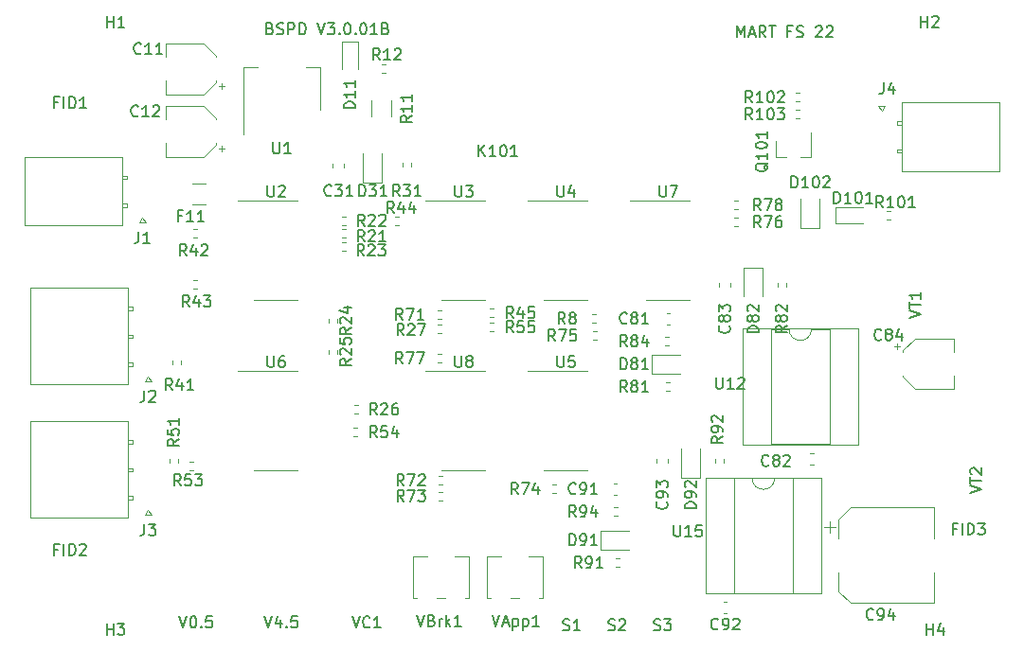
<source format=gbr>
%TF.GenerationSoftware,KiCad,Pcbnew,(5.1.10)-1*%
%TF.CreationDate,2022-02-21T21:55:40+01:00*%
%TF.ProjectId,BSPD-CV_3_0_01B,42535044-2d43-4565-9f33-5f305f303142,rev?*%
%TF.SameCoordinates,Original*%
%TF.FileFunction,Legend,Top*%
%TF.FilePolarity,Positive*%
%FSLAX46Y46*%
G04 Gerber Fmt 4.6, Leading zero omitted, Abs format (unit mm)*
G04 Created by KiCad (PCBNEW (5.1.10)-1) date 2022-02-21 21:55:40*
%MOMM*%
%LPD*%
G01*
G04 APERTURE LIST*
%ADD10C,0.150000*%
%ADD11C,0.120000*%
%ADD12O,1.600000X1.600000*%
%ADD13R,1.600000X1.600000*%
%ADD14C,1.700000*%
%ADD15O,2.200000X1.700000*%
%ADD16C,4.700000*%
%ADD17R,0.500000X0.500000*%
%ADD18C,2.000000*%
%ADD19R,1.500000X2.000000*%
%ADD20R,3.800000X2.000000*%
%ADD21C,1.524000*%
%ADD22R,1.300000X1.600000*%
%ADD23R,2.000000X1.600000*%
%ADD24R,1.300000X3.300000*%
%ADD25R,3.300000X1.300000*%
%ADD26R,0.800000X0.900000*%
%ADD27C,1.500000*%
G04 APERTURE END LIST*
D10*
X170164761Y-96448571D02*
X170307619Y-96496190D01*
X170355238Y-96543809D01*
X170402857Y-96639047D01*
X170402857Y-96781904D01*
X170355238Y-96877142D01*
X170307619Y-96924761D01*
X170212380Y-96972380D01*
X169831428Y-96972380D01*
X169831428Y-95972380D01*
X170164761Y-95972380D01*
X170260000Y-96020000D01*
X170307619Y-96067619D01*
X170355238Y-96162857D01*
X170355238Y-96258095D01*
X170307619Y-96353333D01*
X170260000Y-96400952D01*
X170164761Y-96448571D01*
X169831428Y-96448571D01*
X170783809Y-96924761D02*
X170926666Y-96972380D01*
X171164761Y-96972380D01*
X171260000Y-96924761D01*
X171307619Y-96877142D01*
X171355238Y-96781904D01*
X171355238Y-96686666D01*
X171307619Y-96591428D01*
X171260000Y-96543809D01*
X171164761Y-96496190D01*
X170974285Y-96448571D01*
X170879047Y-96400952D01*
X170831428Y-96353333D01*
X170783809Y-96258095D01*
X170783809Y-96162857D01*
X170831428Y-96067619D01*
X170879047Y-96020000D01*
X170974285Y-95972380D01*
X171212380Y-95972380D01*
X171355238Y-96020000D01*
X171783809Y-96972380D02*
X171783809Y-95972380D01*
X172164761Y-95972380D01*
X172260000Y-96020000D01*
X172307619Y-96067619D01*
X172355238Y-96162857D01*
X172355238Y-96305714D01*
X172307619Y-96400952D01*
X172260000Y-96448571D01*
X172164761Y-96496190D01*
X171783809Y-96496190D01*
X172783809Y-96972380D02*
X172783809Y-95972380D01*
X173021904Y-95972380D01*
X173164761Y-96020000D01*
X173260000Y-96115238D01*
X173307619Y-96210476D01*
X173355238Y-96400952D01*
X173355238Y-96543809D01*
X173307619Y-96734285D01*
X173260000Y-96829523D01*
X173164761Y-96924761D01*
X173021904Y-96972380D01*
X172783809Y-96972380D01*
X174402857Y-95972380D02*
X174736190Y-96972380D01*
X175069523Y-95972380D01*
X175307619Y-95972380D02*
X175926666Y-95972380D01*
X175593333Y-96353333D01*
X175736190Y-96353333D01*
X175831428Y-96400952D01*
X175879047Y-96448571D01*
X175926666Y-96543809D01*
X175926666Y-96781904D01*
X175879047Y-96877142D01*
X175831428Y-96924761D01*
X175736190Y-96972380D01*
X175450476Y-96972380D01*
X175355238Y-96924761D01*
X175307619Y-96877142D01*
X176355238Y-96877142D02*
X176402857Y-96924761D01*
X176355238Y-96972380D01*
X176307619Y-96924761D01*
X176355238Y-96877142D01*
X176355238Y-96972380D01*
X177021904Y-95972380D02*
X177117142Y-95972380D01*
X177212380Y-96020000D01*
X177260000Y-96067619D01*
X177307619Y-96162857D01*
X177355238Y-96353333D01*
X177355238Y-96591428D01*
X177307619Y-96781904D01*
X177260000Y-96877142D01*
X177212380Y-96924761D01*
X177117142Y-96972380D01*
X177021904Y-96972380D01*
X176926666Y-96924761D01*
X176879047Y-96877142D01*
X176831428Y-96781904D01*
X176783809Y-96591428D01*
X176783809Y-96353333D01*
X176831428Y-96162857D01*
X176879047Y-96067619D01*
X176926666Y-96020000D01*
X177021904Y-95972380D01*
X177783809Y-96877142D02*
X177831428Y-96924761D01*
X177783809Y-96972380D01*
X177736190Y-96924761D01*
X177783809Y-96877142D01*
X177783809Y-96972380D01*
X178450476Y-95972380D02*
X178545714Y-95972380D01*
X178640952Y-96020000D01*
X178688571Y-96067619D01*
X178736190Y-96162857D01*
X178783809Y-96353333D01*
X178783809Y-96591428D01*
X178736190Y-96781904D01*
X178688571Y-96877142D01*
X178640952Y-96924761D01*
X178545714Y-96972380D01*
X178450476Y-96972380D01*
X178355238Y-96924761D01*
X178307619Y-96877142D01*
X178260000Y-96781904D01*
X178212380Y-96591428D01*
X178212380Y-96353333D01*
X178260000Y-96162857D01*
X178307619Y-96067619D01*
X178355238Y-96020000D01*
X178450476Y-95972380D01*
X179736190Y-96972380D02*
X179164761Y-96972380D01*
X179450476Y-96972380D02*
X179450476Y-95972380D01*
X179355238Y-96115238D01*
X179260000Y-96210476D01*
X179164761Y-96258095D01*
X180498095Y-96448571D02*
X180640952Y-96496190D01*
X180688571Y-96543809D01*
X180736190Y-96639047D01*
X180736190Y-96781904D01*
X180688571Y-96877142D01*
X180640952Y-96924761D01*
X180545714Y-96972380D01*
X180164761Y-96972380D01*
X180164761Y-95972380D01*
X180498095Y-95972380D01*
X180593333Y-96020000D01*
X180640952Y-96067619D01*
X180688571Y-96162857D01*
X180688571Y-96258095D01*
X180640952Y-96353333D01*
X180593333Y-96400952D01*
X180498095Y-96448571D01*
X180164761Y-96448571D01*
X211892095Y-97226380D02*
X211892095Y-96226380D01*
X212225428Y-96940666D01*
X212558761Y-96226380D01*
X212558761Y-97226380D01*
X212987333Y-96940666D02*
X213463523Y-96940666D01*
X212892095Y-97226380D02*
X213225428Y-96226380D01*
X213558761Y-97226380D01*
X214463523Y-97226380D02*
X214130190Y-96750190D01*
X213892095Y-97226380D02*
X213892095Y-96226380D01*
X214273047Y-96226380D01*
X214368285Y-96274000D01*
X214415904Y-96321619D01*
X214463523Y-96416857D01*
X214463523Y-96559714D01*
X214415904Y-96654952D01*
X214368285Y-96702571D01*
X214273047Y-96750190D01*
X213892095Y-96750190D01*
X214749238Y-96226380D02*
X215320666Y-96226380D01*
X215034952Y-97226380D02*
X215034952Y-96226380D01*
X216749238Y-96702571D02*
X216415904Y-96702571D01*
X216415904Y-97226380D02*
X216415904Y-96226380D01*
X216892095Y-96226380D01*
X217225428Y-97178761D02*
X217368285Y-97226380D01*
X217606380Y-97226380D01*
X217701619Y-97178761D01*
X217749238Y-97131142D01*
X217796857Y-97035904D01*
X217796857Y-96940666D01*
X217749238Y-96845428D01*
X217701619Y-96797809D01*
X217606380Y-96750190D01*
X217415904Y-96702571D01*
X217320666Y-96654952D01*
X217273047Y-96607333D01*
X217225428Y-96512095D01*
X217225428Y-96416857D01*
X217273047Y-96321619D01*
X217320666Y-96274000D01*
X217415904Y-96226380D01*
X217654000Y-96226380D01*
X217796857Y-96274000D01*
X218939714Y-96321619D02*
X218987333Y-96274000D01*
X219082571Y-96226380D01*
X219320666Y-96226380D01*
X219415904Y-96274000D01*
X219463523Y-96321619D01*
X219511142Y-96416857D01*
X219511142Y-96512095D01*
X219463523Y-96654952D01*
X218892095Y-97226380D01*
X219511142Y-97226380D01*
X219892095Y-96321619D02*
X219939714Y-96274000D01*
X220034952Y-96226380D01*
X220273047Y-96226380D01*
X220368285Y-96274000D01*
X220415904Y-96321619D01*
X220463523Y-96416857D01*
X220463523Y-96512095D01*
X220415904Y-96654952D01*
X219844476Y-97226380D01*
X220463523Y-97226380D01*
D11*
%TO.C,C84*%
X226231000Y-124631200D02*
X226231000Y-125131200D01*
X225981000Y-124881200D02*
X226481000Y-124881200D01*
X226721000Y-127636763D02*
X227785437Y-128701200D01*
X226721000Y-125245637D02*
X227785437Y-124181200D01*
X226721000Y-125245637D02*
X226721000Y-125381200D01*
X226721000Y-127636763D02*
X226721000Y-127501200D01*
X227785437Y-128701200D02*
X231241000Y-128701200D01*
X227785437Y-124181200D02*
X231241000Y-124181200D01*
X231241000Y-124181200D02*
X231241000Y-125381200D01*
X231241000Y-128701200D02*
X231241000Y-127501200D01*
%TO.C,U15*%
X215249000Y-136693600D02*
G75*
G02*
X213249000Y-136693600I-1000000J0D01*
G01*
X213249000Y-136693600D02*
X211599000Y-136693600D01*
X211599000Y-136693600D02*
X211599000Y-146973600D01*
X211599000Y-146973600D02*
X216899000Y-146973600D01*
X216899000Y-146973600D02*
X216899000Y-136693600D01*
X216899000Y-136693600D02*
X215249000Y-136693600D01*
X209109000Y-136633600D02*
X209109000Y-147033600D01*
X209109000Y-147033600D02*
X219389000Y-147033600D01*
X219389000Y-147033600D02*
X219389000Y-136633600D01*
X219389000Y-136633600D02*
X209109000Y-136633600D01*
%TO.C,U12*%
X218551000Y-123358600D02*
G75*
G02*
X216551000Y-123358600I-1000000J0D01*
G01*
X216551000Y-123358600D02*
X214901000Y-123358600D01*
X214901000Y-123358600D02*
X214901000Y-133638600D01*
X214901000Y-133638600D02*
X220201000Y-133638600D01*
X220201000Y-133638600D02*
X220201000Y-123358600D01*
X220201000Y-123358600D02*
X218551000Y-123358600D01*
X212411000Y-123298600D02*
X212411000Y-133698600D01*
X212411000Y-133698600D02*
X222691000Y-133698600D01*
X222691000Y-133698600D02*
X222691000Y-123298600D01*
X222691000Y-123298600D02*
X212411000Y-123298600D01*
%TO.C,F11*%
X163227936Y-112162000D02*
X164432064Y-112162000D01*
X163227936Y-110342000D02*
X164432064Y-110342000D01*
%TO.C,J3*%
X159558000Y-139964264D02*
X159258000Y-139540000D01*
X158958000Y-139964264D02*
X159558000Y-139964264D01*
X159258000Y-139540000D02*
X158958000Y-139964264D01*
X157898000Y-133280000D02*
X157448000Y-133280000D01*
X157898000Y-133580000D02*
X157898000Y-133280000D01*
X157448000Y-133580000D02*
X157898000Y-133580000D01*
X157448000Y-133280000D02*
X157448000Y-133580000D01*
X157898000Y-135780000D02*
X157448000Y-135780000D01*
X157898000Y-136080000D02*
X157898000Y-135780000D01*
X157448000Y-136080000D02*
X157898000Y-136080000D01*
X157448000Y-135780000D02*
X157448000Y-136080000D01*
X157898000Y-138280000D02*
X157448000Y-138280000D01*
X157898000Y-138580000D02*
X157898000Y-138280000D01*
X157448000Y-138580000D02*
X157898000Y-138580000D01*
X157448000Y-138280000D02*
X157448000Y-138580000D01*
X148768000Y-140260000D02*
X157448000Y-140260000D01*
X148768000Y-131600000D02*
X148768000Y-140260000D01*
X157448000Y-131600000D02*
X148768000Y-131600000D01*
X157448000Y-140260000D02*
X157448000Y-131600000D01*
%TO.C,J2*%
X159558000Y-128026264D02*
X159258000Y-127602000D01*
X158958000Y-128026264D02*
X159558000Y-128026264D01*
X159258000Y-127602000D02*
X158958000Y-128026264D01*
X157898000Y-121342000D02*
X157448000Y-121342000D01*
X157898000Y-121642000D02*
X157898000Y-121342000D01*
X157448000Y-121642000D02*
X157898000Y-121642000D01*
X157448000Y-121342000D02*
X157448000Y-121642000D01*
X157898000Y-123842000D02*
X157448000Y-123842000D01*
X157898000Y-124142000D02*
X157898000Y-123842000D01*
X157448000Y-124142000D02*
X157898000Y-124142000D01*
X157448000Y-123842000D02*
X157448000Y-124142000D01*
X157898000Y-126342000D02*
X157448000Y-126342000D01*
X157898000Y-126642000D02*
X157898000Y-126342000D01*
X157448000Y-126642000D02*
X157898000Y-126642000D01*
X157448000Y-126342000D02*
X157448000Y-126642000D01*
X148768000Y-128322000D02*
X157448000Y-128322000D01*
X148768000Y-119662000D02*
X148768000Y-128322000D01*
X157448000Y-119662000D02*
X148768000Y-119662000D01*
X157448000Y-128322000D02*
X157448000Y-119662000D01*
%TO.C,J4*%
X224515400Y-103367736D02*
X224815400Y-103792000D01*
X225115400Y-103367736D02*
X224515400Y-103367736D01*
X224815400Y-103792000D02*
X225115400Y-103367736D01*
X226175400Y-107552000D02*
X226625400Y-107552000D01*
X226175400Y-107252000D02*
X226175400Y-107552000D01*
X226625400Y-107252000D02*
X226175400Y-107252000D01*
X226625400Y-107552000D02*
X226625400Y-107252000D01*
X226175400Y-105052000D02*
X226625400Y-105052000D01*
X226175400Y-104752000D02*
X226175400Y-105052000D01*
X226625400Y-104752000D02*
X226175400Y-104752000D01*
X226625400Y-105052000D02*
X226625400Y-104752000D01*
X235305400Y-103072000D02*
X226625400Y-103072000D01*
X235305400Y-109232000D02*
X235305400Y-103072000D01*
X226625400Y-109232000D02*
X235305400Y-109232000D01*
X226625400Y-103072000D02*
X226625400Y-109232000D01*
%TO.C,J1*%
X159050000Y-113802264D02*
X158750000Y-113378000D01*
X158450000Y-113802264D02*
X159050000Y-113802264D01*
X158750000Y-113378000D02*
X158450000Y-113802264D01*
X157390000Y-109618000D02*
X156940000Y-109618000D01*
X157390000Y-109918000D02*
X157390000Y-109618000D01*
X156940000Y-109918000D02*
X157390000Y-109918000D01*
X156940000Y-109618000D02*
X156940000Y-109918000D01*
X157390000Y-112118000D02*
X156940000Y-112118000D01*
X157390000Y-112418000D02*
X157390000Y-112118000D01*
X156940000Y-112418000D02*
X157390000Y-112418000D01*
X156940000Y-112118000D02*
X156940000Y-112418000D01*
X148260000Y-114098000D02*
X156940000Y-114098000D01*
X148260000Y-107938000D02*
X148260000Y-114098000D01*
X156940000Y-107938000D02*
X148260000Y-107938000D01*
X156940000Y-114098000D02*
X156940000Y-107938000D01*
%TO.C,D102*%
X217590000Y-114276000D02*
X219290000Y-114276000D01*
X219290000Y-114276000D02*
X219290000Y-111726000D01*
X217590000Y-114276000D02*
X217590000Y-111726000D01*
%TO.C,U8*%
X187452000Y-127137000D02*
X184002000Y-127137000D01*
X187452000Y-127137000D02*
X189402000Y-127137000D01*
X187452000Y-136007000D02*
X185502000Y-136007000D01*
X187452000Y-136007000D02*
X189402000Y-136007000D01*
%TO.C,U7*%
X205740000Y-111897000D02*
X202290000Y-111897000D01*
X205740000Y-111897000D02*
X207690000Y-111897000D01*
X205740000Y-120767000D02*
X203790000Y-120767000D01*
X205740000Y-120767000D02*
X207690000Y-120767000D01*
%TO.C,U6*%
X170688000Y-127137000D02*
X167238000Y-127137000D01*
X170688000Y-127137000D02*
X172638000Y-127137000D01*
X170688000Y-136007000D02*
X168738000Y-136007000D01*
X170688000Y-136007000D02*
X172638000Y-136007000D01*
%TO.C,U5*%
X196596000Y-127137000D02*
X193146000Y-127137000D01*
X196596000Y-127137000D02*
X198546000Y-127137000D01*
X196596000Y-136007000D02*
X194646000Y-136007000D01*
X196596000Y-136007000D02*
X198546000Y-136007000D01*
%TO.C,U4*%
X196596000Y-111897000D02*
X193146000Y-111897000D01*
X196596000Y-111897000D02*
X198546000Y-111897000D01*
X196596000Y-120767000D02*
X194646000Y-120767000D01*
X196596000Y-120767000D02*
X198546000Y-120767000D01*
%TO.C,U3*%
X187452000Y-111897000D02*
X184002000Y-111897000D01*
X187452000Y-111897000D02*
X189402000Y-111897000D01*
X187452000Y-120767000D02*
X185502000Y-120767000D01*
X187452000Y-120767000D02*
X189402000Y-120767000D01*
%TO.C,U2*%
X170688000Y-111897000D02*
X167238000Y-111897000D01*
X170688000Y-111897000D02*
X172638000Y-111897000D01*
X170688000Y-120767000D02*
X168738000Y-120767000D01*
X170688000Y-120767000D02*
X172638000Y-120767000D01*
%TO.C,U1*%
X167786000Y-105954000D02*
X167786000Y-99944000D01*
X174606000Y-103704000D02*
X174606000Y-99944000D01*
X167786000Y-99944000D02*
X169046000Y-99944000D01*
X174606000Y-99944000D02*
X173346000Y-99944000D01*
%TO.C,VApp1*%
X189504000Y-147412000D02*
X189504000Y-143672000D01*
X194544000Y-147412000D02*
X194544000Y-143672000D01*
X190784000Y-143672000D02*
X189504000Y-143672000D01*
X194544000Y-143672000D02*
X193264000Y-143672000D01*
X192384000Y-147412000D02*
X191664000Y-147412000D01*
X194544000Y-147412000D02*
X194164000Y-147412000D01*
X189884000Y-147412000D02*
X189504000Y-147412000D01*
%TO.C,VBrk1*%
X182900000Y-147412000D02*
X182900000Y-143672000D01*
X187940000Y-147412000D02*
X187940000Y-143672000D01*
X184180000Y-143672000D02*
X182900000Y-143672000D01*
X187940000Y-143672000D02*
X186660000Y-143672000D01*
X185780000Y-147412000D02*
X185060000Y-147412000D01*
X187940000Y-147412000D02*
X187560000Y-147412000D01*
X183280000Y-147412000D02*
X182900000Y-147412000D01*
%TO.C,R54*%
X177967621Y-132208000D02*
X177632379Y-132208000D01*
X177967621Y-132968000D02*
X177632379Y-132968000D01*
%TO.C,R55*%
X189824379Y-123570000D02*
X190159621Y-123570000D01*
X189824379Y-122810000D02*
X190159621Y-122810000D01*
%TO.C,R94*%
X201246121Y-139320000D02*
X200910879Y-139320000D01*
X201246121Y-140080000D02*
X200910879Y-140080000D01*
%TO.C,R53*%
X162989879Y-136016000D02*
X163325121Y-136016000D01*
X162989879Y-135256000D02*
X163325121Y-135256000D01*
%TO.C,R92*%
X210692000Y-135295621D02*
X210692000Y-134960379D01*
X209932000Y-135295621D02*
X209932000Y-134960379D01*
%TO.C,R91*%
X201089879Y-144652000D02*
X201425121Y-144652000D01*
X201089879Y-143892000D02*
X201425121Y-143892000D01*
%TO.C,R51*%
X161164000Y-134960379D02*
X161164000Y-135295621D01*
X161924000Y-134960379D02*
X161924000Y-135295621D01*
%TO.C,R103*%
X217166879Y-104520000D02*
X217502121Y-104520000D01*
X217166879Y-103760000D02*
X217502121Y-103760000D01*
%TO.C,R102*%
X217166879Y-102996000D02*
X217502121Y-102996000D01*
X217166879Y-102236000D02*
X217502121Y-102236000D01*
%TO.C,R84*%
X205818121Y-124080000D02*
X205482879Y-124080000D01*
X205818121Y-124840000D02*
X205482879Y-124840000D01*
%TO.C,R44*%
X181315379Y-114045000D02*
X181650621Y-114045000D01*
X181315379Y-113285000D02*
X181650621Y-113285000D01*
%TO.C,R82*%
X215520000Y-119212379D02*
X215520000Y-119547621D01*
X216280000Y-119212379D02*
X216280000Y-119547621D01*
%TO.C,R81*%
X205572379Y-128904000D02*
X205907621Y-128904000D01*
X205572379Y-128144000D02*
X205907621Y-128144000D01*
%TO.C,R45*%
X189824379Y-122300000D02*
X190159621Y-122300000D01*
X189824379Y-121540000D02*
X190159621Y-121540000D01*
%TO.C,R101*%
X225592621Y-112777000D02*
X225257379Y-112777000D01*
X225592621Y-113537000D02*
X225257379Y-113537000D01*
%TO.C,R43*%
X163318879Y-119760000D02*
X163654121Y-119760000D01*
X163318879Y-119000000D02*
X163654121Y-119000000D01*
%TO.C,R31*%
X182752000Y-108790121D02*
X182752000Y-108454879D01*
X181992000Y-108790121D02*
X181992000Y-108454879D01*
%TO.C,R42*%
X163318879Y-115188000D02*
X163654121Y-115188000D01*
X163318879Y-114428000D02*
X163654121Y-114428000D01*
%TO.C,R41*%
X162178000Y-126495121D02*
X162178000Y-126159879D01*
X161418000Y-126495121D02*
X161418000Y-126159879D01*
%TO.C,R72*%
X185214879Y-137286000D02*
X185550121Y-137286000D01*
X185214879Y-136526000D02*
X185550121Y-136526000D01*
%TO.C,R71*%
X185162879Y-122427000D02*
X185498121Y-122427000D01*
X185162879Y-121667000D02*
X185498121Y-121667000D01*
%TO.C,R76*%
X212003621Y-113412000D02*
X211668379Y-113412000D01*
X212003621Y-114172000D02*
X211668379Y-114172000D01*
%TO.C,R74*%
X195412379Y-138048000D02*
X195747621Y-138048000D01*
X195412379Y-137288000D02*
X195747621Y-137288000D01*
%TO.C,R75*%
X199057879Y-124332000D02*
X199393121Y-124332000D01*
X199057879Y-123572000D02*
X199393121Y-123572000D01*
%TO.C,R78*%
X212003621Y-111888000D02*
X211668379Y-111888000D01*
X212003621Y-112648000D02*
X211668379Y-112648000D01*
%TO.C,R73*%
X185214879Y-138683000D02*
X185550121Y-138683000D01*
X185214879Y-137923000D02*
X185550121Y-137923000D01*
%TO.C,R27*%
X185125379Y-123697000D02*
X185460621Y-123697000D01*
X185125379Y-122937000D02*
X185460621Y-122937000D01*
%TO.C,R25*%
X175388000Y-125218879D02*
X175388000Y-125554121D01*
X176148000Y-125218879D02*
X176148000Y-125554121D01*
%TO.C,R24*%
X175388000Y-122424879D02*
X175388000Y-122760121D01*
X176148000Y-122424879D02*
X176148000Y-122760121D01*
%TO.C,R8*%
X198968379Y-122808000D02*
X199303621Y-122808000D01*
X198968379Y-122048000D02*
X199303621Y-122048000D01*
%TO.C,R22*%
X176951621Y-113285000D02*
X176616379Y-113285000D01*
X176951621Y-114045000D02*
X176616379Y-114045000D01*
%TO.C,R21*%
X176951621Y-114428000D02*
X176616379Y-114428000D01*
X176951621Y-115188000D02*
X176616379Y-115188000D01*
%TO.C,R26*%
X178057121Y-130176000D02*
X177721879Y-130176000D01*
X178057121Y-130936000D02*
X177721879Y-130936000D01*
%TO.C,R12*%
X180507621Y-99696000D02*
X180172379Y-99696000D01*
X180507621Y-100456000D02*
X180172379Y-100456000D01*
%TO.C,R77*%
X185125379Y-126364000D02*
X185460621Y-126364000D01*
X185125379Y-125604000D02*
X185460621Y-125604000D01*
%TO.C,R11*%
X179176000Y-102904936D02*
X179176000Y-104359064D01*
X180996000Y-102904936D02*
X180996000Y-104359064D01*
%TO.C,R23*%
X176616379Y-116331000D02*
X176951621Y-116331000D01*
X176616379Y-115571000D02*
X176951621Y-115571000D01*
%TO.C,Q101*%
X215336000Y-107948000D02*
X215336000Y-106488000D01*
X218496000Y-107948000D02*
X218496000Y-105788000D01*
X218496000Y-107948000D02*
X217566000Y-107948000D01*
X215336000Y-107948000D02*
X216266000Y-107948000D01*
%TO.C,D92*%
X206922000Y-136628000D02*
X206922000Y-134078000D01*
X208622000Y-136628000D02*
X208622000Y-134078000D01*
X206922000Y-136628000D02*
X208622000Y-136628000D01*
%TO.C,D91*%
X199668000Y-141390000D02*
X202218000Y-141390000D01*
X199668000Y-143090000D02*
X202218000Y-143090000D01*
X199668000Y-141390000D02*
X199668000Y-143090000D01*
%TO.C,D82*%
X214210000Y-117880000D02*
X214210000Y-120430000D01*
X212510000Y-117880000D02*
X212510000Y-120430000D01*
X214210000Y-117880000D02*
X212510000Y-117880000D01*
%TO.C,D81*%
X204240000Y-125642000D02*
X206790000Y-125642000D01*
X204240000Y-127342000D02*
X206790000Y-127342000D01*
X204240000Y-125642000D02*
X204240000Y-127342000D01*
%TO.C,D101*%
X220717000Y-113892000D02*
X223177000Y-113892000D01*
X220717000Y-112422000D02*
X220717000Y-113892000D01*
X223177000Y-112422000D02*
X220717000Y-112422000D01*
%TO.C,D31*%
X178474000Y-110212000D02*
X178474000Y-107662000D01*
X180174000Y-110212000D02*
X180174000Y-107662000D01*
X178474000Y-110212000D02*
X180174000Y-110212000D01*
%TO.C,D11*%
X176557000Y-97654000D02*
X176557000Y-100114000D01*
X178027000Y-97654000D02*
X176557000Y-97654000D01*
X178027000Y-100114000D02*
X178027000Y-97654000D01*
%TO.C,C94*%
X220221800Y-140576200D02*
X220221800Y-141576200D01*
X219721800Y-141076200D02*
X220721800Y-141076200D01*
X220961800Y-146781763D02*
X222026237Y-147846200D01*
X220961800Y-140390637D02*
X222026237Y-139326200D01*
X220961800Y-140390637D02*
X220961800Y-142076200D01*
X220961800Y-146781763D02*
X220961800Y-145096200D01*
X222026237Y-147846200D02*
X229481800Y-147846200D01*
X222026237Y-139326200D02*
X229481800Y-139326200D01*
X229481800Y-139326200D02*
X229481800Y-142076200D01*
X229481800Y-147846200D02*
X229481800Y-145096200D01*
%TO.C,C92*%
X210699133Y-148769800D02*
X210991667Y-148769800D01*
X210699133Y-147749800D02*
X210991667Y-147749800D01*
%TO.C,C93*%
X205742000Y-135274267D02*
X205742000Y-134981733D01*
X204722000Y-135274267D02*
X204722000Y-134981733D01*
%TO.C,C91*%
X200868233Y-138178000D02*
X201160767Y-138178000D01*
X200868233Y-137158000D02*
X201160767Y-137158000D01*
%TO.C,C82*%
X218420733Y-135460200D02*
X218713267Y-135460200D01*
X218420733Y-134440200D02*
X218713267Y-134440200D01*
%TO.C,C83*%
X210310000Y-119233733D02*
X210310000Y-119526267D01*
X211330000Y-119233733D02*
X211330000Y-119526267D01*
%TO.C,C81*%
X205593733Y-122938000D02*
X205886267Y-122938000D01*
X205593733Y-121918000D02*
X205886267Y-121918000D01*
%TO.C,C31*%
X175766000Y-108565733D02*
X175766000Y-108858267D01*
X176786000Y-108565733D02*
X176786000Y-108858267D01*
%TO.C,C12*%
X165818000Y-107474000D02*
X165818000Y-106974000D01*
X166068000Y-107224000D02*
X165568000Y-107224000D01*
X165328000Y-104468437D02*
X164263563Y-103404000D01*
X165328000Y-106859563D02*
X164263563Y-107924000D01*
X165328000Y-106859563D02*
X165328000Y-106724000D01*
X165328000Y-104468437D02*
X165328000Y-104604000D01*
X164263563Y-103404000D02*
X160808000Y-103404000D01*
X164263563Y-107924000D02*
X160808000Y-107924000D01*
X160808000Y-107924000D02*
X160808000Y-106724000D01*
X160808000Y-103404000D02*
X160808000Y-104604000D01*
%TO.C,C11*%
X165818000Y-101886000D02*
X165818000Y-101386000D01*
X166068000Y-101636000D02*
X165568000Y-101636000D01*
X165328000Y-98880437D02*
X164263563Y-97816000D01*
X165328000Y-101271563D02*
X164263563Y-102336000D01*
X165328000Y-101271563D02*
X165328000Y-101136000D01*
X165328000Y-98880437D02*
X165328000Y-99016000D01*
X164263563Y-97816000D02*
X160808000Y-97816000D01*
X164263563Y-102336000D02*
X160808000Y-102336000D01*
X160808000Y-102336000D02*
X160808000Y-101136000D01*
X160808000Y-97816000D02*
X160808000Y-99016000D01*
%TO.C,C84*%
D10*
X224782142Y-124258342D02*
X224734523Y-124305961D01*
X224591666Y-124353580D01*
X224496428Y-124353580D01*
X224353571Y-124305961D01*
X224258333Y-124210723D01*
X224210714Y-124115485D01*
X224163095Y-123925009D01*
X224163095Y-123782152D01*
X224210714Y-123591676D01*
X224258333Y-123496438D01*
X224353571Y-123401200D01*
X224496428Y-123353580D01*
X224591666Y-123353580D01*
X224734523Y-123401200D01*
X224782142Y-123448819D01*
X225353571Y-123782152D02*
X225258333Y-123734533D01*
X225210714Y-123686914D01*
X225163095Y-123591676D01*
X225163095Y-123544057D01*
X225210714Y-123448819D01*
X225258333Y-123401200D01*
X225353571Y-123353580D01*
X225544047Y-123353580D01*
X225639285Y-123401200D01*
X225686904Y-123448819D01*
X225734523Y-123544057D01*
X225734523Y-123591676D01*
X225686904Y-123686914D01*
X225639285Y-123734533D01*
X225544047Y-123782152D01*
X225353571Y-123782152D01*
X225258333Y-123829771D01*
X225210714Y-123877390D01*
X225163095Y-123972628D01*
X225163095Y-124163104D01*
X225210714Y-124258342D01*
X225258333Y-124305961D01*
X225353571Y-124353580D01*
X225544047Y-124353580D01*
X225639285Y-124305961D01*
X225686904Y-124258342D01*
X225734523Y-124163104D01*
X225734523Y-123972628D01*
X225686904Y-123877390D01*
X225639285Y-123829771D01*
X225544047Y-123782152D01*
X226591666Y-123686914D02*
X226591666Y-124353580D01*
X226353571Y-123305961D02*
X226115476Y-124020247D01*
X226734523Y-124020247D01*
%TO.C,U15*%
X206254504Y-140904980D02*
X206254504Y-141714504D01*
X206302123Y-141809742D01*
X206349742Y-141857361D01*
X206444980Y-141904980D01*
X206635457Y-141904980D01*
X206730695Y-141857361D01*
X206778314Y-141809742D01*
X206825933Y-141714504D01*
X206825933Y-140904980D01*
X207825933Y-141904980D02*
X207254504Y-141904980D01*
X207540219Y-141904980D02*
X207540219Y-140904980D01*
X207444980Y-141047838D01*
X207349742Y-141143076D01*
X207254504Y-141190695D01*
X208730695Y-140904980D02*
X208254504Y-140904980D01*
X208206885Y-141381171D01*
X208254504Y-141333552D01*
X208349742Y-141285933D01*
X208587838Y-141285933D01*
X208683076Y-141333552D01*
X208730695Y-141381171D01*
X208778314Y-141476409D01*
X208778314Y-141714504D01*
X208730695Y-141809742D01*
X208683076Y-141857361D01*
X208587838Y-141904980D01*
X208349742Y-141904980D01*
X208254504Y-141857361D01*
X208206885Y-141809742D01*
%TO.C,U12*%
X210024904Y-127696980D02*
X210024904Y-128506504D01*
X210072523Y-128601742D01*
X210120142Y-128649361D01*
X210215380Y-128696980D01*
X210405857Y-128696980D01*
X210501095Y-128649361D01*
X210548714Y-128601742D01*
X210596333Y-128506504D01*
X210596333Y-127696980D01*
X211596333Y-128696980D02*
X211024904Y-128696980D01*
X211310619Y-128696980D02*
X211310619Y-127696980D01*
X211215380Y-127839838D01*
X211120142Y-127935076D01*
X211024904Y-127982695D01*
X211977285Y-127792219D02*
X212024904Y-127744600D01*
X212120142Y-127696980D01*
X212358238Y-127696980D01*
X212453476Y-127744600D01*
X212501095Y-127792219D01*
X212548714Y-127887457D01*
X212548714Y-127982695D01*
X212501095Y-128125552D01*
X211929666Y-128696980D01*
X212548714Y-128696980D01*
%TO.C,F11*%
X162258476Y-113212571D02*
X161925142Y-113212571D01*
X161925142Y-113736380D02*
X161925142Y-112736380D01*
X162401333Y-112736380D01*
X163306095Y-113736380D02*
X162734666Y-113736380D01*
X163020380Y-113736380D02*
X163020380Y-112736380D01*
X162925142Y-112879238D01*
X162829904Y-112974476D01*
X162734666Y-113022095D01*
X164258476Y-113736380D02*
X163687047Y-113736380D01*
X163972761Y-113736380D02*
X163972761Y-112736380D01*
X163877523Y-112879238D01*
X163782285Y-112974476D01*
X163687047Y-113022095D01*
%TO.C,J3*%
X158924666Y-140802380D02*
X158924666Y-141516666D01*
X158877047Y-141659523D01*
X158781809Y-141754761D01*
X158638952Y-141802380D01*
X158543714Y-141802380D01*
X159305619Y-140802380D02*
X159924666Y-140802380D01*
X159591333Y-141183333D01*
X159734190Y-141183333D01*
X159829428Y-141230952D01*
X159877047Y-141278571D01*
X159924666Y-141373809D01*
X159924666Y-141611904D01*
X159877047Y-141707142D01*
X159829428Y-141754761D01*
X159734190Y-141802380D01*
X159448476Y-141802380D01*
X159353238Y-141754761D01*
X159305619Y-141707142D01*
%TO.C,J2*%
X158924666Y-128864380D02*
X158924666Y-129578666D01*
X158877047Y-129721523D01*
X158781809Y-129816761D01*
X158638952Y-129864380D01*
X158543714Y-129864380D01*
X159353238Y-128959619D02*
X159400857Y-128912000D01*
X159496095Y-128864380D01*
X159734190Y-128864380D01*
X159829428Y-128912000D01*
X159877047Y-128959619D01*
X159924666Y-129054857D01*
X159924666Y-129150095D01*
X159877047Y-129292952D01*
X159305619Y-129864380D01*
X159924666Y-129864380D01*
%TO.C,J4*%
X224990066Y-101306380D02*
X224990066Y-102020666D01*
X224942447Y-102163523D01*
X224847209Y-102258761D01*
X224704352Y-102306380D01*
X224609114Y-102306380D01*
X225894828Y-101639714D02*
X225894828Y-102306380D01*
X225656733Y-101258761D02*
X225418638Y-101973047D01*
X226037685Y-101973047D01*
%TO.C,J1*%
X158416666Y-114640380D02*
X158416666Y-115354666D01*
X158369047Y-115497523D01*
X158273809Y-115592761D01*
X158130952Y-115640380D01*
X158035714Y-115640380D01*
X159416666Y-115640380D02*
X158845238Y-115640380D01*
X159130952Y-115640380D02*
X159130952Y-114640380D01*
X159035714Y-114783238D01*
X158940476Y-114878476D01*
X158845238Y-114926095D01*
%TO.C,H4*%
X228854095Y-150693380D02*
X228854095Y-149693380D01*
X228854095Y-150169571D02*
X229425523Y-150169571D01*
X229425523Y-150693380D02*
X229425523Y-149693380D01*
X230330285Y-150026714D02*
X230330285Y-150693380D01*
X230092190Y-149645761D02*
X229854095Y-150360047D01*
X230473142Y-150360047D01*
%TO.C,H3*%
X155575095Y-150693380D02*
X155575095Y-149693380D01*
X155575095Y-150169571D02*
X156146523Y-150169571D01*
X156146523Y-150693380D02*
X156146523Y-149693380D01*
X156527476Y-149693380D02*
X157146523Y-149693380D01*
X156813190Y-150074333D01*
X156956047Y-150074333D01*
X157051285Y-150121952D01*
X157098904Y-150169571D01*
X157146523Y-150264809D01*
X157146523Y-150502904D01*
X157098904Y-150598142D01*
X157051285Y-150645761D01*
X156956047Y-150693380D01*
X156670333Y-150693380D01*
X156575095Y-150645761D01*
X156527476Y-150598142D01*
%TO.C,H2*%
X228346095Y-96337380D02*
X228346095Y-95337380D01*
X228346095Y-95813571D02*
X228917523Y-95813571D01*
X228917523Y-96337380D02*
X228917523Y-95337380D01*
X229346095Y-95432619D02*
X229393714Y-95385000D01*
X229488952Y-95337380D01*
X229727047Y-95337380D01*
X229822285Y-95385000D01*
X229869904Y-95432619D01*
X229917523Y-95527857D01*
X229917523Y-95623095D01*
X229869904Y-95765952D01*
X229298476Y-96337380D01*
X229917523Y-96337380D01*
%TO.C,H1*%
X155575095Y-96337380D02*
X155575095Y-95337380D01*
X155575095Y-95813571D02*
X156146523Y-95813571D01*
X156146523Y-96337380D02*
X156146523Y-95337380D01*
X157146523Y-96337380D02*
X156575095Y-96337380D01*
X156860809Y-96337380D02*
X156860809Y-95337380D01*
X156765571Y-95480238D01*
X156670333Y-95575476D01*
X156575095Y-95623095D01*
%TO.C,D102*%
X216749523Y-110688380D02*
X216749523Y-109688380D01*
X216987619Y-109688380D01*
X217130476Y-109736000D01*
X217225714Y-109831238D01*
X217273333Y-109926476D01*
X217320952Y-110116952D01*
X217320952Y-110259809D01*
X217273333Y-110450285D01*
X217225714Y-110545523D01*
X217130476Y-110640761D01*
X216987619Y-110688380D01*
X216749523Y-110688380D01*
X218273333Y-110688380D02*
X217701904Y-110688380D01*
X217987619Y-110688380D02*
X217987619Y-109688380D01*
X217892380Y-109831238D01*
X217797142Y-109926476D01*
X217701904Y-109974095D01*
X218892380Y-109688380D02*
X218987619Y-109688380D01*
X219082857Y-109736000D01*
X219130476Y-109783619D01*
X219178095Y-109878857D01*
X219225714Y-110069333D01*
X219225714Y-110307428D01*
X219178095Y-110497904D01*
X219130476Y-110593142D01*
X219082857Y-110640761D01*
X218987619Y-110688380D01*
X218892380Y-110688380D01*
X218797142Y-110640761D01*
X218749523Y-110593142D01*
X218701904Y-110497904D01*
X218654285Y-110307428D01*
X218654285Y-110069333D01*
X218701904Y-109878857D01*
X218749523Y-109783619D01*
X218797142Y-109736000D01*
X218892380Y-109688380D01*
X219606666Y-109783619D02*
X219654285Y-109736000D01*
X219749523Y-109688380D01*
X219987619Y-109688380D01*
X220082857Y-109736000D01*
X220130476Y-109783619D01*
X220178095Y-109878857D01*
X220178095Y-109974095D01*
X220130476Y-110116952D01*
X219559047Y-110688380D01*
X220178095Y-110688380D01*
%TO.C,K101*%
X188809523Y-107894380D02*
X188809523Y-106894380D01*
X189380952Y-107894380D02*
X188952380Y-107322952D01*
X189380952Y-106894380D02*
X188809523Y-107465809D01*
X190333333Y-107894380D02*
X189761904Y-107894380D01*
X190047619Y-107894380D02*
X190047619Y-106894380D01*
X189952380Y-107037238D01*
X189857142Y-107132476D01*
X189761904Y-107180095D01*
X190952380Y-106894380D02*
X191047619Y-106894380D01*
X191142857Y-106942000D01*
X191190476Y-106989619D01*
X191238095Y-107084857D01*
X191285714Y-107275333D01*
X191285714Y-107513428D01*
X191238095Y-107703904D01*
X191190476Y-107799142D01*
X191142857Y-107846761D01*
X191047619Y-107894380D01*
X190952380Y-107894380D01*
X190857142Y-107846761D01*
X190809523Y-107799142D01*
X190761904Y-107703904D01*
X190714285Y-107513428D01*
X190714285Y-107275333D01*
X190761904Y-107084857D01*
X190809523Y-106989619D01*
X190857142Y-106942000D01*
X190952380Y-106894380D01*
X192238095Y-107894380D02*
X191666666Y-107894380D01*
X191952380Y-107894380D02*
X191952380Y-106894380D01*
X191857142Y-107037238D01*
X191761904Y-107132476D01*
X191666666Y-107180095D01*
%TO.C,U8*%
X186690095Y-125744380D02*
X186690095Y-126553904D01*
X186737714Y-126649142D01*
X186785333Y-126696761D01*
X186880571Y-126744380D01*
X187071047Y-126744380D01*
X187166285Y-126696761D01*
X187213904Y-126649142D01*
X187261523Y-126553904D01*
X187261523Y-125744380D01*
X187880571Y-126172952D02*
X187785333Y-126125333D01*
X187737714Y-126077714D01*
X187690095Y-125982476D01*
X187690095Y-125934857D01*
X187737714Y-125839619D01*
X187785333Y-125792000D01*
X187880571Y-125744380D01*
X188071047Y-125744380D01*
X188166285Y-125792000D01*
X188213904Y-125839619D01*
X188261523Y-125934857D01*
X188261523Y-125982476D01*
X188213904Y-126077714D01*
X188166285Y-126125333D01*
X188071047Y-126172952D01*
X187880571Y-126172952D01*
X187785333Y-126220571D01*
X187737714Y-126268190D01*
X187690095Y-126363428D01*
X187690095Y-126553904D01*
X187737714Y-126649142D01*
X187785333Y-126696761D01*
X187880571Y-126744380D01*
X188071047Y-126744380D01*
X188166285Y-126696761D01*
X188213904Y-126649142D01*
X188261523Y-126553904D01*
X188261523Y-126363428D01*
X188213904Y-126268190D01*
X188166285Y-126220571D01*
X188071047Y-126172952D01*
%TO.C,U7*%
X204978095Y-110504380D02*
X204978095Y-111313904D01*
X205025714Y-111409142D01*
X205073333Y-111456761D01*
X205168571Y-111504380D01*
X205359047Y-111504380D01*
X205454285Y-111456761D01*
X205501904Y-111409142D01*
X205549523Y-111313904D01*
X205549523Y-110504380D01*
X205930476Y-110504380D02*
X206597142Y-110504380D01*
X206168571Y-111504380D01*
%TO.C,U6*%
X169926095Y-125744380D02*
X169926095Y-126553904D01*
X169973714Y-126649142D01*
X170021333Y-126696761D01*
X170116571Y-126744380D01*
X170307047Y-126744380D01*
X170402285Y-126696761D01*
X170449904Y-126649142D01*
X170497523Y-126553904D01*
X170497523Y-125744380D01*
X171402285Y-125744380D02*
X171211809Y-125744380D01*
X171116571Y-125792000D01*
X171068952Y-125839619D01*
X170973714Y-125982476D01*
X170926095Y-126172952D01*
X170926095Y-126553904D01*
X170973714Y-126649142D01*
X171021333Y-126696761D01*
X171116571Y-126744380D01*
X171307047Y-126744380D01*
X171402285Y-126696761D01*
X171449904Y-126649142D01*
X171497523Y-126553904D01*
X171497523Y-126315809D01*
X171449904Y-126220571D01*
X171402285Y-126172952D01*
X171307047Y-126125333D01*
X171116571Y-126125333D01*
X171021333Y-126172952D01*
X170973714Y-126220571D01*
X170926095Y-126315809D01*
%TO.C,U5*%
X195834095Y-125744380D02*
X195834095Y-126553904D01*
X195881714Y-126649142D01*
X195929333Y-126696761D01*
X196024571Y-126744380D01*
X196215047Y-126744380D01*
X196310285Y-126696761D01*
X196357904Y-126649142D01*
X196405523Y-126553904D01*
X196405523Y-125744380D01*
X197357904Y-125744380D02*
X196881714Y-125744380D01*
X196834095Y-126220571D01*
X196881714Y-126172952D01*
X196976952Y-126125333D01*
X197215047Y-126125333D01*
X197310285Y-126172952D01*
X197357904Y-126220571D01*
X197405523Y-126315809D01*
X197405523Y-126553904D01*
X197357904Y-126649142D01*
X197310285Y-126696761D01*
X197215047Y-126744380D01*
X196976952Y-126744380D01*
X196881714Y-126696761D01*
X196834095Y-126649142D01*
%TO.C,U4*%
X195834095Y-110504380D02*
X195834095Y-111313904D01*
X195881714Y-111409142D01*
X195929333Y-111456761D01*
X196024571Y-111504380D01*
X196215047Y-111504380D01*
X196310285Y-111456761D01*
X196357904Y-111409142D01*
X196405523Y-111313904D01*
X196405523Y-110504380D01*
X197310285Y-110837714D02*
X197310285Y-111504380D01*
X197072190Y-110456761D02*
X196834095Y-111171047D01*
X197453142Y-111171047D01*
%TO.C,U3*%
X186690095Y-110504380D02*
X186690095Y-111313904D01*
X186737714Y-111409142D01*
X186785333Y-111456761D01*
X186880571Y-111504380D01*
X187071047Y-111504380D01*
X187166285Y-111456761D01*
X187213904Y-111409142D01*
X187261523Y-111313904D01*
X187261523Y-110504380D01*
X187642476Y-110504380D02*
X188261523Y-110504380D01*
X187928190Y-110885333D01*
X188071047Y-110885333D01*
X188166285Y-110932952D01*
X188213904Y-110980571D01*
X188261523Y-111075809D01*
X188261523Y-111313904D01*
X188213904Y-111409142D01*
X188166285Y-111456761D01*
X188071047Y-111504380D01*
X187785333Y-111504380D01*
X187690095Y-111456761D01*
X187642476Y-111409142D01*
%TO.C,U2*%
X169926095Y-110504380D02*
X169926095Y-111313904D01*
X169973714Y-111409142D01*
X170021333Y-111456761D01*
X170116571Y-111504380D01*
X170307047Y-111504380D01*
X170402285Y-111456761D01*
X170449904Y-111409142D01*
X170497523Y-111313904D01*
X170497523Y-110504380D01*
X170926095Y-110599619D02*
X170973714Y-110552000D01*
X171068952Y-110504380D01*
X171307047Y-110504380D01*
X171402285Y-110552000D01*
X171449904Y-110599619D01*
X171497523Y-110694857D01*
X171497523Y-110790095D01*
X171449904Y-110932952D01*
X170878476Y-111504380D01*
X171497523Y-111504380D01*
%TO.C,U1*%
X170434095Y-106640380D02*
X170434095Y-107449904D01*
X170481714Y-107545142D01*
X170529333Y-107592761D01*
X170624571Y-107640380D01*
X170815047Y-107640380D01*
X170910285Y-107592761D01*
X170957904Y-107545142D01*
X171005523Y-107449904D01*
X171005523Y-106640380D01*
X172005523Y-107640380D02*
X171434095Y-107640380D01*
X171719809Y-107640380D02*
X171719809Y-106640380D01*
X171624571Y-106783238D01*
X171529333Y-106878476D01*
X171434095Y-106926095D01*
%TO.C,S3*%
X204470095Y-150264761D02*
X204612952Y-150312380D01*
X204851047Y-150312380D01*
X204946285Y-150264761D01*
X204993904Y-150217142D01*
X205041523Y-150121904D01*
X205041523Y-150026666D01*
X204993904Y-149931428D01*
X204946285Y-149883809D01*
X204851047Y-149836190D01*
X204660571Y-149788571D01*
X204565333Y-149740952D01*
X204517714Y-149693333D01*
X204470095Y-149598095D01*
X204470095Y-149502857D01*
X204517714Y-149407619D01*
X204565333Y-149360000D01*
X204660571Y-149312380D01*
X204898666Y-149312380D01*
X205041523Y-149360000D01*
X205374857Y-149312380D02*
X205993904Y-149312380D01*
X205660571Y-149693333D01*
X205803428Y-149693333D01*
X205898666Y-149740952D01*
X205946285Y-149788571D01*
X205993904Y-149883809D01*
X205993904Y-150121904D01*
X205946285Y-150217142D01*
X205898666Y-150264761D01*
X205803428Y-150312380D01*
X205517714Y-150312380D01*
X205422476Y-150264761D01*
X205374857Y-150217142D01*
%TO.C,S2*%
X200406095Y-150264761D02*
X200548952Y-150312380D01*
X200787047Y-150312380D01*
X200882285Y-150264761D01*
X200929904Y-150217142D01*
X200977523Y-150121904D01*
X200977523Y-150026666D01*
X200929904Y-149931428D01*
X200882285Y-149883809D01*
X200787047Y-149836190D01*
X200596571Y-149788571D01*
X200501333Y-149740952D01*
X200453714Y-149693333D01*
X200406095Y-149598095D01*
X200406095Y-149502857D01*
X200453714Y-149407619D01*
X200501333Y-149360000D01*
X200596571Y-149312380D01*
X200834666Y-149312380D01*
X200977523Y-149360000D01*
X201358476Y-149407619D02*
X201406095Y-149360000D01*
X201501333Y-149312380D01*
X201739428Y-149312380D01*
X201834666Y-149360000D01*
X201882285Y-149407619D01*
X201929904Y-149502857D01*
X201929904Y-149598095D01*
X201882285Y-149740952D01*
X201310857Y-150312380D01*
X201929904Y-150312380D01*
%TO.C,S1*%
X196342095Y-150264761D02*
X196484952Y-150312380D01*
X196723047Y-150312380D01*
X196818285Y-150264761D01*
X196865904Y-150217142D01*
X196913523Y-150121904D01*
X196913523Y-150026666D01*
X196865904Y-149931428D01*
X196818285Y-149883809D01*
X196723047Y-149836190D01*
X196532571Y-149788571D01*
X196437333Y-149740952D01*
X196389714Y-149693333D01*
X196342095Y-149598095D01*
X196342095Y-149502857D01*
X196389714Y-149407619D01*
X196437333Y-149360000D01*
X196532571Y-149312380D01*
X196770666Y-149312380D01*
X196913523Y-149360000D01*
X197865904Y-150312380D02*
X197294476Y-150312380D01*
X197580190Y-150312380D02*
X197580190Y-149312380D01*
X197484952Y-149455238D01*
X197389714Y-149550476D01*
X197294476Y-149598095D01*
%TO.C,VApp1*%
X190008142Y-148931380D02*
X190341476Y-149931380D01*
X190674809Y-148931380D01*
X190960523Y-149645666D02*
X191436714Y-149645666D01*
X190865285Y-149931380D02*
X191198619Y-148931380D01*
X191531952Y-149931380D01*
X191865285Y-149264714D02*
X191865285Y-150264714D01*
X191865285Y-149312333D02*
X191960523Y-149264714D01*
X192151000Y-149264714D01*
X192246238Y-149312333D01*
X192293857Y-149359952D01*
X192341476Y-149455190D01*
X192341476Y-149740904D01*
X192293857Y-149836142D01*
X192246238Y-149883761D01*
X192151000Y-149931380D01*
X191960523Y-149931380D01*
X191865285Y-149883761D01*
X192770047Y-149264714D02*
X192770047Y-150264714D01*
X192770047Y-149312333D02*
X192865285Y-149264714D01*
X193055761Y-149264714D01*
X193151000Y-149312333D01*
X193198619Y-149359952D01*
X193246238Y-149455190D01*
X193246238Y-149740904D01*
X193198619Y-149836142D01*
X193151000Y-149883761D01*
X193055761Y-149931380D01*
X192865285Y-149931380D01*
X192770047Y-149883761D01*
X194198619Y-149931380D02*
X193627190Y-149931380D01*
X193912904Y-149931380D02*
X193912904Y-148931380D01*
X193817666Y-149074238D01*
X193722428Y-149169476D01*
X193627190Y-149217095D01*
%TO.C,VBrk1*%
X183269190Y-148931380D02*
X183602523Y-149931380D01*
X183935857Y-148931380D01*
X184602523Y-149407571D02*
X184745380Y-149455190D01*
X184793000Y-149502809D01*
X184840619Y-149598047D01*
X184840619Y-149740904D01*
X184793000Y-149836142D01*
X184745380Y-149883761D01*
X184650142Y-149931380D01*
X184269190Y-149931380D01*
X184269190Y-148931380D01*
X184602523Y-148931380D01*
X184697761Y-148979000D01*
X184745380Y-149026619D01*
X184793000Y-149121857D01*
X184793000Y-149217095D01*
X184745380Y-149312333D01*
X184697761Y-149359952D01*
X184602523Y-149407571D01*
X184269190Y-149407571D01*
X185269190Y-149931380D02*
X185269190Y-149264714D01*
X185269190Y-149455190D02*
X185316809Y-149359952D01*
X185364428Y-149312333D01*
X185459666Y-149264714D01*
X185554904Y-149264714D01*
X185888238Y-149931380D02*
X185888238Y-148931380D01*
X185983476Y-149550428D02*
X186269190Y-149931380D01*
X186269190Y-149264714D02*
X185888238Y-149645666D01*
X187221571Y-149931380D02*
X186650142Y-149931380D01*
X186935857Y-149931380D02*
X186935857Y-148931380D01*
X186840619Y-149074238D01*
X186745380Y-149169476D01*
X186650142Y-149217095D01*
%TO.C,V0.5*%
X162052190Y-149058380D02*
X162385523Y-150058380D01*
X162718857Y-149058380D01*
X163242666Y-149058380D02*
X163337904Y-149058380D01*
X163433142Y-149106000D01*
X163480761Y-149153619D01*
X163528380Y-149248857D01*
X163576000Y-149439333D01*
X163576000Y-149677428D01*
X163528380Y-149867904D01*
X163480761Y-149963142D01*
X163433142Y-150010761D01*
X163337904Y-150058380D01*
X163242666Y-150058380D01*
X163147428Y-150010761D01*
X163099809Y-149963142D01*
X163052190Y-149867904D01*
X163004571Y-149677428D01*
X163004571Y-149439333D01*
X163052190Y-149248857D01*
X163099809Y-149153619D01*
X163147428Y-149106000D01*
X163242666Y-149058380D01*
X164004571Y-149963142D02*
X164052190Y-150010761D01*
X164004571Y-150058380D01*
X163956952Y-150010761D01*
X164004571Y-149963142D01*
X164004571Y-150058380D01*
X164956952Y-149058380D02*
X164480761Y-149058380D01*
X164433142Y-149534571D01*
X164480761Y-149486952D01*
X164576000Y-149439333D01*
X164814095Y-149439333D01*
X164909333Y-149486952D01*
X164956952Y-149534571D01*
X165004571Y-149629809D01*
X165004571Y-149867904D01*
X164956952Y-149963142D01*
X164909333Y-150010761D01*
X164814095Y-150058380D01*
X164576000Y-150058380D01*
X164480761Y-150010761D01*
X164433142Y-149963142D01*
%TO.C,V4.5*%
X169672190Y-149058380D02*
X170005523Y-150058380D01*
X170338857Y-149058380D01*
X171100761Y-149391714D02*
X171100761Y-150058380D01*
X170862666Y-149010761D02*
X170624571Y-149725047D01*
X171243619Y-149725047D01*
X171624571Y-149963142D02*
X171672190Y-150010761D01*
X171624571Y-150058380D01*
X171576952Y-150010761D01*
X171624571Y-149963142D01*
X171624571Y-150058380D01*
X172576952Y-149058380D02*
X172100761Y-149058380D01*
X172053142Y-149534571D01*
X172100761Y-149486952D01*
X172196000Y-149439333D01*
X172434095Y-149439333D01*
X172529333Y-149486952D01*
X172576952Y-149534571D01*
X172624571Y-149629809D01*
X172624571Y-149867904D01*
X172576952Y-149963142D01*
X172529333Y-150010761D01*
X172434095Y-150058380D01*
X172196000Y-150058380D01*
X172100761Y-150010761D01*
X172053142Y-149963142D01*
%TO.C,VC1*%
X177506476Y-149058380D02*
X177839809Y-150058380D01*
X178173142Y-149058380D01*
X179077904Y-149963142D02*
X179030285Y-150010761D01*
X178887428Y-150058380D01*
X178792190Y-150058380D01*
X178649333Y-150010761D01*
X178554095Y-149915523D01*
X178506476Y-149820285D01*
X178458857Y-149629809D01*
X178458857Y-149486952D01*
X178506476Y-149296476D01*
X178554095Y-149201238D01*
X178649333Y-149106000D01*
X178792190Y-149058380D01*
X178887428Y-149058380D01*
X179030285Y-149106000D01*
X179077904Y-149153619D01*
X180030285Y-150058380D02*
X179458857Y-150058380D01*
X179744571Y-150058380D02*
X179744571Y-149058380D01*
X179649333Y-149201238D01*
X179554095Y-149296476D01*
X179458857Y-149344095D01*
%TO.C,VT2*%
X232751380Y-138045676D02*
X233751380Y-137712342D01*
X232751380Y-137379009D01*
X232751380Y-137188533D02*
X232751380Y-136617104D01*
X233751380Y-136902819D02*
X232751380Y-136902819D01*
X232846619Y-136331390D02*
X232799000Y-136283771D01*
X232751380Y-136188533D01*
X232751380Y-135950438D01*
X232799000Y-135855200D01*
X232846619Y-135807580D01*
X232941857Y-135759961D01*
X233037095Y-135759961D01*
X233179952Y-135807580D01*
X233751380Y-136379009D01*
X233751380Y-135759961D01*
%TO.C,VT1*%
X227290380Y-122348476D02*
X228290380Y-122015142D01*
X227290380Y-121681809D01*
X227290380Y-121491333D02*
X227290380Y-120919904D01*
X228290380Y-121205619D02*
X227290380Y-121205619D01*
X228290380Y-120062761D02*
X228290380Y-120634190D01*
X228290380Y-120348476D02*
X227290380Y-120348476D01*
X227433238Y-120443714D01*
X227528476Y-120538952D01*
X227576095Y-120634190D01*
%TO.C,R54*%
X179697142Y-133040380D02*
X179363809Y-132564190D01*
X179125714Y-133040380D02*
X179125714Y-132040380D01*
X179506666Y-132040380D01*
X179601904Y-132088000D01*
X179649523Y-132135619D01*
X179697142Y-132230857D01*
X179697142Y-132373714D01*
X179649523Y-132468952D01*
X179601904Y-132516571D01*
X179506666Y-132564190D01*
X179125714Y-132564190D01*
X180601904Y-132040380D02*
X180125714Y-132040380D01*
X180078095Y-132516571D01*
X180125714Y-132468952D01*
X180220952Y-132421333D01*
X180459047Y-132421333D01*
X180554285Y-132468952D01*
X180601904Y-132516571D01*
X180649523Y-132611809D01*
X180649523Y-132849904D01*
X180601904Y-132945142D01*
X180554285Y-132992761D01*
X180459047Y-133040380D01*
X180220952Y-133040380D01*
X180125714Y-132992761D01*
X180078095Y-132945142D01*
X181506666Y-132373714D02*
X181506666Y-133040380D01*
X181268571Y-131992761D02*
X181030476Y-132707047D01*
X181649523Y-132707047D01*
%TO.C,R55*%
X191889142Y-123642380D02*
X191555809Y-123166190D01*
X191317714Y-123642380D02*
X191317714Y-122642380D01*
X191698666Y-122642380D01*
X191793904Y-122690000D01*
X191841523Y-122737619D01*
X191889142Y-122832857D01*
X191889142Y-122975714D01*
X191841523Y-123070952D01*
X191793904Y-123118571D01*
X191698666Y-123166190D01*
X191317714Y-123166190D01*
X192793904Y-122642380D02*
X192317714Y-122642380D01*
X192270095Y-123118571D01*
X192317714Y-123070952D01*
X192412952Y-123023333D01*
X192651047Y-123023333D01*
X192746285Y-123070952D01*
X192793904Y-123118571D01*
X192841523Y-123213809D01*
X192841523Y-123451904D01*
X192793904Y-123547142D01*
X192746285Y-123594761D01*
X192651047Y-123642380D01*
X192412952Y-123642380D01*
X192317714Y-123594761D01*
X192270095Y-123547142D01*
X193746285Y-122642380D02*
X193270095Y-122642380D01*
X193222476Y-123118571D01*
X193270095Y-123070952D01*
X193365333Y-123023333D01*
X193603428Y-123023333D01*
X193698666Y-123070952D01*
X193746285Y-123118571D01*
X193793904Y-123213809D01*
X193793904Y-123451904D01*
X193746285Y-123547142D01*
X193698666Y-123594761D01*
X193603428Y-123642380D01*
X193365333Y-123642380D01*
X193270095Y-123594761D01*
X193222476Y-123547142D01*
%TO.C,R94*%
X197477142Y-140152380D02*
X197143809Y-139676190D01*
X196905714Y-140152380D02*
X196905714Y-139152380D01*
X197286666Y-139152380D01*
X197381904Y-139200000D01*
X197429523Y-139247619D01*
X197477142Y-139342857D01*
X197477142Y-139485714D01*
X197429523Y-139580952D01*
X197381904Y-139628571D01*
X197286666Y-139676190D01*
X196905714Y-139676190D01*
X197953333Y-140152380D02*
X198143809Y-140152380D01*
X198239047Y-140104761D01*
X198286666Y-140057142D01*
X198381904Y-139914285D01*
X198429523Y-139723809D01*
X198429523Y-139342857D01*
X198381904Y-139247619D01*
X198334285Y-139200000D01*
X198239047Y-139152380D01*
X198048571Y-139152380D01*
X197953333Y-139200000D01*
X197905714Y-139247619D01*
X197858095Y-139342857D01*
X197858095Y-139580952D01*
X197905714Y-139676190D01*
X197953333Y-139723809D01*
X198048571Y-139771428D01*
X198239047Y-139771428D01*
X198334285Y-139723809D01*
X198381904Y-139676190D01*
X198429523Y-139580952D01*
X199286666Y-139485714D02*
X199286666Y-140152380D01*
X199048571Y-139104761D02*
X198810476Y-139819047D01*
X199429523Y-139819047D01*
%TO.C,R53*%
X162171142Y-137358380D02*
X161837809Y-136882190D01*
X161599714Y-137358380D02*
X161599714Y-136358380D01*
X161980666Y-136358380D01*
X162075904Y-136406000D01*
X162123523Y-136453619D01*
X162171142Y-136548857D01*
X162171142Y-136691714D01*
X162123523Y-136786952D01*
X162075904Y-136834571D01*
X161980666Y-136882190D01*
X161599714Y-136882190D01*
X163075904Y-136358380D02*
X162599714Y-136358380D01*
X162552095Y-136834571D01*
X162599714Y-136786952D01*
X162694952Y-136739333D01*
X162933047Y-136739333D01*
X163028285Y-136786952D01*
X163075904Y-136834571D01*
X163123523Y-136929809D01*
X163123523Y-137167904D01*
X163075904Y-137263142D01*
X163028285Y-137310761D01*
X162933047Y-137358380D01*
X162694952Y-137358380D01*
X162599714Y-137310761D01*
X162552095Y-137263142D01*
X163456857Y-136358380D02*
X164075904Y-136358380D01*
X163742571Y-136739333D01*
X163885428Y-136739333D01*
X163980666Y-136786952D01*
X164028285Y-136834571D01*
X164075904Y-136929809D01*
X164075904Y-137167904D01*
X164028285Y-137263142D01*
X163980666Y-137310761D01*
X163885428Y-137358380D01*
X163599714Y-137358380D01*
X163504476Y-137310761D01*
X163456857Y-137263142D01*
%TO.C,R92*%
X210611980Y-132976857D02*
X210135790Y-133310190D01*
X210611980Y-133548285D02*
X209611980Y-133548285D01*
X209611980Y-133167333D01*
X209659600Y-133072095D01*
X209707219Y-133024476D01*
X209802457Y-132976857D01*
X209945314Y-132976857D01*
X210040552Y-133024476D01*
X210088171Y-133072095D01*
X210135790Y-133167333D01*
X210135790Y-133548285D01*
X210611980Y-132500666D02*
X210611980Y-132310190D01*
X210564361Y-132214952D01*
X210516742Y-132167333D01*
X210373885Y-132072095D01*
X210183409Y-132024476D01*
X209802457Y-132024476D01*
X209707219Y-132072095D01*
X209659600Y-132119714D01*
X209611980Y-132214952D01*
X209611980Y-132405428D01*
X209659600Y-132500666D01*
X209707219Y-132548285D01*
X209802457Y-132595904D01*
X210040552Y-132595904D01*
X210135790Y-132548285D01*
X210183409Y-132500666D01*
X210231028Y-132405428D01*
X210231028Y-132214952D01*
X210183409Y-132119714D01*
X210135790Y-132072095D01*
X210040552Y-132024476D01*
X209707219Y-131643523D02*
X209659600Y-131595904D01*
X209611980Y-131500666D01*
X209611980Y-131262571D01*
X209659600Y-131167333D01*
X209707219Y-131119714D01*
X209802457Y-131072095D01*
X209897695Y-131072095D01*
X210040552Y-131119714D01*
X210611980Y-131691142D01*
X210611980Y-131072095D01*
%TO.C,R91*%
X197985142Y-144724380D02*
X197651809Y-144248190D01*
X197413714Y-144724380D02*
X197413714Y-143724380D01*
X197794666Y-143724380D01*
X197889904Y-143772000D01*
X197937523Y-143819619D01*
X197985142Y-143914857D01*
X197985142Y-144057714D01*
X197937523Y-144152952D01*
X197889904Y-144200571D01*
X197794666Y-144248190D01*
X197413714Y-144248190D01*
X198461333Y-144724380D02*
X198651809Y-144724380D01*
X198747047Y-144676761D01*
X198794666Y-144629142D01*
X198889904Y-144486285D01*
X198937523Y-144295809D01*
X198937523Y-143914857D01*
X198889904Y-143819619D01*
X198842285Y-143772000D01*
X198747047Y-143724380D01*
X198556571Y-143724380D01*
X198461333Y-143772000D01*
X198413714Y-143819619D01*
X198366095Y-143914857D01*
X198366095Y-144152952D01*
X198413714Y-144248190D01*
X198461333Y-144295809D01*
X198556571Y-144343428D01*
X198747047Y-144343428D01*
X198842285Y-144295809D01*
X198889904Y-144248190D01*
X198937523Y-144152952D01*
X199889904Y-144724380D02*
X199318476Y-144724380D01*
X199604190Y-144724380D02*
X199604190Y-143724380D01*
X199508952Y-143867238D01*
X199413714Y-143962476D01*
X199318476Y-144010095D01*
%TO.C,R51*%
X161996380Y-133230857D02*
X161520190Y-133564190D01*
X161996380Y-133802285D02*
X160996380Y-133802285D01*
X160996380Y-133421333D01*
X161044000Y-133326095D01*
X161091619Y-133278476D01*
X161186857Y-133230857D01*
X161329714Y-133230857D01*
X161424952Y-133278476D01*
X161472571Y-133326095D01*
X161520190Y-133421333D01*
X161520190Y-133802285D01*
X160996380Y-132326095D02*
X160996380Y-132802285D01*
X161472571Y-132849904D01*
X161424952Y-132802285D01*
X161377333Y-132707047D01*
X161377333Y-132468952D01*
X161424952Y-132373714D01*
X161472571Y-132326095D01*
X161567809Y-132278476D01*
X161805904Y-132278476D01*
X161901142Y-132326095D01*
X161948761Y-132373714D01*
X161996380Y-132468952D01*
X161996380Y-132707047D01*
X161948761Y-132802285D01*
X161901142Y-132849904D01*
X161996380Y-131326095D02*
X161996380Y-131897523D01*
X161996380Y-131611809D02*
X160996380Y-131611809D01*
X161139238Y-131707047D01*
X161234476Y-131802285D01*
X161282095Y-131897523D01*
%TO.C,R103*%
X213256952Y-104592380D02*
X212923619Y-104116190D01*
X212685523Y-104592380D02*
X212685523Y-103592380D01*
X213066476Y-103592380D01*
X213161714Y-103640000D01*
X213209333Y-103687619D01*
X213256952Y-103782857D01*
X213256952Y-103925714D01*
X213209333Y-104020952D01*
X213161714Y-104068571D01*
X213066476Y-104116190D01*
X212685523Y-104116190D01*
X214209333Y-104592380D02*
X213637904Y-104592380D01*
X213923619Y-104592380D02*
X213923619Y-103592380D01*
X213828380Y-103735238D01*
X213733142Y-103830476D01*
X213637904Y-103878095D01*
X214828380Y-103592380D02*
X214923619Y-103592380D01*
X215018857Y-103640000D01*
X215066476Y-103687619D01*
X215114095Y-103782857D01*
X215161714Y-103973333D01*
X215161714Y-104211428D01*
X215114095Y-104401904D01*
X215066476Y-104497142D01*
X215018857Y-104544761D01*
X214923619Y-104592380D01*
X214828380Y-104592380D01*
X214733142Y-104544761D01*
X214685523Y-104497142D01*
X214637904Y-104401904D01*
X214590285Y-104211428D01*
X214590285Y-103973333D01*
X214637904Y-103782857D01*
X214685523Y-103687619D01*
X214733142Y-103640000D01*
X214828380Y-103592380D01*
X215495047Y-103592380D02*
X216114095Y-103592380D01*
X215780761Y-103973333D01*
X215923619Y-103973333D01*
X216018857Y-104020952D01*
X216066476Y-104068571D01*
X216114095Y-104163809D01*
X216114095Y-104401904D01*
X216066476Y-104497142D01*
X216018857Y-104544761D01*
X215923619Y-104592380D01*
X215637904Y-104592380D01*
X215542666Y-104544761D01*
X215495047Y-104497142D01*
%TO.C,R102*%
X213256952Y-103068380D02*
X212923619Y-102592190D01*
X212685523Y-103068380D02*
X212685523Y-102068380D01*
X213066476Y-102068380D01*
X213161714Y-102116000D01*
X213209333Y-102163619D01*
X213256952Y-102258857D01*
X213256952Y-102401714D01*
X213209333Y-102496952D01*
X213161714Y-102544571D01*
X213066476Y-102592190D01*
X212685523Y-102592190D01*
X214209333Y-103068380D02*
X213637904Y-103068380D01*
X213923619Y-103068380D02*
X213923619Y-102068380D01*
X213828380Y-102211238D01*
X213733142Y-102306476D01*
X213637904Y-102354095D01*
X214828380Y-102068380D02*
X214923619Y-102068380D01*
X215018857Y-102116000D01*
X215066476Y-102163619D01*
X215114095Y-102258857D01*
X215161714Y-102449333D01*
X215161714Y-102687428D01*
X215114095Y-102877904D01*
X215066476Y-102973142D01*
X215018857Y-103020761D01*
X214923619Y-103068380D01*
X214828380Y-103068380D01*
X214733142Y-103020761D01*
X214685523Y-102973142D01*
X214637904Y-102877904D01*
X214590285Y-102687428D01*
X214590285Y-102449333D01*
X214637904Y-102258857D01*
X214685523Y-102163619D01*
X214733142Y-102116000D01*
X214828380Y-102068380D01*
X215542666Y-102163619D02*
X215590285Y-102116000D01*
X215685523Y-102068380D01*
X215923619Y-102068380D01*
X216018857Y-102116000D01*
X216066476Y-102163619D01*
X216114095Y-102258857D01*
X216114095Y-102354095D01*
X216066476Y-102496952D01*
X215495047Y-103068380D01*
X216114095Y-103068380D01*
%TO.C,R84*%
X202049142Y-124912380D02*
X201715809Y-124436190D01*
X201477714Y-124912380D02*
X201477714Y-123912380D01*
X201858666Y-123912380D01*
X201953904Y-123960000D01*
X202001523Y-124007619D01*
X202049142Y-124102857D01*
X202049142Y-124245714D01*
X202001523Y-124340952D01*
X201953904Y-124388571D01*
X201858666Y-124436190D01*
X201477714Y-124436190D01*
X202620571Y-124340952D02*
X202525333Y-124293333D01*
X202477714Y-124245714D01*
X202430095Y-124150476D01*
X202430095Y-124102857D01*
X202477714Y-124007619D01*
X202525333Y-123960000D01*
X202620571Y-123912380D01*
X202811047Y-123912380D01*
X202906285Y-123960000D01*
X202953904Y-124007619D01*
X203001523Y-124102857D01*
X203001523Y-124150476D01*
X202953904Y-124245714D01*
X202906285Y-124293333D01*
X202811047Y-124340952D01*
X202620571Y-124340952D01*
X202525333Y-124388571D01*
X202477714Y-124436190D01*
X202430095Y-124531428D01*
X202430095Y-124721904D01*
X202477714Y-124817142D01*
X202525333Y-124864761D01*
X202620571Y-124912380D01*
X202811047Y-124912380D01*
X202906285Y-124864761D01*
X202953904Y-124817142D01*
X203001523Y-124721904D01*
X203001523Y-124531428D01*
X202953904Y-124436190D01*
X202906285Y-124388571D01*
X202811047Y-124340952D01*
X203858666Y-124245714D02*
X203858666Y-124912380D01*
X203620571Y-123864761D02*
X203382476Y-124579047D01*
X204001523Y-124579047D01*
%TO.C,R44*%
X181221142Y-112974380D02*
X180887809Y-112498190D01*
X180649714Y-112974380D02*
X180649714Y-111974380D01*
X181030666Y-111974380D01*
X181125904Y-112022000D01*
X181173523Y-112069619D01*
X181221142Y-112164857D01*
X181221142Y-112307714D01*
X181173523Y-112402952D01*
X181125904Y-112450571D01*
X181030666Y-112498190D01*
X180649714Y-112498190D01*
X182078285Y-112307714D02*
X182078285Y-112974380D01*
X181840190Y-111926761D02*
X181602095Y-112641047D01*
X182221142Y-112641047D01*
X183030666Y-112307714D02*
X183030666Y-112974380D01*
X182792571Y-111926761D02*
X182554476Y-112641047D01*
X183173523Y-112641047D01*
%TO.C,R82*%
X216352380Y-123070857D02*
X215876190Y-123404190D01*
X216352380Y-123642285D02*
X215352380Y-123642285D01*
X215352380Y-123261333D01*
X215400000Y-123166095D01*
X215447619Y-123118476D01*
X215542857Y-123070857D01*
X215685714Y-123070857D01*
X215780952Y-123118476D01*
X215828571Y-123166095D01*
X215876190Y-123261333D01*
X215876190Y-123642285D01*
X215780952Y-122499428D02*
X215733333Y-122594666D01*
X215685714Y-122642285D01*
X215590476Y-122689904D01*
X215542857Y-122689904D01*
X215447619Y-122642285D01*
X215400000Y-122594666D01*
X215352380Y-122499428D01*
X215352380Y-122308952D01*
X215400000Y-122213714D01*
X215447619Y-122166095D01*
X215542857Y-122118476D01*
X215590476Y-122118476D01*
X215685714Y-122166095D01*
X215733333Y-122213714D01*
X215780952Y-122308952D01*
X215780952Y-122499428D01*
X215828571Y-122594666D01*
X215876190Y-122642285D01*
X215971428Y-122689904D01*
X216161904Y-122689904D01*
X216257142Y-122642285D01*
X216304761Y-122594666D01*
X216352380Y-122499428D01*
X216352380Y-122308952D01*
X216304761Y-122213714D01*
X216257142Y-122166095D01*
X216161904Y-122118476D01*
X215971428Y-122118476D01*
X215876190Y-122166095D01*
X215828571Y-122213714D01*
X215780952Y-122308952D01*
X215447619Y-121737523D02*
X215400000Y-121689904D01*
X215352380Y-121594666D01*
X215352380Y-121356571D01*
X215400000Y-121261333D01*
X215447619Y-121213714D01*
X215542857Y-121166095D01*
X215638095Y-121166095D01*
X215780952Y-121213714D01*
X216352380Y-121785142D01*
X216352380Y-121166095D01*
%TO.C,R81*%
X202049142Y-128976380D02*
X201715809Y-128500190D01*
X201477714Y-128976380D02*
X201477714Y-127976380D01*
X201858666Y-127976380D01*
X201953904Y-128024000D01*
X202001523Y-128071619D01*
X202049142Y-128166857D01*
X202049142Y-128309714D01*
X202001523Y-128404952D01*
X201953904Y-128452571D01*
X201858666Y-128500190D01*
X201477714Y-128500190D01*
X202620571Y-128404952D02*
X202525333Y-128357333D01*
X202477714Y-128309714D01*
X202430095Y-128214476D01*
X202430095Y-128166857D01*
X202477714Y-128071619D01*
X202525333Y-128024000D01*
X202620571Y-127976380D01*
X202811047Y-127976380D01*
X202906285Y-128024000D01*
X202953904Y-128071619D01*
X203001523Y-128166857D01*
X203001523Y-128214476D01*
X202953904Y-128309714D01*
X202906285Y-128357333D01*
X202811047Y-128404952D01*
X202620571Y-128404952D01*
X202525333Y-128452571D01*
X202477714Y-128500190D01*
X202430095Y-128595428D01*
X202430095Y-128785904D01*
X202477714Y-128881142D01*
X202525333Y-128928761D01*
X202620571Y-128976380D01*
X202811047Y-128976380D01*
X202906285Y-128928761D01*
X202953904Y-128881142D01*
X203001523Y-128785904D01*
X203001523Y-128595428D01*
X202953904Y-128500190D01*
X202906285Y-128452571D01*
X202811047Y-128404952D01*
X203953904Y-128976380D02*
X203382476Y-128976380D01*
X203668190Y-128976380D02*
X203668190Y-127976380D01*
X203572952Y-128119238D01*
X203477714Y-128214476D01*
X203382476Y-128262095D01*
%TO.C,R45*%
X191889142Y-122372380D02*
X191555809Y-121896190D01*
X191317714Y-122372380D02*
X191317714Y-121372380D01*
X191698666Y-121372380D01*
X191793904Y-121420000D01*
X191841523Y-121467619D01*
X191889142Y-121562857D01*
X191889142Y-121705714D01*
X191841523Y-121800952D01*
X191793904Y-121848571D01*
X191698666Y-121896190D01*
X191317714Y-121896190D01*
X192746285Y-121705714D02*
X192746285Y-122372380D01*
X192508190Y-121324761D02*
X192270095Y-122039047D01*
X192889142Y-122039047D01*
X193746285Y-121372380D02*
X193270095Y-121372380D01*
X193222476Y-121848571D01*
X193270095Y-121800952D01*
X193365333Y-121753333D01*
X193603428Y-121753333D01*
X193698666Y-121800952D01*
X193746285Y-121848571D01*
X193793904Y-121943809D01*
X193793904Y-122181904D01*
X193746285Y-122277142D01*
X193698666Y-122324761D01*
X193603428Y-122372380D01*
X193365333Y-122372380D01*
X193270095Y-122324761D01*
X193222476Y-122277142D01*
%TO.C,R101*%
X224940952Y-112466380D02*
X224607619Y-111990190D01*
X224369523Y-112466380D02*
X224369523Y-111466380D01*
X224750476Y-111466380D01*
X224845714Y-111514000D01*
X224893333Y-111561619D01*
X224940952Y-111656857D01*
X224940952Y-111799714D01*
X224893333Y-111894952D01*
X224845714Y-111942571D01*
X224750476Y-111990190D01*
X224369523Y-111990190D01*
X225893333Y-112466380D02*
X225321904Y-112466380D01*
X225607619Y-112466380D02*
X225607619Y-111466380D01*
X225512380Y-111609238D01*
X225417142Y-111704476D01*
X225321904Y-111752095D01*
X226512380Y-111466380D02*
X226607619Y-111466380D01*
X226702857Y-111514000D01*
X226750476Y-111561619D01*
X226798095Y-111656857D01*
X226845714Y-111847333D01*
X226845714Y-112085428D01*
X226798095Y-112275904D01*
X226750476Y-112371142D01*
X226702857Y-112418761D01*
X226607619Y-112466380D01*
X226512380Y-112466380D01*
X226417142Y-112418761D01*
X226369523Y-112371142D01*
X226321904Y-112275904D01*
X226274285Y-112085428D01*
X226274285Y-111847333D01*
X226321904Y-111656857D01*
X226369523Y-111561619D01*
X226417142Y-111514000D01*
X226512380Y-111466380D01*
X227798095Y-112466380D02*
X227226666Y-112466380D01*
X227512380Y-112466380D02*
X227512380Y-111466380D01*
X227417142Y-111609238D01*
X227321904Y-111704476D01*
X227226666Y-111752095D01*
%TO.C,R43*%
X162933142Y-121356380D02*
X162599809Y-120880190D01*
X162361714Y-121356380D02*
X162361714Y-120356380D01*
X162742666Y-120356380D01*
X162837904Y-120404000D01*
X162885523Y-120451619D01*
X162933142Y-120546857D01*
X162933142Y-120689714D01*
X162885523Y-120784952D01*
X162837904Y-120832571D01*
X162742666Y-120880190D01*
X162361714Y-120880190D01*
X163790285Y-120689714D02*
X163790285Y-121356380D01*
X163552190Y-120308761D02*
X163314095Y-121023047D01*
X163933142Y-121023047D01*
X164218857Y-120356380D02*
X164837904Y-120356380D01*
X164504571Y-120737333D01*
X164647428Y-120737333D01*
X164742666Y-120784952D01*
X164790285Y-120832571D01*
X164837904Y-120927809D01*
X164837904Y-121165904D01*
X164790285Y-121261142D01*
X164742666Y-121308761D01*
X164647428Y-121356380D01*
X164361714Y-121356380D01*
X164266476Y-121308761D01*
X164218857Y-121261142D01*
%TO.C,R31*%
X181729142Y-111450380D02*
X181395809Y-110974190D01*
X181157714Y-111450380D02*
X181157714Y-110450380D01*
X181538666Y-110450380D01*
X181633904Y-110498000D01*
X181681523Y-110545619D01*
X181729142Y-110640857D01*
X181729142Y-110783714D01*
X181681523Y-110878952D01*
X181633904Y-110926571D01*
X181538666Y-110974190D01*
X181157714Y-110974190D01*
X182062476Y-110450380D02*
X182681523Y-110450380D01*
X182348190Y-110831333D01*
X182491047Y-110831333D01*
X182586285Y-110878952D01*
X182633904Y-110926571D01*
X182681523Y-111021809D01*
X182681523Y-111259904D01*
X182633904Y-111355142D01*
X182586285Y-111402761D01*
X182491047Y-111450380D01*
X182205333Y-111450380D01*
X182110095Y-111402761D01*
X182062476Y-111355142D01*
X183633904Y-111450380D02*
X183062476Y-111450380D01*
X183348190Y-111450380D02*
X183348190Y-110450380D01*
X183252952Y-110593238D01*
X183157714Y-110688476D01*
X183062476Y-110736095D01*
%TO.C,R42*%
X162679142Y-116784380D02*
X162345809Y-116308190D01*
X162107714Y-116784380D02*
X162107714Y-115784380D01*
X162488666Y-115784380D01*
X162583904Y-115832000D01*
X162631523Y-115879619D01*
X162679142Y-115974857D01*
X162679142Y-116117714D01*
X162631523Y-116212952D01*
X162583904Y-116260571D01*
X162488666Y-116308190D01*
X162107714Y-116308190D01*
X163536285Y-116117714D02*
X163536285Y-116784380D01*
X163298190Y-115736761D02*
X163060095Y-116451047D01*
X163679142Y-116451047D01*
X164012476Y-115879619D02*
X164060095Y-115832000D01*
X164155333Y-115784380D01*
X164393428Y-115784380D01*
X164488666Y-115832000D01*
X164536285Y-115879619D01*
X164583904Y-115974857D01*
X164583904Y-116070095D01*
X164536285Y-116212952D01*
X163964857Y-116784380D01*
X164583904Y-116784380D01*
%TO.C,R41*%
X161409142Y-128811880D02*
X161075809Y-128335690D01*
X160837714Y-128811880D02*
X160837714Y-127811880D01*
X161218666Y-127811880D01*
X161313904Y-127859500D01*
X161361523Y-127907119D01*
X161409142Y-128002357D01*
X161409142Y-128145214D01*
X161361523Y-128240452D01*
X161313904Y-128288071D01*
X161218666Y-128335690D01*
X160837714Y-128335690D01*
X162266285Y-128145214D02*
X162266285Y-128811880D01*
X162028190Y-127764261D02*
X161790095Y-128478547D01*
X162409142Y-128478547D01*
X163313904Y-128811880D02*
X162742476Y-128811880D01*
X163028190Y-128811880D02*
X163028190Y-127811880D01*
X162932952Y-127954738D01*
X162837714Y-128049976D01*
X162742476Y-128097595D01*
%TO.C,R72*%
X182110142Y-137358380D02*
X181776809Y-136882190D01*
X181538714Y-137358380D02*
X181538714Y-136358380D01*
X181919666Y-136358380D01*
X182014904Y-136406000D01*
X182062523Y-136453619D01*
X182110142Y-136548857D01*
X182110142Y-136691714D01*
X182062523Y-136786952D01*
X182014904Y-136834571D01*
X181919666Y-136882190D01*
X181538714Y-136882190D01*
X182443476Y-136358380D02*
X183110142Y-136358380D01*
X182681571Y-137358380D01*
X183443476Y-136453619D02*
X183491095Y-136406000D01*
X183586333Y-136358380D01*
X183824428Y-136358380D01*
X183919666Y-136406000D01*
X183967285Y-136453619D01*
X184014904Y-136548857D01*
X184014904Y-136644095D01*
X183967285Y-136786952D01*
X183395857Y-137358380D01*
X184014904Y-137358380D01*
%TO.C,R71*%
X181983142Y-122499380D02*
X181649809Y-122023190D01*
X181411714Y-122499380D02*
X181411714Y-121499380D01*
X181792666Y-121499380D01*
X181887904Y-121547000D01*
X181935523Y-121594619D01*
X181983142Y-121689857D01*
X181983142Y-121832714D01*
X181935523Y-121927952D01*
X181887904Y-121975571D01*
X181792666Y-122023190D01*
X181411714Y-122023190D01*
X182316476Y-121499380D02*
X182983142Y-121499380D01*
X182554571Y-122499380D01*
X183887904Y-122499380D02*
X183316476Y-122499380D01*
X183602190Y-122499380D02*
X183602190Y-121499380D01*
X183506952Y-121642238D01*
X183411714Y-121737476D01*
X183316476Y-121785095D01*
%TO.C,R76*%
X213987142Y-114244380D02*
X213653809Y-113768190D01*
X213415714Y-114244380D02*
X213415714Y-113244380D01*
X213796666Y-113244380D01*
X213891904Y-113292000D01*
X213939523Y-113339619D01*
X213987142Y-113434857D01*
X213987142Y-113577714D01*
X213939523Y-113672952D01*
X213891904Y-113720571D01*
X213796666Y-113768190D01*
X213415714Y-113768190D01*
X214320476Y-113244380D02*
X214987142Y-113244380D01*
X214558571Y-114244380D01*
X215796666Y-113244380D02*
X215606190Y-113244380D01*
X215510952Y-113292000D01*
X215463333Y-113339619D01*
X215368095Y-113482476D01*
X215320476Y-113672952D01*
X215320476Y-114053904D01*
X215368095Y-114149142D01*
X215415714Y-114196761D01*
X215510952Y-114244380D01*
X215701428Y-114244380D01*
X215796666Y-114196761D01*
X215844285Y-114149142D01*
X215891904Y-114053904D01*
X215891904Y-113815809D01*
X215844285Y-113720571D01*
X215796666Y-113672952D01*
X215701428Y-113625333D01*
X215510952Y-113625333D01*
X215415714Y-113672952D01*
X215368095Y-113720571D01*
X215320476Y-113815809D01*
%TO.C,R74*%
X192307642Y-138120380D02*
X191974309Y-137644190D01*
X191736214Y-138120380D02*
X191736214Y-137120380D01*
X192117166Y-137120380D01*
X192212404Y-137168000D01*
X192260023Y-137215619D01*
X192307642Y-137310857D01*
X192307642Y-137453714D01*
X192260023Y-137548952D01*
X192212404Y-137596571D01*
X192117166Y-137644190D01*
X191736214Y-137644190D01*
X192640976Y-137120380D02*
X193307642Y-137120380D01*
X192879071Y-138120380D01*
X194117166Y-137453714D02*
X194117166Y-138120380D01*
X193879071Y-137072761D02*
X193640976Y-137787047D01*
X194260023Y-137787047D01*
%TO.C,R75*%
X195624142Y-124404380D02*
X195290809Y-123928190D01*
X195052714Y-124404380D02*
X195052714Y-123404380D01*
X195433666Y-123404380D01*
X195528904Y-123452000D01*
X195576523Y-123499619D01*
X195624142Y-123594857D01*
X195624142Y-123737714D01*
X195576523Y-123832952D01*
X195528904Y-123880571D01*
X195433666Y-123928190D01*
X195052714Y-123928190D01*
X195957476Y-123404380D02*
X196624142Y-123404380D01*
X196195571Y-124404380D01*
X197481285Y-123404380D02*
X197005095Y-123404380D01*
X196957476Y-123880571D01*
X197005095Y-123832952D01*
X197100333Y-123785333D01*
X197338428Y-123785333D01*
X197433666Y-123832952D01*
X197481285Y-123880571D01*
X197528904Y-123975809D01*
X197528904Y-124213904D01*
X197481285Y-124309142D01*
X197433666Y-124356761D01*
X197338428Y-124404380D01*
X197100333Y-124404380D01*
X197005095Y-124356761D01*
X196957476Y-124309142D01*
%TO.C,R78*%
X213987142Y-112720380D02*
X213653809Y-112244190D01*
X213415714Y-112720380D02*
X213415714Y-111720380D01*
X213796666Y-111720380D01*
X213891904Y-111768000D01*
X213939523Y-111815619D01*
X213987142Y-111910857D01*
X213987142Y-112053714D01*
X213939523Y-112148952D01*
X213891904Y-112196571D01*
X213796666Y-112244190D01*
X213415714Y-112244190D01*
X214320476Y-111720380D02*
X214987142Y-111720380D01*
X214558571Y-112720380D01*
X215510952Y-112148952D02*
X215415714Y-112101333D01*
X215368095Y-112053714D01*
X215320476Y-111958476D01*
X215320476Y-111910857D01*
X215368095Y-111815619D01*
X215415714Y-111768000D01*
X215510952Y-111720380D01*
X215701428Y-111720380D01*
X215796666Y-111768000D01*
X215844285Y-111815619D01*
X215891904Y-111910857D01*
X215891904Y-111958476D01*
X215844285Y-112053714D01*
X215796666Y-112101333D01*
X215701428Y-112148952D01*
X215510952Y-112148952D01*
X215415714Y-112196571D01*
X215368095Y-112244190D01*
X215320476Y-112339428D01*
X215320476Y-112529904D01*
X215368095Y-112625142D01*
X215415714Y-112672761D01*
X215510952Y-112720380D01*
X215701428Y-112720380D01*
X215796666Y-112672761D01*
X215844285Y-112625142D01*
X215891904Y-112529904D01*
X215891904Y-112339428D01*
X215844285Y-112244190D01*
X215796666Y-112196571D01*
X215701428Y-112148952D01*
%TO.C,R73*%
X182110142Y-138755380D02*
X181776809Y-138279190D01*
X181538714Y-138755380D02*
X181538714Y-137755380D01*
X181919666Y-137755380D01*
X182014904Y-137803000D01*
X182062523Y-137850619D01*
X182110142Y-137945857D01*
X182110142Y-138088714D01*
X182062523Y-138183952D01*
X182014904Y-138231571D01*
X181919666Y-138279190D01*
X181538714Y-138279190D01*
X182443476Y-137755380D02*
X183110142Y-137755380D01*
X182681571Y-138755380D01*
X183395857Y-137755380D02*
X184014904Y-137755380D01*
X183681571Y-138136333D01*
X183824428Y-138136333D01*
X183919666Y-138183952D01*
X183967285Y-138231571D01*
X184014904Y-138326809D01*
X184014904Y-138564904D01*
X183967285Y-138660142D01*
X183919666Y-138707761D01*
X183824428Y-138755380D01*
X183538714Y-138755380D01*
X183443476Y-138707761D01*
X183395857Y-138660142D01*
%TO.C,R27*%
X182110142Y-123896380D02*
X181776809Y-123420190D01*
X181538714Y-123896380D02*
X181538714Y-122896380D01*
X181919666Y-122896380D01*
X182014904Y-122944000D01*
X182062523Y-122991619D01*
X182110142Y-123086857D01*
X182110142Y-123229714D01*
X182062523Y-123324952D01*
X182014904Y-123372571D01*
X181919666Y-123420190D01*
X181538714Y-123420190D01*
X182491095Y-122991619D02*
X182538714Y-122944000D01*
X182633952Y-122896380D01*
X182872047Y-122896380D01*
X182967285Y-122944000D01*
X183014904Y-122991619D01*
X183062523Y-123086857D01*
X183062523Y-123182095D01*
X183014904Y-123324952D01*
X182443476Y-123896380D01*
X183062523Y-123896380D01*
X183395857Y-122896380D02*
X184062523Y-122896380D01*
X183633952Y-123896380D01*
%TO.C,R25*%
X177390380Y-126029357D02*
X176914190Y-126362690D01*
X177390380Y-126600785D02*
X176390380Y-126600785D01*
X176390380Y-126219833D01*
X176438000Y-126124595D01*
X176485619Y-126076976D01*
X176580857Y-126029357D01*
X176723714Y-126029357D01*
X176818952Y-126076976D01*
X176866571Y-126124595D01*
X176914190Y-126219833D01*
X176914190Y-126600785D01*
X176485619Y-125648404D02*
X176438000Y-125600785D01*
X176390380Y-125505547D01*
X176390380Y-125267452D01*
X176438000Y-125172214D01*
X176485619Y-125124595D01*
X176580857Y-125076976D01*
X176676095Y-125076976D01*
X176818952Y-125124595D01*
X177390380Y-125696023D01*
X177390380Y-125076976D01*
X176390380Y-124172214D02*
X176390380Y-124648404D01*
X176866571Y-124696023D01*
X176818952Y-124648404D01*
X176771333Y-124553166D01*
X176771333Y-124315071D01*
X176818952Y-124219833D01*
X176866571Y-124172214D01*
X176961809Y-124124595D01*
X177199904Y-124124595D01*
X177295142Y-124172214D01*
X177342761Y-124219833D01*
X177390380Y-124315071D01*
X177390380Y-124553166D01*
X177342761Y-124648404D01*
X177295142Y-124696023D01*
%TO.C,R24*%
X177390380Y-123235357D02*
X176914190Y-123568690D01*
X177390380Y-123806785D02*
X176390380Y-123806785D01*
X176390380Y-123425833D01*
X176438000Y-123330595D01*
X176485619Y-123282976D01*
X176580857Y-123235357D01*
X176723714Y-123235357D01*
X176818952Y-123282976D01*
X176866571Y-123330595D01*
X176914190Y-123425833D01*
X176914190Y-123806785D01*
X176485619Y-122854404D02*
X176438000Y-122806785D01*
X176390380Y-122711547D01*
X176390380Y-122473452D01*
X176438000Y-122378214D01*
X176485619Y-122330595D01*
X176580857Y-122282976D01*
X176676095Y-122282976D01*
X176818952Y-122330595D01*
X177390380Y-122902023D01*
X177390380Y-122282976D01*
X176723714Y-121425833D02*
X177390380Y-121425833D01*
X176342761Y-121663928D02*
X177057047Y-121902023D01*
X177057047Y-121282976D01*
%TO.C,R8*%
X196518833Y-122880380D02*
X196185500Y-122404190D01*
X195947404Y-122880380D02*
X195947404Y-121880380D01*
X196328357Y-121880380D01*
X196423595Y-121928000D01*
X196471214Y-121975619D01*
X196518833Y-122070857D01*
X196518833Y-122213714D01*
X196471214Y-122308952D01*
X196423595Y-122356571D01*
X196328357Y-122404190D01*
X195947404Y-122404190D01*
X197090261Y-122308952D02*
X196995023Y-122261333D01*
X196947404Y-122213714D01*
X196899785Y-122118476D01*
X196899785Y-122070857D01*
X196947404Y-121975619D01*
X196995023Y-121928000D01*
X197090261Y-121880380D01*
X197280738Y-121880380D01*
X197375976Y-121928000D01*
X197423595Y-121975619D01*
X197471214Y-122070857D01*
X197471214Y-122118476D01*
X197423595Y-122213714D01*
X197375976Y-122261333D01*
X197280738Y-122308952D01*
X197090261Y-122308952D01*
X196995023Y-122356571D01*
X196947404Y-122404190D01*
X196899785Y-122499428D01*
X196899785Y-122689904D01*
X196947404Y-122785142D01*
X196995023Y-122832761D01*
X197090261Y-122880380D01*
X197280738Y-122880380D01*
X197375976Y-122832761D01*
X197423595Y-122785142D01*
X197471214Y-122689904D01*
X197471214Y-122499428D01*
X197423595Y-122404190D01*
X197375976Y-122356571D01*
X197280738Y-122308952D01*
%TO.C,R22*%
X178591642Y-114117380D02*
X178258309Y-113641190D01*
X178020214Y-114117380D02*
X178020214Y-113117380D01*
X178401166Y-113117380D01*
X178496404Y-113165000D01*
X178544023Y-113212619D01*
X178591642Y-113307857D01*
X178591642Y-113450714D01*
X178544023Y-113545952D01*
X178496404Y-113593571D01*
X178401166Y-113641190D01*
X178020214Y-113641190D01*
X178972595Y-113212619D02*
X179020214Y-113165000D01*
X179115452Y-113117380D01*
X179353547Y-113117380D01*
X179448785Y-113165000D01*
X179496404Y-113212619D01*
X179544023Y-113307857D01*
X179544023Y-113403095D01*
X179496404Y-113545952D01*
X178924976Y-114117380D01*
X179544023Y-114117380D01*
X179924976Y-113212619D02*
X179972595Y-113165000D01*
X180067833Y-113117380D01*
X180305928Y-113117380D01*
X180401166Y-113165000D01*
X180448785Y-113212619D01*
X180496404Y-113307857D01*
X180496404Y-113403095D01*
X180448785Y-113545952D01*
X179877357Y-114117380D01*
X180496404Y-114117380D01*
%TO.C,R21*%
X178591642Y-115514380D02*
X178258309Y-115038190D01*
X178020214Y-115514380D02*
X178020214Y-114514380D01*
X178401166Y-114514380D01*
X178496404Y-114562000D01*
X178544023Y-114609619D01*
X178591642Y-114704857D01*
X178591642Y-114847714D01*
X178544023Y-114942952D01*
X178496404Y-114990571D01*
X178401166Y-115038190D01*
X178020214Y-115038190D01*
X178972595Y-114609619D02*
X179020214Y-114562000D01*
X179115452Y-114514380D01*
X179353547Y-114514380D01*
X179448785Y-114562000D01*
X179496404Y-114609619D01*
X179544023Y-114704857D01*
X179544023Y-114800095D01*
X179496404Y-114942952D01*
X178924976Y-115514380D01*
X179544023Y-115514380D01*
X180496404Y-115514380D02*
X179924976Y-115514380D01*
X180210690Y-115514380D02*
X180210690Y-114514380D01*
X180115452Y-114657238D01*
X180020214Y-114752476D01*
X179924976Y-114800095D01*
%TO.C,R26*%
X179697142Y-131008380D02*
X179363809Y-130532190D01*
X179125714Y-131008380D02*
X179125714Y-130008380D01*
X179506666Y-130008380D01*
X179601904Y-130056000D01*
X179649523Y-130103619D01*
X179697142Y-130198857D01*
X179697142Y-130341714D01*
X179649523Y-130436952D01*
X179601904Y-130484571D01*
X179506666Y-130532190D01*
X179125714Y-130532190D01*
X180078095Y-130103619D02*
X180125714Y-130056000D01*
X180220952Y-130008380D01*
X180459047Y-130008380D01*
X180554285Y-130056000D01*
X180601904Y-130103619D01*
X180649523Y-130198857D01*
X180649523Y-130294095D01*
X180601904Y-130436952D01*
X180030476Y-131008380D01*
X180649523Y-131008380D01*
X181506666Y-130008380D02*
X181316190Y-130008380D01*
X181220952Y-130056000D01*
X181173333Y-130103619D01*
X181078095Y-130246476D01*
X181030476Y-130436952D01*
X181030476Y-130817904D01*
X181078095Y-130913142D01*
X181125714Y-130960761D01*
X181220952Y-131008380D01*
X181411428Y-131008380D01*
X181506666Y-130960761D01*
X181554285Y-130913142D01*
X181601904Y-130817904D01*
X181601904Y-130579809D01*
X181554285Y-130484571D01*
X181506666Y-130436952D01*
X181411428Y-130389333D01*
X181220952Y-130389333D01*
X181125714Y-130436952D01*
X181078095Y-130484571D01*
X181030476Y-130579809D01*
%TO.C,R12*%
X179951142Y-99258380D02*
X179617809Y-98782190D01*
X179379714Y-99258380D02*
X179379714Y-98258380D01*
X179760666Y-98258380D01*
X179855904Y-98306000D01*
X179903523Y-98353619D01*
X179951142Y-98448857D01*
X179951142Y-98591714D01*
X179903523Y-98686952D01*
X179855904Y-98734571D01*
X179760666Y-98782190D01*
X179379714Y-98782190D01*
X180903523Y-99258380D02*
X180332095Y-99258380D01*
X180617809Y-99258380D02*
X180617809Y-98258380D01*
X180522571Y-98401238D01*
X180427333Y-98496476D01*
X180332095Y-98544095D01*
X181284476Y-98353619D02*
X181332095Y-98306000D01*
X181427333Y-98258380D01*
X181665428Y-98258380D01*
X181760666Y-98306000D01*
X181808285Y-98353619D01*
X181855904Y-98448857D01*
X181855904Y-98544095D01*
X181808285Y-98686952D01*
X181236857Y-99258380D01*
X181855904Y-99258380D01*
%TO.C,R77*%
X181983142Y-126436380D02*
X181649809Y-125960190D01*
X181411714Y-126436380D02*
X181411714Y-125436380D01*
X181792666Y-125436380D01*
X181887904Y-125484000D01*
X181935523Y-125531619D01*
X181983142Y-125626857D01*
X181983142Y-125769714D01*
X181935523Y-125864952D01*
X181887904Y-125912571D01*
X181792666Y-125960190D01*
X181411714Y-125960190D01*
X182316476Y-125436380D02*
X182983142Y-125436380D01*
X182554571Y-126436380D01*
X183268857Y-125436380D02*
X183935523Y-125436380D01*
X183506952Y-126436380D01*
%TO.C,R11*%
X182824380Y-104274857D02*
X182348190Y-104608190D01*
X182824380Y-104846285D02*
X181824380Y-104846285D01*
X181824380Y-104465333D01*
X181872000Y-104370095D01*
X181919619Y-104322476D01*
X182014857Y-104274857D01*
X182157714Y-104274857D01*
X182252952Y-104322476D01*
X182300571Y-104370095D01*
X182348190Y-104465333D01*
X182348190Y-104846285D01*
X182824380Y-103322476D02*
X182824380Y-103893904D01*
X182824380Y-103608190D02*
X181824380Y-103608190D01*
X181967238Y-103703428D01*
X182062476Y-103798666D01*
X182110095Y-103893904D01*
X182824380Y-102370095D02*
X182824380Y-102941523D01*
X182824380Y-102655809D02*
X181824380Y-102655809D01*
X181967238Y-102751047D01*
X182062476Y-102846285D01*
X182110095Y-102941523D01*
%TO.C,R23*%
X178554142Y-116784380D02*
X178220809Y-116308190D01*
X177982714Y-116784380D02*
X177982714Y-115784380D01*
X178363666Y-115784380D01*
X178458904Y-115832000D01*
X178506523Y-115879619D01*
X178554142Y-115974857D01*
X178554142Y-116117714D01*
X178506523Y-116212952D01*
X178458904Y-116260571D01*
X178363666Y-116308190D01*
X177982714Y-116308190D01*
X178935095Y-115879619D02*
X178982714Y-115832000D01*
X179077952Y-115784380D01*
X179316047Y-115784380D01*
X179411285Y-115832000D01*
X179458904Y-115879619D01*
X179506523Y-115974857D01*
X179506523Y-116070095D01*
X179458904Y-116212952D01*
X178887476Y-116784380D01*
X179506523Y-116784380D01*
X179839857Y-115784380D02*
X180458904Y-115784380D01*
X180125571Y-116165333D01*
X180268428Y-116165333D01*
X180363666Y-116212952D01*
X180411285Y-116260571D01*
X180458904Y-116355809D01*
X180458904Y-116593904D01*
X180411285Y-116689142D01*
X180363666Y-116736761D01*
X180268428Y-116784380D01*
X179982714Y-116784380D01*
X179887476Y-116736761D01*
X179839857Y-116689142D01*
%TO.C,Q101*%
X214669619Y-108489619D02*
X214622000Y-108584857D01*
X214526761Y-108680095D01*
X214383904Y-108822952D01*
X214336285Y-108918190D01*
X214336285Y-109013428D01*
X214574380Y-108965809D02*
X214526761Y-109061047D01*
X214431523Y-109156285D01*
X214241047Y-109203904D01*
X213907714Y-109203904D01*
X213717238Y-109156285D01*
X213622000Y-109061047D01*
X213574380Y-108965809D01*
X213574380Y-108775333D01*
X213622000Y-108680095D01*
X213717238Y-108584857D01*
X213907714Y-108537238D01*
X214241047Y-108537238D01*
X214431523Y-108584857D01*
X214526761Y-108680095D01*
X214574380Y-108775333D01*
X214574380Y-108965809D01*
X214574380Y-107584857D02*
X214574380Y-108156285D01*
X214574380Y-107870571D02*
X213574380Y-107870571D01*
X213717238Y-107965809D01*
X213812476Y-108061047D01*
X213860095Y-108156285D01*
X213574380Y-106965809D02*
X213574380Y-106870571D01*
X213622000Y-106775333D01*
X213669619Y-106727714D01*
X213764857Y-106680095D01*
X213955333Y-106632476D01*
X214193428Y-106632476D01*
X214383904Y-106680095D01*
X214479142Y-106727714D01*
X214526761Y-106775333D01*
X214574380Y-106870571D01*
X214574380Y-106965809D01*
X214526761Y-107061047D01*
X214479142Y-107108666D01*
X214383904Y-107156285D01*
X214193428Y-107203904D01*
X213955333Y-107203904D01*
X213764857Y-107156285D01*
X213669619Y-107108666D01*
X213622000Y-107061047D01*
X213574380Y-106965809D01*
X214574380Y-105680095D02*
X214574380Y-106251523D01*
X214574380Y-105965809D02*
X213574380Y-105965809D01*
X213717238Y-106061047D01*
X213812476Y-106156285D01*
X213860095Y-106251523D01*
%TO.C,FID3*%
X231516571Y-141214071D02*
X231183238Y-141214071D01*
X231183238Y-141737880D02*
X231183238Y-140737880D01*
X231659428Y-140737880D01*
X232040380Y-141737880D02*
X232040380Y-140737880D01*
X232516571Y-141737880D02*
X232516571Y-140737880D01*
X232754666Y-140737880D01*
X232897523Y-140785500D01*
X232992761Y-140880738D01*
X233040380Y-140975976D01*
X233088000Y-141166452D01*
X233088000Y-141309309D01*
X233040380Y-141499785D01*
X232992761Y-141595023D01*
X232897523Y-141690261D01*
X232754666Y-141737880D01*
X232516571Y-141737880D01*
X233421333Y-140737880D02*
X234040380Y-140737880D01*
X233707047Y-141118833D01*
X233849904Y-141118833D01*
X233945142Y-141166452D01*
X233992761Y-141214071D01*
X234040380Y-141309309D01*
X234040380Y-141547404D01*
X233992761Y-141642642D01*
X233945142Y-141690261D01*
X233849904Y-141737880D01*
X233564190Y-141737880D01*
X233468952Y-141690261D01*
X233421333Y-141642642D01*
%TO.C,FID2*%
X151201571Y-143057571D02*
X150868238Y-143057571D01*
X150868238Y-143581380D02*
X150868238Y-142581380D01*
X151344428Y-142581380D01*
X151725380Y-143581380D02*
X151725380Y-142581380D01*
X152201571Y-143581380D02*
X152201571Y-142581380D01*
X152439666Y-142581380D01*
X152582523Y-142629000D01*
X152677761Y-142724238D01*
X152725380Y-142819476D01*
X152773000Y-143009952D01*
X152773000Y-143152809D01*
X152725380Y-143343285D01*
X152677761Y-143438523D01*
X152582523Y-143533761D01*
X152439666Y-143581380D01*
X152201571Y-143581380D01*
X153153952Y-142676619D02*
X153201571Y-142629000D01*
X153296809Y-142581380D01*
X153534904Y-142581380D01*
X153630142Y-142629000D01*
X153677761Y-142676619D01*
X153725380Y-142771857D01*
X153725380Y-142867095D01*
X153677761Y-143009952D01*
X153106333Y-143581380D01*
X153725380Y-143581380D01*
%TO.C,FID1*%
X151201571Y-103052571D02*
X150868238Y-103052571D01*
X150868238Y-103576380D02*
X150868238Y-102576380D01*
X151344428Y-102576380D01*
X151725380Y-103576380D02*
X151725380Y-102576380D01*
X152201571Y-103576380D02*
X152201571Y-102576380D01*
X152439666Y-102576380D01*
X152582523Y-102624000D01*
X152677761Y-102719238D01*
X152725380Y-102814476D01*
X152773000Y-103004952D01*
X152773000Y-103147809D01*
X152725380Y-103338285D01*
X152677761Y-103433523D01*
X152582523Y-103528761D01*
X152439666Y-103576380D01*
X152201571Y-103576380D01*
X153725380Y-103576380D02*
X153153952Y-103576380D01*
X153439666Y-103576380D02*
X153439666Y-102576380D01*
X153344428Y-102719238D01*
X153249190Y-102814476D01*
X153153952Y-102862095D01*
%TO.C,D92*%
X208224380Y-139390285D02*
X207224380Y-139390285D01*
X207224380Y-139152190D01*
X207272000Y-139009333D01*
X207367238Y-138914095D01*
X207462476Y-138866476D01*
X207652952Y-138818857D01*
X207795809Y-138818857D01*
X207986285Y-138866476D01*
X208081523Y-138914095D01*
X208176761Y-139009333D01*
X208224380Y-139152190D01*
X208224380Y-139390285D01*
X208224380Y-138342666D02*
X208224380Y-138152190D01*
X208176761Y-138056952D01*
X208129142Y-138009333D01*
X207986285Y-137914095D01*
X207795809Y-137866476D01*
X207414857Y-137866476D01*
X207319619Y-137914095D01*
X207272000Y-137961714D01*
X207224380Y-138056952D01*
X207224380Y-138247428D01*
X207272000Y-138342666D01*
X207319619Y-138390285D01*
X207414857Y-138437904D01*
X207652952Y-138437904D01*
X207748190Y-138390285D01*
X207795809Y-138342666D01*
X207843428Y-138247428D01*
X207843428Y-138056952D01*
X207795809Y-137961714D01*
X207748190Y-137914095D01*
X207652952Y-137866476D01*
X207319619Y-137485523D02*
X207272000Y-137437904D01*
X207224380Y-137342666D01*
X207224380Y-137104571D01*
X207272000Y-137009333D01*
X207319619Y-136961714D01*
X207414857Y-136914095D01*
X207510095Y-136914095D01*
X207652952Y-136961714D01*
X208224380Y-137533142D01*
X208224380Y-136914095D01*
%TO.C,D91*%
X196905714Y-142692380D02*
X196905714Y-141692380D01*
X197143809Y-141692380D01*
X197286666Y-141740000D01*
X197381904Y-141835238D01*
X197429523Y-141930476D01*
X197477142Y-142120952D01*
X197477142Y-142263809D01*
X197429523Y-142454285D01*
X197381904Y-142549523D01*
X197286666Y-142644761D01*
X197143809Y-142692380D01*
X196905714Y-142692380D01*
X197953333Y-142692380D02*
X198143809Y-142692380D01*
X198239047Y-142644761D01*
X198286666Y-142597142D01*
X198381904Y-142454285D01*
X198429523Y-142263809D01*
X198429523Y-141882857D01*
X198381904Y-141787619D01*
X198334285Y-141740000D01*
X198239047Y-141692380D01*
X198048571Y-141692380D01*
X197953333Y-141740000D01*
X197905714Y-141787619D01*
X197858095Y-141882857D01*
X197858095Y-142120952D01*
X197905714Y-142216190D01*
X197953333Y-142263809D01*
X198048571Y-142311428D01*
X198239047Y-142311428D01*
X198334285Y-142263809D01*
X198381904Y-142216190D01*
X198429523Y-142120952D01*
X199381904Y-142692380D02*
X198810476Y-142692380D01*
X199096190Y-142692380D02*
X199096190Y-141692380D01*
X199000952Y-141835238D01*
X198905714Y-141930476D01*
X198810476Y-141978095D01*
%TO.C,D82*%
X213812380Y-123642285D02*
X212812380Y-123642285D01*
X212812380Y-123404190D01*
X212860000Y-123261333D01*
X212955238Y-123166095D01*
X213050476Y-123118476D01*
X213240952Y-123070857D01*
X213383809Y-123070857D01*
X213574285Y-123118476D01*
X213669523Y-123166095D01*
X213764761Y-123261333D01*
X213812380Y-123404190D01*
X213812380Y-123642285D01*
X213240952Y-122499428D02*
X213193333Y-122594666D01*
X213145714Y-122642285D01*
X213050476Y-122689904D01*
X213002857Y-122689904D01*
X212907619Y-122642285D01*
X212860000Y-122594666D01*
X212812380Y-122499428D01*
X212812380Y-122308952D01*
X212860000Y-122213714D01*
X212907619Y-122166095D01*
X213002857Y-122118476D01*
X213050476Y-122118476D01*
X213145714Y-122166095D01*
X213193333Y-122213714D01*
X213240952Y-122308952D01*
X213240952Y-122499428D01*
X213288571Y-122594666D01*
X213336190Y-122642285D01*
X213431428Y-122689904D01*
X213621904Y-122689904D01*
X213717142Y-122642285D01*
X213764761Y-122594666D01*
X213812380Y-122499428D01*
X213812380Y-122308952D01*
X213764761Y-122213714D01*
X213717142Y-122166095D01*
X213621904Y-122118476D01*
X213431428Y-122118476D01*
X213336190Y-122166095D01*
X213288571Y-122213714D01*
X213240952Y-122308952D01*
X212907619Y-121737523D02*
X212860000Y-121689904D01*
X212812380Y-121594666D01*
X212812380Y-121356571D01*
X212860000Y-121261333D01*
X212907619Y-121213714D01*
X213002857Y-121166095D01*
X213098095Y-121166095D01*
X213240952Y-121213714D01*
X213812380Y-121785142D01*
X213812380Y-121166095D01*
%TO.C,D81*%
X201477714Y-126944380D02*
X201477714Y-125944380D01*
X201715809Y-125944380D01*
X201858666Y-125992000D01*
X201953904Y-126087238D01*
X202001523Y-126182476D01*
X202049142Y-126372952D01*
X202049142Y-126515809D01*
X202001523Y-126706285D01*
X201953904Y-126801523D01*
X201858666Y-126896761D01*
X201715809Y-126944380D01*
X201477714Y-126944380D01*
X202620571Y-126372952D02*
X202525333Y-126325333D01*
X202477714Y-126277714D01*
X202430095Y-126182476D01*
X202430095Y-126134857D01*
X202477714Y-126039619D01*
X202525333Y-125992000D01*
X202620571Y-125944380D01*
X202811047Y-125944380D01*
X202906285Y-125992000D01*
X202953904Y-126039619D01*
X203001523Y-126134857D01*
X203001523Y-126182476D01*
X202953904Y-126277714D01*
X202906285Y-126325333D01*
X202811047Y-126372952D01*
X202620571Y-126372952D01*
X202525333Y-126420571D01*
X202477714Y-126468190D01*
X202430095Y-126563428D01*
X202430095Y-126753904D01*
X202477714Y-126849142D01*
X202525333Y-126896761D01*
X202620571Y-126944380D01*
X202811047Y-126944380D01*
X202906285Y-126896761D01*
X202953904Y-126849142D01*
X203001523Y-126753904D01*
X203001523Y-126563428D01*
X202953904Y-126468190D01*
X202906285Y-126420571D01*
X202811047Y-126372952D01*
X203953904Y-126944380D02*
X203382476Y-126944380D01*
X203668190Y-126944380D02*
X203668190Y-125944380D01*
X203572952Y-126087238D01*
X203477714Y-126182476D01*
X203382476Y-126230095D01*
%TO.C,D101*%
X220559523Y-112085380D02*
X220559523Y-111085380D01*
X220797619Y-111085380D01*
X220940476Y-111133000D01*
X221035714Y-111228238D01*
X221083333Y-111323476D01*
X221130952Y-111513952D01*
X221130952Y-111656809D01*
X221083333Y-111847285D01*
X221035714Y-111942523D01*
X220940476Y-112037761D01*
X220797619Y-112085380D01*
X220559523Y-112085380D01*
X222083333Y-112085380D02*
X221511904Y-112085380D01*
X221797619Y-112085380D02*
X221797619Y-111085380D01*
X221702380Y-111228238D01*
X221607142Y-111323476D01*
X221511904Y-111371095D01*
X222702380Y-111085380D02*
X222797619Y-111085380D01*
X222892857Y-111133000D01*
X222940476Y-111180619D01*
X222988095Y-111275857D01*
X223035714Y-111466333D01*
X223035714Y-111704428D01*
X222988095Y-111894904D01*
X222940476Y-111990142D01*
X222892857Y-112037761D01*
X222797619Y-112085380D01*
X222702380Y-112085380D01*
X222607142Y-112037761D01*
X222559523Y-111990142D01*
X222511904Y-111894904D01*
X222464285Y-111704428D01*
X222464285Y-111466333D01*
X222511904Y-111275857D01*
X222559523Y-111180619D01*
X222607142Y-111133000D01*
X222702380Y-111085380D01*
X223988095Y-112085380D02*
X223416666Y-112085380D01*
X223702380Y-112085380D02*
X223702380Y-111085380D01*
X223607142Y-111228238D01*
X223511904Y-111323476D01*
X223416666Y-111371095D01*
%TO.C,D31*%
X178109714Y-111450380D02*
X178109714Y-110450380D01*
X178347809Y-110450380D01*
X178490666Y-110498000D01*
X178585904Y-110593238D01*
X178633523Y-110688476D01*
X178681142Y-110878952D01*
X178681142Y-111021809D01*
X178633523Y-111212285D01*
X178585904Y-111307523D01*
X178490666Y-111402761D01*
X178347809Y-111450380D01*
X178109714Y-111450380D01*
X179014476Y-110450380D02*
X179633523Y-110450380D01*
X179300190Y-110831333D01*
X179443047Y-110831333D01*
X179538285Y-110878952D01*
X179585904Y-110926571D01*
X179633523Y-111021809D01*
X179633523Y-111259904D01*
X179585904Y-111355142D01*
X179538285Y-111402761D01*
X179443047Y-111450380D01*
X179157333Y-111450380D01*
X179062095Y-111402761D01*
X179014476Y-111355142D01*
X180585904Y-111450380D02*
X180014476Y-111450380D01*
X180300190Y-111450380D02*
X180300190Y-110450380D01*
X180204952Y-110593238D01*
X180109714Y-110688476D01*
X180014476Y-110736095D01*
%TO.C,D11*%
X177744380Y-103576285D02*
X176744380Y-103576285D01*
X176744380Y-103338190D01*
X176792000Y-103195333D01*
X176887238Y-103100095D01*
X176982476Y-103052476D01*
X177172952Y-103004857D01*
X177315809Y-103004857D01*
X177506285Y-103052476D01*
X177601523Y-103100095D01*
X177696761Y-103195333D01*
X177744380Y-103338190D01*
X177744380Y-103576285D01*
X177744380Y-102052476D02*
X177744380Y-102623904D01*
X177744380Y-102338190D02*
X176744380Y-102338190D01*
X176887238Y-102433428D01*
X176982476Y-102528666D01*
X177030095Y-102623904D01*
X177744380Y-101100095D02*
X177744380Y-101671523D01*
X177744380Y-101385809D02*
X176744380Y-101385809D01*
X176887238Y-101481047D01*
X176982476Y-101576285D01*
X177030095Y-101671523D01*
%TO.C,C94*%
X224070942Y-149277342D02*
X224023323Y-149324961D01*
X223880466Y-149372580D01*
X223785228Y-149372580D01*
X223642371Y-149324961D01*
X223547133Y-149229723D01*
X223499514Y-149134485D01*
X223451895Y-148944009D01*
X223451895Y-148801152D01*
X223499514Y-148610676D01*
X223547133Y-148515438D01*
X223642371Y-148420200D01*
X223785228Y-148372580D01*
X223880466Y-148372580D01*
X224023323Y-148420200D01*
X224070942Y-148467819D01*
X224547133Y-149372580D02*
X224737609Y-149372580D01*
X224832847Y-149324961D01*
X224880466Y-149277342D01*
X224975704Y-149134485D01*
X225023323Y-148944009D01*
X225023323Y-148563057D01*
X224975704Y-148467819D01*
X224928085Y-148420200D01*
X224832847Y-148372580D01*
X224642371Y-148372580D01*
X224547133Y-148420200D01*
X224499514Y-148467819D01*
X224451895Y-148563057D01*
X224451895Y-148801152D01*
X224499514Y-148896390D01*
X224547133Y-148944009D01*
X224642371Y-148991628D01*
X224832847Y-148991628D01*
X224928085Y-148944009D01*
X224975704Y-148896390D01*
X225023323Y-148801152D01*
X225880466Y-148705914D02*
X225880466Y-149372580D01*
X225642371Y-148324961D02*
X225404276Y-149039247D01*
X226023323Y-149039247D01*
%TO.C,C92*%
X210202542Y-150140942D02*
X210154923Y-150188561D01*
X210012066Y-150236180D01*
X209916828Y-150236180D01*
X209773971Y-150188561D01*
X209678733Y-150093323D01*
X209631114Y-149998085D01*
X209583495Y-149807609D01*
X209583495Y-149664752D01*
X209631114Y-149474276D01*
X209678733Y-149379038D01*
X209773971Y-149283800D01*
X209916828Y-149236180D01*
X210012066Y-149236180D01*
X210154923Y-149283800D01*
X210202542Y-149331419D01*
X210678733Y-150236180D02*
X210869209Y-150236180D01*
X210964447Y-150188561D01*
X211012066Y-150140942D01*
X211107304Y-149998085D01*
X211154923Y-149807609D01*
X211154923Y-149426657D01*
X211107304Y-149331419D01*
X211059685Y-149283800D01*
X210964447Y-149236180D01*
X210773971Y-149236180D01*
X210678733Y-149283800D01*
X210631114Y-149331419D01*
X210583495Y-149426657D01*
X210583495Y-149664752D01*
X210631114Y-149759990D01*
X210678733Y-149807609D01*
X210773971Y-149855228D01*
X210964447Y-149855228D01*
X211059685Y-149807609D01*
X211107304Y-149759990D01*
X211154923Y-149664752D01*
X211535876Y-149331419D02*
X211583495Y-149283800D01*
X211678733Y-149236180D01*
X211916828Y-149236180D01*
X212012066Y-149283800D01*
X212059685Y-149331419D01*
X212107304Y-149426657D01*
X212107304Y-149521895D01*
X212059685Y-149664752D01*
X211488257Y-150236180D01*
X212107304Y-150236180D01*
%TO.C,C93*%
X205589142Y-138818857D02*
X205636761Y-138866476D01*
X205684380Y-139009333D01*
X205684380Y-139104571D01*
X205636761Y-139247428D01*
X205541523Y-139342666D01*
X205446285Y-139390285D01*
X205255809Y-139437904D01*
X205112952Y-139437904D01*
X204922476Y-139390285D01*
X204827238Y-139342666D01*
X204732000Y-139247428D01*
X204684380Y-139104571D01*
X204684380Y-139009333D01*
X204732000Y-138866476D01*
X204779619Y-138818857D01*
X205684380Y-138342666D02*
X205684380Y-138152190D01*
X205636761Y-138056952D01*
X205589142Y-138009333D01*
X205446285Y-137914095D01*
X205255809Y-137866476D01*
X204874857Y-137866476D01*
X204779619Y-137914095D01*
X204732000Y-137961714D01*
X204684380Y-138056952D01*
X204684380Y-138247428D01*
X204732000Y-138342666D01*
X204779619Y-138390285D01*
X204874857Y-138437904D01*
X205112952Y-138437904D01*
X205208190Y-138390285D01*
X205255809Y-138342666D01*
X205303428Y-138247428D01*
X205303428Y-138056952D01*
X205255809Y-137961714D01*
X205208190Y-137914095D01*
X205112952Y-137866476D01*
X204684380Y-137533142D02*
X204684380Y-136914095D01*
X205065333Y-137247428D01*
X205065333Y-137104571D01*
X205112952Y-137009333D01*
X205160571Y-136961714D01*
X205255809Y-136914095D01*
X205493904Y-136914095D01*
X205589142Y-136961714D01*
X205636761Y-137009333D01*
X205684380Y-137104571D01*
X205684380Y-137390285D01*
X205636761Y-137485523D01*
X205589142Y-137533142D01*
%TO.C,C91*%
X197477142Y-138025142D02*
X197429523Y-138072761D01*
X197286666Y-138120380D01*
X197191428Y-138120380D01*
X197048571Y-138072761D01*
X196953333Y-137977523D01*
X196905714Y-137882285D01*
X196858095Y-137691809D01*
X196858095Y-137548952D01*
X196905714Y-137358476D01*
X196953333Y-137263238D01*
X197048571Y-137168000D01*
X197191428Y-137120380D01*
X197286666Y-137120380D01*
X197429523Y-137168000D01*
X197477142Y-137215619D01*
X197953333Y-138120380D02*
X198143809Y-138120380D01*
X198239047Y-138072761D01*
X198286666Y-138025142D01*
X198381904Y-137882285D01*
X198429523Y-137691809D01*
X198429523Y-137310857D01*
X198381904Y-137215619D01*
X198334285Y-137168000D01*
X198239047Y-137120380D01*
X198048571Y-137120380D01*
X197953333Y-137168000D01*
X197905714Y-137215619D01*
X197858095Y-137310857D01*
X197858095Y-137548952D01*
X197905714Y-137644190D01*
X197953333Y-137691809D01*
X198048571Y-137739428D01*
X198239047Y-137739428D01*
X198334285Y-137691809D01*
X198381904Y-137644190D01*
X198429523Y-137548952D01*
X199381904Y-138120380D02*
X198810476Y-138120380D01*
X199096190Y-138120380D02*
X199096190Y-137120380D01*
X199000952Y-137263238D01*
X198905714Y-137358476D01*
X198810476Y-137406095D01*
%TO.C,C82*%
X214723742Y-135510542D02*
X214676123Y-135558161D01*
X214533266Y-135605780D01*
X214438028Y-135605780D01*
X214295171Y-135558161D01*
X214199933Y-135462923D01*
X214152314Y-135367685D01*
X214104695Y-135177209D01*
X214104695Y-135034352D01*
X214152314Y-134843876D01*
X214199933Y-134748638D01*
X214295171Y-134653400D01*
X214438028Y-134605780D01*
X214533266Y-134605780D01*
X214676123Y-134653400D01*
X214723742Y-134701019D01*
X215295171Y-135034352D02*
X215199933Y-134986733D01*
X215152314Y-134939114D01*
X215104695Y-134843876D01*
X215104695Y-134796257D01*
X215152314Y-134701019D01*
X215199933Y-134653400D01*
X215295171Y-134605780D01*
X215485647Y-134605780D01*
X215580885Y-134653400D01*
X215628504Y-134701019D01*
X215676123Y-134796257D01*
X215676123Y-134843876D01*
X215628504Y-134939114D01*
X215580885Y-134986733D01*
X215485647Y-135034352D01*
X215295171Y-135034352D01*
X215199933Y-135081971D01*
X215152314Y-135129590D01*
X215104695Y-135224828D01*
X215104695Y-135415304D01*
X215152314Y-135510542D01*
X215199933Y-135558161D01*
X215295171Y-135605780D01*
X215485647Y-135605780D01*
X215580885Y-135558161D01*
X215628504Y-135510542D01*
X215676123Y-135415304D01*
X215676123Y-135224828D01*
X215628504Y-135129590D01*
X215580885Y-135081971D01*
X215485647Y-135034352D01*
X216057076Y-134701019D02*
X216104695Y-134653400D01*
X216199933Y-134605780D01*
X216438028Y-134605780D01*
X216533266Y-134653400D01*
X216580885Y-134701019D01*
X216628504Y-134796257D01*
X216628504Y-134891495D01*
X216580885Y-135034352D01*
X216009457Y-135605780D01*
X216628504Y-135605780D01*
%TO.C,C83*%
X211177142Y-123070857D02*
X211224761Y-123118476D01*
X211272380Y-123261333D01*
X211272380Y-123356571D01*
X211224761Y-123499428D01*
X211129523Y-123594666D01*
X211034285Y-123642285D01*
X210843809Y-123689904D01*
X210700952Y-123689904D01*
X210510476Y-123642285D01*
X210415238Y-123594666D01*
X210320000Y-123499428D01*
X210272380Y-123356571D01*
X210272380Y-123261333D01*
X210320000Y-123118476D01*
X210367619Y-123070857D01*
X210700952Y-122499428D02*
X210653333Y-122594666D01*
X210605714Y-122642285D01*
X210510476Y-122689904D01*
X210462857Y-122689904D01*
X210367619Y-122642285D01*
X210320000Y-122594666D01*
X210272380Y-122499428D01*
X210272380Y-122308952D01*
X210320000Y-122213714D01*
X210367619Y-122166095D01*
X210462857Y-122118476D01*
X210510476Y-122118476D01*
X210605714Y-122166095D01*
X210653333Y-122213714D01*
X210700952Y-122308952D01*
X210700952Y-122499428D01*
X210748571Y-122594666D01*
X210796190Y-122642285D01*
X210891428Y-122689904D01*
X211081904Y-122689904D01*
X211177142Y-122642285D01*
X211224761Y-122594666D01*
X211272380Y-122499428D01*
X211272380Y-122308952D01*
X211224761Y-122213714D01*
X211177142Y-122166095D01*
X211081904Y-122118476D01*
X210891428Y-122118476D01*
X210796190Y-122166095D01*
X210748571Y-122213714D01*
X210700952Y-122308952D01*
X210272380Y-121785142D02*
X210272380Y-121166095D01*
X210653333Y-121499428D01*
X210653333Y-121356571D01*
X210700952Y-121261333D01*
X210748571Y-121213714D01*
X210843809Y-121166095D01*
X211081904Y-121166095D01*
X211177142Y-121213714D01*
X211224761Y-121261333D01*
X211272380Y-121356571D01*
X211272380Y-121642285D01*
X211224761Y-121737523D01*
X211177142Y-121785142D01*
%TO.C,C81*%
X202049142Y-122785142D02*
X202001523Y-122832761D01*
X201858666Y-122880380D01*
X201763428Y-122880380D01*
X201620571Y-122832761D01*
X201525333Y-122737523D01*
X201477714Y-122642285D01*
X201430095Y-122451809D01*
X201430095Y-122308952D01*
X201477714Y-122118476D01*
X201525333Y-122023238D01*
X201620571Y-121928000D01*
X201763428Y-121880380D01*
X201858666Y-121880380D01*
X202001523Y-121928000D01*
X202049142Y-121975619D01*
X202620571Y-122308952D02*
X202525333Y-122261333D01*
X202477714Y-122213714D01*
X202430095Y-122118476D01*
X202430095Y-122070857D01*
X202477714Y-121975619D01*
X202525333Y-121928000D01*
X202620571Y-121880380D01*
X202811047Y-121880380D01*
X202906285Y-121928000D01*
X202953904Y-121975619D01*
X203001523Y-122070857D01*
X203001523Y-122118476D01*
X202953904Y-122213714D01*
X202906285Y-122261333D01*
X202811047Y-122308952D01*
X202620571Y-122308952D01*
X202525333Y-122356571D01*
X202477714Y-122404190D01*
X202430095Y-122499428D01*
X202430095Y-122689904D01*
X202477714Y-122785142D01*
X202525333Y-122832761D01*
X202620571Y-122880380D01*
X202811047Y-122880380D01*
X202906285Y-122832761D01*
X202953904Y-122785142D01*
X203001523Y-122689904D01*
X203001523Y-122499428D01*
X202953904Y-122404190D01*
X202906285Y-122356571D01*
X202811047Y-122308952D01*
X203953904Y-122880380D02*
X203382476Y-122880380D01*
X203668190Y-122880380D02*
X203668190Y-121880380D01*
X203572952Y-122023238D01*
X203477714Y-122118476D01*
X203382476Y-122166095D01*
%TO.C,C31*%
X175633142Y-111355142D02*
X175585523Y-111402761D01*
X175442666Y-111450380D01*
X175347428Y-111450380D01*
X175204571Y-111402761D01*
X175109333Y-111307523D01*
X175061714Y-111212285D01*
X175014095Y-111021809D01*
X175014095Y-110878952D01*
X175061714Y-110688476D01*
X175109333Y-110593238D01*
X175204571Y-110498000D01*
X175347428Y-110450380D01*
X175442666Y-110450380D01*
X175585523Y-110498000D01*
X175633142Y-110545619D01*
X175966476Y-110450380D02*
X176585523Y-110450380D01*
X176252190Y-110831333D01*
X176395047Y-110831333D01*
X176490285Y-110878952D01*
X176537904Y-110926571D01*
X176585523Y-111021809D01*
X176585523Y-111259904D01*
X176537904Y-111355142D01*
X176490285Y-111402761D01*
X176395047Y-111450380D01*
X176109333Y-111450380D01*
X176014095Y-111402761D01*
X175966476Y-111355142D01*
X177537904Y-111450380D02*
X176966476Y-111450380D01*
X177252190Y-111450380D02*
X177252190Y-110450380D01*
X177156952Y-110593238D01*
X177061714Y-110688476D01*
X176966476Y-110736095D01*
%TO.C,C12*%
X158361142Y-104243142D02*
X158313523Y-104290761D01*
X158170666Y-104338380D01*
X158075428Y-104338380D01*
X157932571Y-104290761D01*
X157837333Y-104195523D01*
X157789714Y-104100285D01*
X157742095Y-103909809D01*
X157742095Y-103766952D01*
X157789714Y-103576476D01*
X157837333Y-103481238D01*
X157932571Y-103386000D01*
X158075428Y-103338380D01*
X158170666Y-103338380D01*
X158313523Y-103386000D01*
X158361142Y-103433619D01*
X159313523Y-104338380D02*
X158742095Y-104338380D01*
X159027809Y-104338380D02*
X159027809Y-103338380D01*
X158932571Y-103481238D01*
X158837333Y-103576476D01*
X158742095Y-103624095D01*
X159694476Y-103433619D02*
X159742095Y-103386000D01*
X159837333Y-103338380D01*
X160075428Y-103338380D01*
X160170666Y-103386000D01*
X160218285Y-103433619D01*
X160265904Y-103528857D01*
X160265904Y-103624095D01*
X160218285Y-103766952D01*
X159646857Y-104338380D01*
X160265904Y-104338380D01*
%TO.C,C11*%
X158615142Y-98655142D02*
X158567523Y-98702761D01*
X158424666Y-98750380D01*
X158329428Y-98750380D01*
X158186571Y-98702761D01*
X158091333Y-98607523D01*
X158043714Y-98512285D01*
X157996095Y-98321809D01*
X157996095Y-98178952D01*
X158043714Y-97988476D01*
X158091333Y-97893238D01*
X158186571Y-97798000D01*
X158329428Y-97750380D01*
X158424666Y-97750380D01*
X158567523Y-97798000D01*
X158615142Y-97845619D01*
X159567523Y-98750380D02*
X158996095Y-98750380D01*
X159281809Y-98750380D02*
X159281809Y-97750380D01*
X159186571Y-97893238D01*
X159091333Y-97988476D01*
X158996095Y-98036095D01*
X160519904Y-98750380D02*
X159948476Y-98750380D01*
X160234190Y-98750380D02*
X160234190Y-97750380D01*
X160138952Y-97893238D01*
X160043714Y-97988476D01*
X159948476Y-98036095D01*
%TD*%
%LPC*%
%TO.C,C84*%
G36*
G01*
X229481000Y-126991200D02*
X229481000Y-125891200D01*
G75*
G02*
X229731000Y-125641200I250000J0D01*
G01*
X231831000Y-125641200D01*
G75*
G02*
X232081000Y-125891200I0J-250000D01*
G01*
X232081000Y-126991200D01*
G75*
G02*
X231831000Y-127241200I-250000J0D01*
G01*
X229731000Y-127241200D01*
G75*
G02*
X229481000Y-126991200I0J250000D01*
G01*
G37*
G36*
G01*
X225881000Y-126991200D02*
X225881000Y-125891200D01*
G75*
G02*
X226131000Y-125641200I250000J0D01*
G01*
X228231000Y-125641200D01*
G75*
G02*
X228481000Y-125891200I0J-250000D01*
G01*
X228481000Y-126991200D01*
G75*
G02*
X228231000Y-127241200I-250000J0D01*
G01*
X226131000Y-127241200D01*
G75*
G02*
X225881000Y-126991200I0J250000D01*
G01*
G37*
%TD*%
D12*
%TO.C,U15*%
X218059000Y-138023600D03*
X210439000Y-145643600D03*
X218059000Y-140563600D03*
X210439000Y-143103600D03*
X218059000Y-143103600D03*
X210439000Y-140563600D03*
X218059000Y-145643600D03*
D13*
X210439000Y-138023600D03*
%TD*%
D12*
%TO.C,U12*%
X221361000Y-124688600D03*
X213741000Y-132308600D03*
X221361000Y-127228600D03*
X213741000Y-129768600D03*
X221361000Y-129768600D03*
X213741000Y-127228600D03*
X221361000Y-132308600D03*
D13*
X213741000Y-124688600D03*
%TD*%
%TO.C,F11*%
G36*
G01*
X164605000Y-111877000D02*
X164605000Y-110627000D01*
G75*
G02*
X164855000Y-110377000I250000J0D01*
G01*
X165780000Y-110377000D01*
G75*
G02*
X166030000Y-110627000I0J-250000D01*
G01*
X166030000Y-111877000D01*
G75*
G02*
X165780000Y-112127000I-250000J0D01*
G01*
X164855000Y-112127000D01*
G75*
G02*
X164605000Y-111877000I0J250000D01*
G01*
G37*
G36*
G01*
X161630000Y-111877000D02*
X161630000Y-110627000D01*
G75*
G02*
X161880000Y-110377000I250000J0D01*
G01*
X162805000Y-110377000D01*
G75*
G02*
X163055000Y-110627000I0J-250000D01*
G01*
X163055000Y-111877000D01*
G75*
G02*
X162805000Y-112127000I-250000J0D01*
G01*
X161880000Y-112127000D01*
G75*
G02*
X161630000Y-111877000I0J250000D01*
G01*
G37*
%TD*%
D14*
%TO.C,J3*%
X152078000Y-133430000D03*
X152078000Y-138430000D03*
D15*
X159258000Y-133430000D03*
X159258000Y-135930000D03*
G36*
G01*
X160358000Y-137830000D02*
X160358000Y-139030000D01*
G75*
G02*
X160108000Y-139280000I-250000J0D01*
G01*
X158408000Y-139280000D01*
G75*
G02*
X158158000Y-139030000I0J250000D01*
G01*
X158158000Y-137830000D01*
G75*
G02*
X158408000Y-137580000I250000J0D01*
G01*
X160108000Y-137580000D01*
G75*
G02*
X160358000Y-137830000I0J-250000D01*
G01*
G37*
%TD*%
D14*
%TO.C,J2*%
X152078000Y-121492000D03*
X152078000Y-126492000D03*
D15*
X159258000Y-121492000D03*
X159258000Y-123992000D03*
G36*
G01*
X160358000Y-125892000D02*
X160358000Y-127092000D01*
G75*
G02*
X160108000Y-127342000I-250000J0D01*
G01*
X158408000Y-127342000D01*
G75*
G02*
X158158000Y-127092000I0J250000D01*
G01*
X158158000Y-125892000D01*
G75*
G02*
X158408000Y-125642000I250000J0D01*
G01*
X160108000Y-125642000D01*
G75*
G02*
X160358000Y-125892000I0J-250000D01*
G01*
G37*
%TD*%
D14*
%TO.C,J4*%
X231995400Y-107402000D03*
X231995400Y-104902000D03*
D15*
X224815400Y-107402000D03*
G36*
G01*
X223715400Y-105502000D02*
X223715400Y-104302000D01*
G75*
G02*
X223965400Y-104052000I250000J0D01*
G01*
X225665400Y-104052000D01*
G75*
G02*
X225915400Y-104302000I0J-250000D01*
G01*
X225915400Y-105502000D01*
G75*
G02*
X225665400Y-105752000I-250000J0D01*
G01*
X223965400Y-105752000D01*
G75*
G02*
X223715400Y-105502000I0J250000D01*
G01*
G37*
%TD*%
D14*
%TO.C,J1*%
X151570000Y-109768000D03*
X151570000Y-112268000D03*
D15*
X158750000Y-109768000D03*
G36*
G01*
X159850000Y-111668000D02*
X159850000Y-112868000D01*
G75*
G02*
X159600000Y-113118000I-250000J0D01*
G01*
X157900000Y-113118000D01*
G75*
G02*
X157650000Y-112868000I0J250000D01*
G01*
X157650000Y-111668000D01*
G75*
G02*
X157900000Y-111418000I250000J0D01*
G01*
X159600000Y-111418000D01*
G75*
G02*
X159850000Y-111668000I0J-250000D01*
G01*
G37*
%TD*%
D16*
%TO.C,H4*%
X232588000Y-148000000D03*
%TD*%
%TO.C,H3*%
X153000000Y-148000000D03*
%TD*%
%TO.C,H2*%
X232588000Y-98000000D03*
%TD*%
%TO.C,H1*%
X153000000Y-98000000D03*
%TD*%
D17*
%TO.C,D102*%
X218440000Y-111676000D03*
X218440000Y-113876000D03*
%TD*%
D18*
%TO.C,K101*%
X206878000Y-107432000D03*
X203378000Y-99832000D03*
X210378000Y-99832000D03*
X186878000Y-99832000D03*
X186878000Y-107432000D03*
%TD*%
%TO.C,U8*%
G36*
G01*
X188952000Y-127912000D02*
X188952000Y-127612000D01*
G75*
G02*
X189102000Y-127462000I150000J0D01*
G01*
X190752000Y-127462000D01*
G75*
G02*
X190902000Y-127612000I0J-150000D01*
G01*
X190902000Y-127912000D01*
G75*
G02*
X190752000Y-128062000I-150000J0D01*
G01*
X189102000Y-128062000D01*
G75*
G02*
X188952000Y-127912000I0J150000D01*
G01*
G37*
G36*
G01*
X188952000Y-129182000D02*
X188952000Y-128882000D01*
G75*
G02*
X189102000Y-128732000I150000J0D01*
G01*
X190752000Y-128732000D01*
G75*
G02*
X190902000Y-128882000I0J-150000D01*
G01*
X190902000Y-129182000D01*
G75*
G02*
X190752000Y-129332000I-150000J0D01*
G01*
X189102000Y-129332000D01*
G75*
G02*
X188952000Y-129182000I0J150000D01*
G01*
G37*
G36*
G01*
X188952000Y-130452000D02*
X188952000Y-130152000D01*
G75*
G02*
X189102000Y-130002000I150000J0D01*
G01*
X190752000Y-130002000D01*
G75*
G02*
X190902000Y-130152000I0J-150000D01*
G01*
X190902000Y-130452000D01*
G75*
G02*
X190752000Y-130602000I-150000J0D01*
G01*
X189102000Y-130602000D01*
G75*
G02*
X188952000Y-130452000I0J150000D01*
G01*
G37*
G36*
G01*
X188952000Y-131722000D02*
X188952000Y-131422000D01*
G75*
G02*
X189102000Y-131272000I150000J0D01*
G01*
X190752000Y-131272000D01*
G75*
G02*
X190902000Y-131422000I0J-150000D01*
G01*
X190902000Y-131722000D01*
G75*
G02*
X190752000Y-131872000I-150000J0D01*
G01*
X189102000Y-131872000D01*
G75*
G02*
X188952000Y-131722000I0J150000D01*
G01*
G37*
G36*
G01*
X188952000Y-132992000D02*
X188952000Y-132692000D01*
G75*
G02*
X189102000Y-132542000I150000J0D01*
G01*
X190752000Y-132542000D01*
G75*
G02*
X190902000Y-132692000I0J-150000D01*
G01*
X190902000Y-132992000D01*
G75*
G02*
X190752000Y-133142000I-150000J0D01*
G01*
X189102000Y-133142000D01*
G75*
G02*
X188952000Y-132992000I0J150000D01*
G01*
G37*
G36*
G01*
X188952000Y-134262000D02*
X188952000Y-133962000D01*
G75*
G02*
X189102000Y-133812000I150000J0D01*
G01*
X190752000Y-133812000D01*
G75*
G02*
X190902000Y-133962000I0J-150000D01*
G01*
X190902000Y-134262000D01*
G75*
G02*
X190752000Y-134412000I-150000J0D01*
G01*
X189102000Y-134412000D01*
G75*
G02*
X188952000Y-134262000I0J150000D01*
G01*
G37*
G36*
G01*
X188952000Y-135532000D02*
X188952000Y-135232000D01*
G75*
G02*
X189102000Y-135082000I150000J0D01*
G01*
X190752000Y-135082000D01*
G75*
G02*
X190902000Y-135232000I0J-150000D01*
G01*
X190902000Y-135532000D01*
G75*
G02*
X190752000Y-135682000I-150000J0D01*
G01*
X189102000Y-135682000D01*
G75*
G02*
X188952000Y-135532000I0J150000D01*
G01*
G37*
G36*
G01*
X184002000Y-135532000D02*
X184002000Y-135232000D01*
G75*
G02*
X184152000Y-135082000I150000J0D01*
G01*
X185802000Y-135082000D01*
G75*
G02*
X185952000Y-135232000I0J-150000D01*
G01*
X185952000Y-135532000D01*
G75*
G02*
X185802000Y-135682000I-150000J0D01*
G01*
X184152000Y-135682000D01*
G75*
G02*
X184002000Y-135532000I0J150000D01*
G01*
G37*
G36*
G01*
X184002000Y-134262000D02*
X184002000Y-133962000D01*
G75*
G02*
X184152000Y-133812000I150000J0D01*
G01*
X185802000Y-133812000D01*
G75*
G02*
X185952000Y-133962000I0J-150000D01*
G01*
X185952000Y-134262000D01*
G75*
G02*
X185802000Y-134412000I-150000J0D01*
G01*
X184152000Y-134412000D01*
G75*
G02*
X184002000Y-134262000I0J150000D01*
G01*
G37*
G36*
G01*
X184002000Y-132992000D02*
X184002000Y-132692000D01*
G75*
G02*
X184152000Y-132542000I150000J0D01*
G01*
X185802000Y-132542000D01*
G75*
G02*
X185952000Y-132692000I0J-150000D01*
G01*
X185952000Y-132992000D01*
G75*
G02*
X185802000Y-133142000I-150000J0D01*
G01*
X184152000Y-133142000D01*
G75*
G02*
X184002000Y-132992000I0J150000D01*
G01*
G37*
G36*
G01*
X184002000Y-131722000D02*
X184002000Y-131422000D01*
G75*
G02*
X184152000Y-131272000I150000J0D01*
G01*
X185802000Y-131272000D01*
G75*
G02*
X185952000Y-131422000I0J-150000D01*
G01*
X185952000Y-131722000D01*
G75*
G02*
X185802000Y-131872000I-150000J0D01*
G01*
X184152000Y-131872000D01*
G75*
G02*
X184002000Y-131722000I0J150000D01*
G01*
G37*
G36*
G01*
X184002000Y-130452000D02*
X184002000Y-130152000D01*
G75*
G02*
X184152000Y-130002000I150000J0D01*
G01*
X185802000Y-130002000D01*
G75*
G02*
X185952000Y-130152000I0J-150000D01*
G01*
X185952000Y-130452000D01*
G75*
G02*
X185802000Y-130602000I-150000J0D01*
G01*
X184152000Y-130602000D01*
G75*
G02*
X184002000Y-130452000I0J150000D01*
G01*
G37*
G36*
G01*
X184002000Y-129182000D02*
X184002000Y-128882000D01*
G75*
G02*
X184152000Y-128732000I150000J0D01*
G01*
X185802000Y-128732000D01*
G75*
G02*
X185952000Y-128882000I0J-150000D01*
G01*
X185952000Y-129182000D01*
G75*
G02*
X185802000Y-129332000I-150000J0D01*
G01*
X184152000Y-129332000D01*
G75*
G02*
X184002000Y-129182000I0J150000D01*
G01*
G37*
G36*
G01*
X184002000Y-127912000D02*
X184002000Y-127612000D01*
G75*
G02*
X184152000Y-127462000I150000J0D01*
G01*
X185802000Y-127462000D01*
G75*
G02*
X185952000Y-127612000I0J-150000D01*
G01*
X185952000Y-127912000D01*
G75*
G02*
X185802000Y-128062000I-150000J0D01*
G01*
X184152000Y-128062000D01*
G75*
G02*
X184002000Y-127912000I0J150000D01*
G01*
G37*
%TD*%
%TO.C,U7*%
G36*
G01*
X207240000Y-112672000D02*
X207240000Y-112372000D01*
G75*
G02*
X207390000Y-112222000I150000J0D01*
G01*
X209040000Y-112222000D01*
G75*
G02*
X209190000Y-112372000I0J-150000D01*
G01*
X209190000Y-112672000D01*
G75*
G02*
X209040000Y-112822000I-150000J0D01*
G01*
X207390000Y-112822000D01*
G75*
G02*
X207240000Y-112672000I0J150000D01*
G01*
G37*
G36*
G01*
X207240000Y-113942000D02*
X207240000Y-113642000D01*
G75*
G02*
X207390000Y-113492000I150000J0D01*
G01*
X209040000Y-113492000D01*
G75*
G02*
X209190000Y-113642000I0J-150000D01*
G01*
X209190000Y-113942000D01*
G75*
G02*
X209040000Y-114092000I-150000J0D01*
G01*
X207390000Y-114092000D01*
G75*
G02*
X207240000Y-113942000I0J150000D01*
G01*
G37*
G36*
G01*
X207240000Y-115212000D02*
X207240000Y-114912000D01*
G75*
G02*
X207390000Y-114762000I150000J0D01*
G01*
X209040000Y-114762000D01*
G75*
G02*
X209190000Y-114912000I0J-150000D01*
G01*
X209190000Y-115212000D01*
G75*
G02*
X209040000Y-115362000I-150000J0D01*
G01*
X207390000Y-115362000D01*
G75*
G02*
X207240000Y-115212000I0J150000D01*
G01*
G37*
G36*
G01*
X207240000Y-116482000D02*
X207240000Y-116182000D01*
G75*
G02*
X207390000Y-116032000I150000J0D01*
G01*
X209040000Y-116032000D01*
G75*
G02*
X209190000Y-116182000I0J-150000D01*
G01*
X209190000Y-116482000D01*
G75*
G02*
X209040000Y-116632000I-150000J0D01*
G01*
X207390000Y-116632000D01*
G75*
G02*
X207240000Y-116482000I0J150000D01*
G01*
G37*
G36*
G01*
X207240000Y-117752000D02*
X207240000Y-117452000D01*
G75*
G02*
X207390000Y-117302000I150000J0D01*
G01*
X209040000Y-117302000D01*
G75*
G02*
X209190000Y-117452000I0J-150000D01*
G01*
X209190000Y-117752000D01*
G75*
G02*
X209040000Y-117902000I-150000J0D01*
G01*
X207390000Y-117902000D01*
G75*
G02*
X207240000Y-117752000I0J150000D01*
G01*
G37*
G36*
G01*
X207240000Y-119022000D02*
X207240000Y-118722000D01*
G75*
G02*
X207390000Y-118572000I150000J0D01*
G01*
X209040000Y-118572000D01*
G75*
G02*
X209190000Y-118722000I0J-150000D01*
G01*
X209190000Y-119022000D01*
G75*
G02*
X209040000Y-119172000I-150000J0D01*
G01*
X207390000Y-119172000D01*
G75*
G02*
X207240000Y-119022000I0J150000D01*
G01*
G37*
G36*
G01*
X207240000Y-120292000D02*
X207240000Y-119992000D01*
G75*
G02*
X207390000Y-119842000I150000J0D01*
G01*
X209040000Y-119842000D01*
G75*
G02*
X209190000Y-119992000I0J-150000D01*
G01*
X209190000Y-120292000D01*
G75*
G02*
X209040000Y-120442000I-150000J0D01*
G01*
X207390000Y-120442000D01*
G75*
G02*
X207240000Y-120292000I0J150000D01*
G01*
G37*
G36*
G01*
X202290000Y-120292000D02*
X202290000Y-119992000D01*
G75*
G02*
X202440000Y-119842000I150000J0D01*
G01*
X204090000Y-119842000D01*
G75*
G02*
X204240000Y-119992000I0J-150000D01*
G01*
X204240000Y-120292000D01*
G75*
G02*
X204090000Y-120442000I-150000J0D01*
G01*
X202440000Y-120442000D01*
G75*
G02*
X202290000Y-120292000I0J150000D01*
G01*
G37*
G36*
G01*
X202290000Y-119022000D02*
X202290000Y-118722000D01*
G75*
G02*
X202440000Y-118572000I150000J0D01*
G01*
X204090000Y-118572000D01*
G75*
G02*
X204240000Y-118722000I0J-150000D01*
G01*
X204240000Y-119022000D01*
G75*
G02*
X204090000Y-119172000I-150000J0D01*
G01*
X202440000Y-119172000D01*
G75*
G02*
X202290000Y-119022000I0J150000D01*
G01*
G37*
G36*
G01*
X202290000Y-117752000D02*
X202290000Y-117452000D01*
G75*
G02*
X202440000Y-117302000I150000J0D01*
G01*
X204090000Y-117302000D01*
G75*
G02*
X204240000Y-117452000I0J-150000D01*
G01*
X204240000Y-117752000D01*
G75*
G02*
X204090000Y-117902000I-150000J0D01*
G01*
X202440000Y-117902000D01*
G75*
G02*
X202290000Y-117752000I0J150000D01*
G01*
G37*
G36*
G01*
X202290000Y-116482000D02*
X202290000Y-116182000D01*
G75*
G02*
X202440000Y-116032000I150000J0D01*
G01*
X204090000Y-116032000D01*
G75*
G02*
X204240000Y-116182000I0J-150000D01*
G01*
X204240000Y-116482000D01*
G75*
G02*
X204090000Y-116632000I-150000J0D01*
G01*
X202440000Y-116632000D01*
G75*
G02*
X202290000Y-116482000I0J150000D01*
G01*
G37*
G36*
G01*
X202290000Y-115212000D02*
X202290000Y-114912000D01*
G75*
G02*
X202440000Y-114762000I150000J0D01*
G01*
X204090000Y-114762000D01*
G75*
G02*
X204240000Y-114912000I0J-150000D01*
G01*
X204240000Y-115212000D01*
G75*
G02*
X204090000Y-115362000I-150000J0D01*
G01*
X202440000Y-115362000D01*
G75*
G02*
X202290000Y-115212000I0J150000D01*
G01*
G37*
G36*
G01*
X202290000Y-113942000D02*
X202290000Y-113642000D01*
G75*
G02*
X202440000Y-113492000I150000J0D01*
G01*
X204090000Y-113492000D01*
G75*
G02*
X204240000Y-113642000I0J-150000D01*
G01*
X204240000Y-113942000D01*
G75*
G02*
X204090000Y-114092000I-150000J0D01*
G01*
X202440000Y-114092000D01*
G75*
G02*
X202290000Y-113942000I0J150000D01*
G01*
G37*
G36*
G01*
X202290000Y-112672000D02*
X202290000Y-112372000D01*
G75*
G02*
X202440000Y-112222000I150000J0D01*
G01*
X204090000Y-112222000D01*
G75*
G02*
X204240000Y-112372000I0J-150000D01*
G01*
X204240000Y-112672000D01*
G75*
G02*
X204090000Y-112822000I-150000J0D01*
G01*
X202440000Y-112822000D01*
G75*
G02*
X202290000Y-112672000I0J150000D01*
G01*
G37*
%TD*%
%TO.C,U6*%
G36*
G01*
X172188000Y-127912000D02*
X172188000Y-127612000D01*
G75*
G02*
X172338000Y-127462000I150000J0D01*
G01*
X173988000Y-127462000D01*
G75*
G02*
X174138000Y-127612000I0J-150000D01*
G01*
X174138000Y-127912000D01*
G75*
G02*
X173988000Y-128062000I-150000J0D01*
G01*
X172338000Y-128062000D01*
G75*
G02*
X172188000Y-127912000I0J150000D01*
G01*
G37*
G36*
G01*
X172188000Y-129182000D02*
X172188000Y-128882000D01*
G75*
G02*
X172338000Y-128732000I150000J0D01*
G01*
X173988000Y-128732000D01*
G75*
G02*
X174138000Y-128882000I0J-150000D01*
G01*
X174138000Y-129182000D01*
G75*
G02*
X173988000Y-129332000I-150000J0D01*
G01*
X172338000Y-129332000D01*
G75*
G02*
X172188000Y-129182000I0J150000D01*
G01*
G37*
G36*
G01*
X172188000Y-130452000D02*
X172188000Y-130152000D01*
G75*
G02*
X172338000Y-130002000I150000J0D01*
G01*
X173988000Y-130002000D01*
G75*
G02*
X174138000Y-130152000I0J-150000D01*
G01*
X174138000Y-130452000D01*
G75*
G02*
X173988000Y-130602000I-150000J0D01*
G01*
X172338000Y-130602000D01*
G75*
G02*
X172188000Y-130452000I0J150000D01*
G01*
G37*
G36*
G01*
X172188000Y-131722000D02*
X172188000Y-131422000D01*
G75*
G02*
X172338000Y-131272000I150000J0D01*
G01*
X173988000Y-131272000D01*
G75*
G02*
X174138000Y-131422000I0J-150000D01*
G01*
X174138000Y-131722000D01*
G75*
G02*
X173988000Y-131872000I-150000J0D01*
G01*
X172338000Y-131872000D01*
G75*
G02*
X172188000Y-131722000I0J150000D01*
G01*
G37*
G36*
G01*
X172188000Y-132992000D02*
X172188000Y-132692000D01*
G75*
G02*
X172338000Y-132542000I150000J0D01*
G01*
X173988000Y-132542000D01*
G75*
G02*
X174138000Y-132692000I0J-150000D01*
G01*
X174138000Y-132992000D01*
G75*
G02*
X173988000Y-133142000I-150000J0D01*
G01*
X172338000Y-133142000D01*
G75*
G02*
X172188000Y-132992000I0J150000D01*
G01*
G37*
G36*
G01*
X172188000Y-134262000D02*
X172188000Y-133962000D01*
G75*
G02*
X172338000Y-133812000I150000J0D01*
G01*
X173988000Y-133812000D01*
G75*
G02*
X174138000Y-133962000I0J-150000D01*
G01*
X174138000Y-134262000D01*
G75*
G02*
X173988000Y-134412000I-150000J0D01*
G01*
X172338000Y-134412000D01*
G75*
G02*
X172188000Y-134262000I0J150000D01*
G01*
G37*
G36*
G01*
X172188000Y-135532000D02*
X172188000Y-135232000D01*
G75*
G02*
X172338000Y-135082000I150000J0D01*
G01*
X173988000Y-135082000D01*
G75*
G02*
X174138000Y-135232000I0J-150000D01*
G01*
X174138000Y-135532000D01*
G75*
G02*
X173988000Y-135682000I-150000J0D01*
G01*
X172338000Y-135682000D01*
G75*
G02*
X172188000Y-135532000I0J150000D01*
G01*
G37*
G36*
G01*
X167238000Y-135532000D02*
X167238000Y-135232000D01*
G75*
G02*
X167388000Y-135082000I150000J0D01*
G01*
X169038000Y-135082000D01*
G75*
G02*
X169188000Y-135232000I0J-150000D01*
G01*
X169188000Y-135532000D01*
G75*
G02*
X169038000Y-135682000I-150000J0D01*
G01*
X167388000Y-135682000D01*
G75*
G02*
X167238000Y-135532000I0J150000D01*
G01*
G37*
G36*
G01*
X167238000Y-134262000D02*
X167238000Y-133962000D01*
G75*
G02*
X167388000Y-133812000I150000J0D01*
G01*
X169038000Y-133812000D01*
G75*
G02*
X169188000Y-133962000I0J-150000D01*
G01*
X169188000Y-134262000D01*
G75*
G02*
X169038000Y-134412000I-150000J0D01*
G01*
X167388000Y-134412000D01*
G75*
G02*
X167238000Y-134262000I0J150000D01*
G01*
G37*
G36*
G01*
X167238000Y-132992000D02*
X167238000Y-132692000D01*
G75*
G02*
X167388000Y-132542000I150000J0D01*
G01*
X169038000Y-132542000D01*
G75*
G02*
X169188000Y-132692000I0J-150000D01*
G01*
X169188000Y-132992000D01*
G75*
G02*
X169038000Y-133142000I-150000J0D01*
G01*
X167388000Y-133142000D01*
G75*
G02*
X167238000Y-132992000I0J150000D01*
G01*
G37*
G36*
G01*
X167238000Y-131722000D02*
X167238000Y-131422000D01*
G75*
G02*
X167388000Y-131272000I150000J0D01*
G01*
X169038000Y-131272000D01*
G75*
G02*
X169188000Y-131422000I0J-150000D01*
G01*
X169188000Y-131722000D01*
G75*
G02*
X169038000Y-131872000I-150000J0D01*
G01*
X167388000Y-131872000D01*
G75*
G02*
X167238000Y-131722000I0J150000D01*
G01*
G37*
G36*
G01*
X167238000Y-130452000D02*
X167238000Y-130152000D01*
G75*
G02*
X167388000Y-130002000I150000J0D01*
G01*
X169038000Y-130002000D01*
G75*
G02*
X169188000Y-130152000I0J-150000D01*
G01*
X169188000Y-130452000D01*
G75*
G02*
X169038000Y-130602000I-150000J0D01*
G01*
X167388000Y-130602000D01*
G75*
G02*
X167238000Y-130452000I0J150000D01*
G01*
G37*
G36*
G01*
X167238000Y-129182000D02*
X167238000Y-128882000D01*
G75*
G02*
X167388000Y-128732000I150000J0D01*
G01*
X169038000Y-128732000D01*
G75*
G02*
X169188000Y-128882000I0J-150000D01*
G01*
X169188000Y-129182000D01*
G75*
G02*
X169038000Y-129332000I-150000J0D01*
G01*
X167388000Y-129332000D01*
G75*
G02*
X167238000Y-129182000I0J150000D01*
G01*
G37*
G36*
G01*
X167238000Y-127912000D02*
X167238000Y-127612000D01*
G75*
G02*
X167388000Y-127462000I150000J0D01*
G01*
X169038000Y-127462000D01*
G75*
G02*
X169188000Y-127612000I0J-150000D01*
G01*
X169188000Y-127912000D01*
G75*
G02*
X169038000Y-128062000I-150000J0D01*
G01*
X167388000Y-128062000D01*
G75*
G02*
X167238000Y-127912000I0J150000D01*
G01*
G37*
%TD*%
%TO.C,U5*%
G36*
G01*
X198096000Y-127912000D02*
X198096000Y-127612000D01*
G75*
G02*
X198246000Y-127462000I150000J0D01*
G01*
X199896000Y-127462000D01*
G75*
G02*
X200046000Y-127612000I0J-150000D01*
G01*
X200046000Y-127912000D01*
G75*
G02*
X199896000Y-128062000I-150000J0D01*
G01*
X198246000Y-128062000D01*
G75*
G02*
X198096000Y-127912000I0J150000D01*
G01*
G37*
G36*
G01*
X198096000Y-129182000D02*
X198096000Y-128882000D01*
G75*
G02*
X198246000Y-128732000I150000J0D01*
G01*
X199896000Y-128732000D01*
G75*
G02*
X200046000Y-128882000I0J-150000D01*
G01*
X200046000Y-129182000D01*
G75*
G02*
X199896000Y-129332000I-150000J0D01*
G01*
X198246000Y-129332000D01*
G75*
G02*
X198096000Y-129182000I0J150000D01*
G01*
G37*
G36*
G01*
X198096000Y-130452000D02*
X198096000Y-130152000D01*
G75*
G02*
X198246000Y-130002000I150000J0D01*
G01*
X199896000Y-130002000D01*
G75*
G02*
X200046000Y-130152000I0J-150000D01*
G01*
X200046000Y-130452000D01*
G75*
G02*
X199896000Y-130602000I-150000J0D01*
G01*
X198246000Y-130602000D01*
G75*
G02*
X198096000Y-130452000I0J150000D01*
G01*
G37*
G36*
G01*
X198096000Y-131722000D02*
X198096000Y-131422000D01*
G75*
G02*
X198246000Y-131272000I150000J0D01*
G01*
X199896000Y-131272000D01*
G75*
G02*
X200046000Y-131422000I0J-150000D01*
G01*
X200046000Y-131722000D01*
G75*
G02*
X199896000Y-131872000I-150000J0D01*
G01*
X198246000Y-131872000D01*
G75*
G02*
X198096000Y-131722000I0J150000D01*
G01*
G37*
G36*
G01*
X198096000Y-132992000D02*
X198096000Y-132692000D01*
G75*
G02*
X198246000Y-132542000I150000J0D01*
G01*
X199896000Y-132542000D01*
G75*
G02*
X200046000Y-132692000I0J-150000D01*
G01*
X200046000Y-132992000D01*
G75*
G02*
X199896000Y-133142000I-150000J0D01*
G01*
X198246000Y-133142000D01*
G75*
G02*
X198096000Y-132992000I0J150000D01*
G01*
G37*
G36*
G01*
X198096000Y-134262000D02*
X198096000Y-133962000D01*
G75*
G02*
X198246000Y-133812000I150000J0D01*
G01*
X199896000Y-133812000D01*
G75*
G02*
X200046000Y-133962000I0J-150000D01*
G01*
X200046000Y-134262000D01*
G75*
G02*
X199896000Y-134412000I-150000J0D01*
G01*
X198246000Y-134412000D01*
G75*
G02*
X198096000Y-134262000I0J150000D01*
G01*
G37*
G36*
G01*
X198096000Y-135532000D02*
X198096000Y-135232000D01*
G75*
G02*
X198246000Y-135082000I150000J0D01*
G01*
X199896000Y-135082000D01*
G75*
G02*
X200046000Y-135232000I0J-150000D01*
G01*
X200046000Y-135532000D01*
G75*
G02*
X199896000Y-135682000I-150000J0D01*
G01*
X198246000Y-135682000D01*
G75*
G02*
X198096000Y-135532000I0J150000D01*
G01*
G37*
G36*
G01*
X193146000Y-135532000D02*
X193146000Y-135232000D01*
G75*
G02*
X193296000Y-135082000I150000J0D01*
G01*
X194946000Y-135082000D01*
G75*
G02*
X195096000Y-135232000I0J-150000D01*
G01*
X195096000Y-135532000D01*
G75*
G02*
X194946000Y-135682000I-150000J0D01*
G01*
X193296000Y-135682000D01*
G75*
G02*
X193146000Y-135532000I0J150000D01*
G01*
G37*
G36*
G01*
X193146000Y-134262000D02*
X193146000Y-133962000D01*
G75*
G02*
X193296000Y-133812000I150000J0D01*
G01*
X194946000Y-133812000D01*
G75*
G02*
X195096000Y-133962000I0J-150000D01*
G01*
X195096000Y-134262000D01*
G75*
G02*
X194946000Y-134412000I-150000J0D01*
G01*
X193296000Y-134412000D01*
G75*
G02*
X193146000Y-134262000I0J150000D01*
G01*
G37*
G36*
G01*
X193146000Y-132992000D02*
X193146000Y-132692000D01*
G75*
G02*
X193296000Y-132542000I150000J0D01*
G01*
X194946000Y-132542000D01*
G75*
G02*
X195096000Y-132692000I0J-150000D01*
G01*
X195096000Y-132992000D01*
G75*
G02*
X194946000Y-133142000I-150000J0D01*
G01*
X193296000Y-133142000D01*
G75*
G02*
X193146000Y-132992000I0J150000D01*
G01*
G37*
G36*
G01*
X193146000Y-131722000D02*
X193146000Y-131422000D01*
G75*
G02*
X193296000Y-131272000I150000J0D01*
G01*
X194946000Y-131272000D01*
G75*
G02*
X195096000Y-131422000I0J-150000D01*
G01*
X195096000Y-131722000D01*
G75*
G02*
X194946000Y-131872000I-150000J0D01*
G01*
X193296000Y-131872000D01*
G75*
G02*
X193146000Y-131722000I0J150000D01*
G01*
G37*
G36*
G01*
X193146000Y-130452000D02*
X193146000Y-130152000D01*
G75*
G02*
X193296000Y-130002000I150000J0D01*
G01*
X194946000Y-130002000D01*
G75*
G02*
X195096000Y-130152000I0J-150000D01*
G01*
X195096000Y-130452000D01*
G75*
G02*
X194946000Y-130602000I-150000J0D01*
G01*
X193296000Y-130602000D01*
G75*
G02*
X193146000Y-130452000I0J150000D01*
G01*
G37*
G36*
G01*
X193146000Y-129182000D02*
X193146000Y-128882000D01*
G75*
G02*
X193296000Y-128732000I150000J0D01*
G01*
X194946000Y-128732000D01*
G75*
G02*
X195096000Y-128882000I0J-150000D01*
G01*
X195096000Y-129182000D01*
G75*
G02*
X194946000Y-129332000I-150000J0D01*
G01*
X193296000Y-129332000D01*
G75*
G02*
X193146000Y-129182000I0J150000D01*
G01*
G37*
G36*
G01*
X193146000Y-127912000D02*
X193146000Y-127612000D01*
G75*
G02*
X193296000Y-127462000I150000J0D01*
G01*
X194946000Y-127462000D01*
G75*
G02*
X195096000Y-127612000I0J-150000D01*
G01*
X195096000Y-127912000D01*
G75*
G02*
X194946000Y-128062000I-150000J0D01*
G01*
X193296000Y-128062000D01*
G75*
G02*
X193146000Y-127912000I0J150000D01*
G01*
G37*
%TD*%
%TO.C,U4*%
G36*
G01*
X198096000Y-112672000D02*
X198096000Y-112372000D01*
G75*
G02*
X198246000Y-112222000I150000J0D01*
G01*
X199896000Y-112222000D01*
G75*
G02*
X200046000Y-112372000I0J-150000D01*
G01*
X200046000Y-112672000D01*
G75*
G02*
X199896000Y-112822000I-150000J0D01*
G01*
X198246000Y-112822000D01*
G75*
G02*
X198096000Y-112672000I0J150000D01*
G01*
G37*
G36*
G01*
X198096000Y-113942000D02*
X198096000Y-113642000D01*
G75*
G02*
X198246000Y-113492000I150000J0D01*
G01*
X199896000Y-113492000D01*
G75*
G02*
X200046000Y-113642000I0J-150000D01*
G01*
X200046000Y-113942000D01*
G75*
G02*
X199896000Y-114092000I-150000J0D01*
G01*
X198246000Y-114092000D01*
G75*
G02*
X198096000Y-113942000I0J150000D01*
G01*
G37*
G36*
G01*
X198096000Y-115212000D02*
X198096000Y-114912000D01*
G75*
G02*
X198246000Y-114762000I150000J0D01*
G01*
X199896000Y-114762000D01*
G75*
G02*
X200046000Y-114912000I0J-150000D01*
G01*
X200046000Y-115212000D01*
G75*
G02*
X199896000Y-115362000I-150000J0D01*
G01*
X198246000Y-115362000D01*
G75*
G02*
X198096000Y-115212000I0J150000D01*
G01*
G37*
G36*
G01*
X198096000Y-116482000D02*
X198096000Y-116182000D01*
G75*
G02*
X198246000Y-116032000I150000J0D01*
G01*
X199896000Y-116032000D01*
G75*
G02*
X200046000Y-116182000I0J-150000D01*
G01*
X200046000Y-116482000D01*
G75*
G02*
X199896000Y-116632000I-150000J0D01*
G01*
X198246000Y-116632000D01*
G75*
G02*
X198096000Y-116482000I0J150000D01*
G01*
G37*
G36*
G01*
X198096000Y-117752000D02*
X198096000Y-117452000D01*
G75*
G02*
X198246000Y-117302000I150000J0D01*
G01*
X199896000Y-117302000D01*
G75*
G02*
X200046000Y-117452000I0J-150000D01*
G01*
X200046000Y-117752000D01*
G75*
G02*
X199896000Y-117902000I-150000J0D01*
G01*
X198246000Y-117902000D01*
G75*
G02*
X198096000Y-117752000I0J150000D01*
G01*
G37*
G36*
G01*
X198096000Y-119022000D02*
X198096000Y-118722000D01*
G75*
G02*
X198246000Y-118572000I150000J0D01*
G01*
X199896000Y-118572000D01*
G75*
G02*
X200046000Y-118722000I0J-150000D01*
G01*
X200046000Y-119022000D01*
G75*
G02*
X199896000Y-119172000I-150000J0D01*
G01*
X198246000Y-119172000D01*
G75*
G02*
X198096000Y-119022000I0J150000D01*
G01*
G37*
G36*
G01*
X198096000Y-120292000D02*
X198096000Y-119992000D01*
G75*
G02*
X198246000Y-119842000I150000J0D01*
G01*
X199896000Y-119842000D01*
G75*
G02*
X200046000Y-119992000I0J-150000D01*
G01*
X200046000Y-120292000D01*
G75*
G02*
X199896000Y-120442000I-150000J0D01*
G01*
X198246000Y-120442000D01*
G75*
G02*
X198096000Y-120292000I0J150000D01*
G01*
G37*
G36*
G01*
X193146000Y-120292000D02*
X193146000Y-119992000D01*
G75*
G02*
X193296000Y-119842000I150000J0D01*
G01*
X194946000Y-119842000D01*
G75*
G02*
X195096000Y-119992000I0J-150000D01*
G01*
X195096000Y-120292000D01*
G75*
G02*
X194946000Y-120442000I-150000J0D01*
G01*
X193296000Y-120442000D01*
G75*
G02*
X193146000Y-120292000I0J150000D01*
G01*
G37*
G36*
G01*
X193146000Y-119022000D02*
X193146000Y-118722000D01*
G75*
G02*
X193296000Y-118572000I150000J0D01*
G01*
X194946000Y-118572000D01*
G75*
G02*
X195096000Y-118722000I0J-150000D01*
G01*
X195096000Y-119022000D01*
G75*
G02*
X194946000Y-119172000I-150000J0D01*
G01*
X193296000Y-119172000D01*
G75*
G02*
X193146000Y-119022000I0J150000D01*
G01*
G37*
G36*
G01*
X193146000Y-117752000D02*
X193146000Y-117452000D01*
G75*
G02*
X193296000Y-117302000I150000J0D01*
G01*
X194946000Y-117302000D01*
G75*
G02*
X195096000Y-117452000I0J-150000D01*
G01*
X195096000Y-117752000D01*
G75*
G02*
X194946000Y-117902000I-150000J0D01*
G01*
X193296000Y-117902000D01*
G75*
G02*
X193146000Y-117752000I0J150000D01*
G01*
G37*
G36*
G01*
X193146000Y-116482000D02*
X193146000Y-116182000D01*
G75*
G02*
X193296000Y-116032000I150000J0D01*
G01*
X194946000Y-116032000D01*
G75*
G02*
X195096000Y-116182000I0J-150000D01*
G01*
X195096000Y-116482000D01*
G75*
G02*
X194946000Y-116632000I-150000J0D01*
G01*
X193296000Y-116632000D01*
G75*
G02*
X193146000Y-116482000I0J150000D01*
G01*
G37*
G36*
G01*
X193146000Y-115212000D02*
X193146000Y-114912000D01*
G75*
G02*
X193296000Y-114762000I150000J0D01*
G01*
X194946000Y-114762000D01*
G75*
G02*
X195096000Y-114912000I0J-150000D01*
G01*
X195096000Y-115212000D01*
G75*
G02*
X194946000Y-115362000I-150000J0D01*
G01*
X193296000Y-115362000D01*
G75*
G02*
X193146000Y-115212000I0J150000D01*
G01*
G37*
G36*
G01*
X193146000Y-113942000D02*
X193146000Y-113642000D01*
G75*
G02*
X193296000Y-113492000I150000J0D01*
G01*
X194946000Y-113492000D01*
G75*
G02*
X195096000Y-113642000I0J-150000D01*
G01*
X195096000Y-113942000D01*
G75*
G02*
X194946000Y-114092000I-150000J0D01*
G01*
X193296000Y-114092000D01*
G75*
G02*
X193146000Y-113942000I0J150000D01*
G01*
G37*
G36*
G01*
X193146000Y-112672000D02*
X193146000Y-112372000D01*
G75*
G02*
X193296000Y-112222000I150000J0D01*
G01*
X194946000Y-112222000D01*
G75*
G02*
X195096000Y-112372000I0J-150000D01*
G01*
X195096000Y-112672000D01*
G75*
G02*
X194946000Y-112822000I-150000J0D01*
G01*
X193296000Y-112822000D01*
G75*
G02*
X193146000Y-112672000I0J150000D01*
G01*
G37*
%TD*%
%TO.C,U3*%
G36*
G01*
X188952000Y-112672000D02*
X188952000Y-112372000D01*
G75*
G02*
X189102000Y-112222000I150000J0D01*
G01*
X190752000Y-112222000D01*
G75*
G02*
X190902000Y-112372000I0J-150000D01*
G01*
X190902000Y-112672000D01*
G75*
G02*
X190752000Y-112822000I-150000J0D01*
G01*
X189102000Y-112822000D01*
G75*
G02*
X188952000Y-112672000I0J150000D01*
G01*
G37*
G36*
G01*
X188952000Y-113942000D02*
X188952000Y-113642000D01*
G75*
G02*
X189102000Y-113492000I150000J0D01*
G01*
X190752000Y-113492000D01*
G75*
G02*
X190902000Y-113642000I0J-150000D01*
G01*
X190902000Y-113942000D01*
G75*
G02*
X190752000Y-114092000I-150000J0D01*
G01*
X189102000Y-114092000D01*
G75*
G02*
X188952000Y-113942000I0J150000D01*
G01*
G37*
G36*
G01*
X188952000Y-115212000D02*
X188952000Y-114912000D01*
G75*
G02*
X189102000Y-114762000I150000J0D01*
G01*
X190752000Y-114762000D01*
G75*
G02*
X190902000Y-114912000I0J-150000D01*
G01*
X190902000Y-115212000D01*
G75*
G02*
X190752000Y-115362000I-150000J0D01*
G01*
X189102000Y-115362000D01*
G75*
G02*
X188952000Y-115212000I0J150000D01*
G01*
G37*
G36*
G01*
X188952000Y-116482000D02*
X188952000Y-116182000D01*
G75*
G02*
X189102000Y-116032000I150000J0D01*
G01*
X190752000Y-116032000D01*
G75*
G02*
X190902000Y-116182000I0J-150000D01*
G01*
X190902000Y-116482000D01*
G75*
G02*
X190752000Y-116632000I-150000J0D01*
G01*
X189102000Y-116632000D01*
G75*
G02*
X188952000Y-116482000I0J150000D01*
G01*
G37*
G36*
G01*
X188952000Y-117752000D02*
X188952000Y-117452000D01*
G75*
G02*
X189102000Y-117302000I150000J0D01*
G01*
X190752000Y-117302000D01*
G75*
G02*
X190902000Y-117452000I0J-150000D01*
G01*
X190902000Y-117752000D01*
G75*
G02*
X190752000Y-117902000I-150000J0D01*
G01*
X189102000Y-117902000D01*
G75*
G02*
X188952000Y-117752000I0J150000D01*
G01*
G37*
G36*
G01*
X188952000Y-119022000D02*
X188952000Y-118722000D01*
G75*
G02*
X189102000Y-118572000I150000J0D01*
G01*
X190752000Y-118572000D01*
G75*
G02*
X190902000Y-118722000I0J-150000D01*
G01*
X190902000Y-119022000D01*
G75*
G02*
X190752000Y-119172000I-150000J0D01*
G01*
X189102000Y-119172000D01*
G75*
G02*
X188952000Y-119022000I0J150000D01*
G01*
G37*
G36*
G01*
X188952000Y-120292000D02*
X188952000Y-119992000D01*
G75*
G02*
X189102000Y-119842000I150000J0D01*
G01*
X190752000Y-119842000D01*
G75*
G02*
X190902000Y-119992000I0J-150000D01*
G01*
X190902000Y-120292000D01*
G75*
G02*
X190752000Y-120442000I-150000J0D01*
G01*
X189102000Y-120442000D01*
G75*
G02*
X188952000Y-120292000I0J150000D01*
G01*
G37*
G36*
G01*
X184002000Y-120292000D02*
X184002000Y-119992000D01*
G75*
G02*
X184152000Y-119842000I150000J0D01*
G01*
X185802000Y-119842000D01*
G75*
G02*
X185952000Y-119992000I0J-150000D01*
G01*
X185952000Y-120292000D01*
G75*
G02*
X185802000Y-120442000I-150000J0D01*
G01*
X184152000Y-120442000D01*
G75*
G02*
X184002000Y-120292000I0J150000D01*
G01*
G37*
G36*
G01*
X184002000Y-119022000D02*
X184002000Y-118722000D01*
G75*
G02*
X184152000Y-118572000I150000J0D01*
G01*
X185802000Y-118572000D01*
G75*
G02*
X185952000Y-118722000I0J-150000D01*
G01*
X185952000Y-119022000D01*
G75*
G02*
X185802000Y-119172000I-150000J0D01*
G01*
X184152000Y-119172000D01*
G75*
G02*
X184002000Y-119022000I0J150000D01*
G01*
G37*
G36*
G01*
X184002000Y-117752000D02*
X184002000Y-117452000D01*
G75*
G02*
X184152000Y-117302000I150000J0D01*
G01*
X185802000Y-117302000D01*
G75*
G02*
X185952000Y-117452000I0J-150000D01*
G01*
X185952000Y-117752000D01*
G75*
G02*
X185802000Y-117902000I-150000J0D01*
G01*
X184152000Y-117902000D01*
G75*
G02*
X184002000Y-117752000I0J150000D01*
G01*
G37*
G36*
G01*
X184002000Y-116482000D02*
X184002000Y-116182000D01*
G75*
G02*
X184152000Y-116032000I150000J0D01*
G01*
X185802000Y-116032000D01*
G75*
G02*
X185952000Y-116182000I0J-150000D01*
G01*
X185952000Y-116482000D01*
G75*
G02*
X185802000Y-116632000I-150000J0D01*
G01*
X184152000Y-116632000D01*
G75*
G02*
X184002000Y-116482000I0J150000D01*
G01*
G37*
G36*
G01*
X184002000Y-115212000D02*
X184002000Y-114912000D01*
G75*
G02*
X184152000Y-114762000I150000J0D01*
G01*
X185802000Y-114762000D01*
G75*
G02*
X185952000Y-114912000I0J-150000D01*
G01*
X185952000Y-115212000D01*
G75*
G02*
X185802000Y-115362000I-150000J0D01*
G01*
X184152000Y-115362000D01*
G75*
G02*
X184002000Y-115212000I0J150000D01*
G01*
G37*
G36*
G01*
X184002000Y-113942000D02*
X184002000Y-113642000D01*
G75*
G02*
X184152000Y-113492000I150000J0D01*
G01*
X185802000Y-113492000D01*
G75*
G02*
X185952000Y-113642000I0J-150000D01*
G01*
X185952000Y-113942000D01*
G75*
G02*
X185802000Y-114092000I-150000J0D01*
G01*
X184152000Y-114092000D01*
G75*
G02*
X184002000Y-113942000I0J150000D01*
G01*
G37*
G36*
G01*
X184002000Y-112672000D02*
X184002000Y-112372000D01*
G75*
G02*
X184152000Y-112222000I150000J0D01*
G01*
X185802000Y-112222000D01*
G75*
G02*
X185952000Y-112372000I0J-150000D01*
G01*
X185952000Y-112672000D01*
G75*
G02*
X185802000Y-112822000I-150000J0D01*
G01*
X184152000Y-112822000D01*
G75*
G02*
X184002000Y-112672000I0J150000D01*
G01*
G37*
%TD*%
%TO.C,U2*%
G36*
G01*
X172188000Y-112672000D02*
X172188000Y-112372000D01*
G75*
G02*
X172338000Y-112222000I150000J0D01*
G01*
X173988000Y-112222000D01*
G75*
G02*
X174138000Y-112372000I0J-150000D01*
G01*
X174138000Y-112672000D01*
G75*
G02*
X173988000Y-112822000I-150000J0D01*
G01*
X172338000Y-112822000D01*
G75*
G02*
X172188000Y-112672000I0J150000D01*
G01*
G37*
G36*
G01*
X172188000Y-113942000D02*
X172188000Y-113642000D01*
G75*
G02*
X172338000Y-113492000I150000J0D01*
G01*
X173988000Y-113492000D01*
G75*
G02*
X174138000Y-113642000I0J-150000D01*
G01*
X174138000Y-113942000D01*
G75*
G02*
X173988000Y-114092000I-150000J0D01*
G01*
X172338000Y-114092000D01*
G75*
G02*
X172188000Y-113942000I0J150000D01*
G01*
G37*
G36*
G01*
X172188000Y-115212000D02*
X172188000Y-114912000D01*
G75*
G02*
X172338000Y-114762000I150000J0D01*
G01*
X173988000Y-114762000D01*
G75*
G02*
X174138000Y-114912000I0J-150000D01*
G01*
X174138000Y-115212000D01*
G75*
G02*
X173988000Y-115362000I-150000J0D01*
G01*
X172338000Y-115362000D01*
G75*
G02*
X172188000Y-115212000I0J150000D01*
G01*
G37*
G36*
G01*
X172188000Y-116482000D02*
X172188000Y-116182000D01*
G75*
G02*
X172338000Y-116032000I150000J0D01*
G01*
X173988000Y-116032000D01*
G75*
G02*
X174138000Y-116182000I0J-150000D01*
G01*
X174138000Y-116482000D01*
G75*
G02*
X173988000Y-116632000I-150000J0D01*
G01*
X172338000Y-116632000D01*
G75*
G02*
X172188000Y-116482000I0J150000D01*
G01*
G37*
G36*
G01*
X172188000Y-117752000D02*
X172188000Y-117452000D01*
G75*
G02*
X172338000Y-117302000I150000J0D01*
G01*
X173988000Y-117302000D01*
G75*
G02*
X174138000Y-117452000I0J-150000D01*
G01*
X174138000Y-117752000D01*
G75*
G02*
X173988000Y-117902000I-150000J0D01*
G01*
X172338000Y-117902000D01*
G75*
G02*
X172188000Y-117752000I0J150000D01*
G01*
G37*
G36*
G01*
X172188000Y-119022000D02*
X172188000Y-118722000D01*
G75*
G02*
X172338000Y-118572000I150000J0D01*
G01*
X173988000Y-118572000D01*
G75*
G02*
X174138000Y-118722000I0J-150000D01*
G01*
X174138000Y-119022000D01*
G75*
G02*
X173988000Y-119172000I-150000J0D01*
G01*
X172338000Y-119172000D01*
G75*
G02*
X172188000Y-119022000I0J150000D01*
G01*
G37*
G36*
G01*
X172188000Y-120292000D02*
X172188000Y-119992000D01*
G75*
G02*
X172338000Y-119842000I150000J0D01*
G01*
X173988000Y-119842000D01*
G75*
G02*
X174138000Y-119992000I0J-150000D01*
G01*
X174138000Y-120292000D01*
G75*
G02*
X173988000Y-120442000I-150000J0D01*
G01*
X172338000Y-120442000D01*
G75*
G02*
X172188000Y-120292000I0J150000D01*
G01*
G37*
G36*
G01*
X167238000Y-120292000D02*
X167238000Y-119992000D01*
G75*
G02*
X167388000Y-119842000I150000J0D01*
G01*
X169038000Y-119842000D01*
G75*
G02*
X169188000Y-119992000I0J-150000D01*
G01*
X169188000Y-120292000D01*
G75*
G02*
X169038000Y-120442000I-150000J0D01*
G01*
X167388000Y-120442000D01*
G75*
G02*
X167238000Y-120292000I0J150000D01*
G01*
G37*
G36*
G01*
X167238000Y-119022000D02*
X167238000Y-118722000D01*
G75*
G02*
X167388000Y-118572000I150000J0D01*
G01*
X169038000Y-118572000D01*
G75*
G02*
X169188000Y-118722000I0J-150000D01*
G01*
X169188000Y-119022000D01*
G75*
G02*
X169038000Y-119172000I-150000J0D01*
G01*
X167388000Y-119172000D01*
G75*
G02*
X167238000Y-119022000I0J150000D01*
G01*
G37*
G36*
G01*
X167238000Y-117752000D02*
X167238000Y-117452000D01*
G75*
G02*
X167388000Y-117302000I150000J0D01*
G01*
X169038000Y-117302000D01*
G75*
G02*
X169188000Y-117452000I0J-150000D01*
G01*
X169188000Y-117752000D01*
G75*
G02*
X169038000Y-117902000I-150000J0D01*
G01*
X167388000Y-117902000D01*
G75*
G02*
X167238000Y-117752000I0J150000D01*
G01*
G37*
G36*
G01*
X167238000Y-116482000D02*
X167238000Y-116182000D01*
G75*
G02*
X167388000Y-116032000I150000J0D01*
G01*
X169038000Y-116032000D01*
G75*
G02*
X169188000Y-116182000I0J-150000D01*
G01*
X169188000Y-116482000D01*
G75*
G02*
X169038000Y-116632000I-150000J0D01*
G01*
X167388000Y-116632000D01*
G75*
G02*
X167238000Y-116482000I0J150000D01*
G01*
G37*
G36*
G01*
X167238000Y-115212000D02*
X167238000Y-114912000D01*
G75*
G02*
X167388000Y-114762000I150000J0D01*
G01*
X169038000Y-114762000D01*
G75*
G02*
X169188000Y-114912000I0J-150000D01*
G01*
X169188000Y-115212000D01*
G75*
G02*
X169038000Y-115362000I-150000J0D01*
G01*
X167388000Y-115362000D01*
G75*
G02*
X167238000Y-115212000I0J150000D01*
G01*
G37*
G36*
G01*
X167238000Y-113942000D02*
X167238000Y-113642000D01*
G75*
G02*
X167388000Y-113492000I150000J0D01*
G01*
X169038000Y-113492000D01*
G75*
G02*
X169188000Y-113642000I0J-150000D01*
G01*
X169188000Y-113942000D01*
G75*
G02*
X169038000Y-114092000I-150000J0D01*
G01*
X167388000Y-114092000D01*
G75*
G02*
X167238000Y-113942000I0J150000D01*
G01*
G37*
G36*
G01*
X167238000Y-112672000D02*
X167238000Y-112372000D01*
G75*
G02*
X167388000Y-112222000I150000J0D01*
G01*
X169038000Y-112222000D01*
G75*
G02*
X169188000Y-112372000I0J-150000D01*
G01*
X169188000Y-112672000D01*
G75*
G02*
X169038000Y-112822000I-150000J0D01*
G01*
X167388000Y-112822000D01*
G75*
G02*
X167238000Y-112672000I0J150000D01*
G01*
G37*
%TD*%
D19*
%TO.C,U1*%
X168896000Y-105004000D03*
X173496000Y-105004000D03*
X171196000Y-105004000D03*
D20*
X171196000Y-98704000D03*
%TD*%
D21*
%TO.C,S3*%
X205232000Y-147320000D03*
%TD*%
%TO.C,S2*%
X201168000Y-147320000D03*
%TD*%
%TO.C,S1*%
X197104000Y-147320000D03*
%TD*%
D22*
%TO.C,VApp1*%
X193274000Y-146992000D03*
D23*
X192024000Y-144092000D03*
D22*
X190774000Y-146992000D03*
%TD*%
%TO.C,VBrk1*%
X186670000Y-146992000D03*
D23*
X185420000Y-144092000D03*
D22*
X184170000Y-146992000D03*
%TD*%
D24*
%TO.C,V0.5*%
X160909000Y-148099000D03*
X163449000Y-140699000D03*
X165989000Y-148099000D03*
%TD*%
%TO.C,V4.5*%
X168529000Y-148099000D03*
X171069000Y-140699000D03*
X173609000Y-148099000D03*
%TD*%
%TO.C,VC1*%
X176149000Y-148099000D03*
X178689000Y-140699000D03*
X181229000Y-148099000D03*
%TD*%
D25*
%TO.C,VT2*%
X224773000Y-132029200D03*
X232173000Y-134569200D03*
X224773000Y-137109200D03*
%TD*%
%TO.C,VT1*%
X219312000Y-116332000D03*
X226712000Y-118872000D03*
X219312000Y-121412000D03*
%TD*%
%TO.C,R54*%
G36*
G01*
X177560000Y-132428000D02*
X177560000Y-132748000D01*
G75*
G02*
X177400000Y-132908000I-160000J0D01*
G01*
X177005000Y-132908000D01*
G75*
G02*
X176845000Y-132748000I0J160000D01*
G01*
X176845000Y-132428000D01*
G75*
G02*
X177005000Y-132268000I160000J0D01*
G01*
X177400000Y-132268000D01*
G75*
G02*
X177560000Y-132428000I0J-160000D01*
G01*
G37*
G36*
G01*
X178755000Y-132428000D02*
X178755000Y-132748000D01*
G75*
G02*
X178595000Y-132908000I-160000J0D01*
G01*
X178200000Y-132908000D01*
G75*
G02*
X178040000Y-132748000I0J160000D01*
G01*
X178040000Y-132428000D01*
G75*
G02*
X178200000Y-132268000I160000J0D01*
G01*
X178595000Y-132268000D01*
G75*
G02*
X178755000Y-132428000I0J-160000D01*
G01*
G37*
%TD*%
%TO.C,R55*%
G36*
G01*
X190232000Y-123350000D02*
X190232000Y-123030000D01*
G75*
G02*
X190392000Y-122870000I160000J0D01*
G01*
X190787000Y-122870000D01*
G75*
G02*
X190947000Y-123030000I0J-160000D01*
G01*
X190947000Y-123350000D01*
G75*
G02*
X190787000Y-123510000I-160000J0D01*
G01*
X190392000Y-123510000D01*
G75*
G02*
X190232000Y-123350000I0J160000D01*
G01*
G37*
G36*
G01*
X189037000Y-123350000D02*
X189037000Y-123030000D01*
G75*
G02*
X189197000Y-122870000I160000J0D01*
G01*
X189592000Y-122870000D01*
G75*
G02*
X189752000Y-123030000I0J-160000D01*
G01*
X189752000Y-123350000D01*
G75*
G02*
X189592000Y-123510000I-160000J0D01*
G01*
X189197000Y-123510000D01*
G75*
G02*
X189037000Y-123350000I0J160000D01*
G01*
G37*
%TD*%
%TO.C,R94*%
G36*
G01*
X200838500Y-139540000D02*
X200838500Y-139860000D01*
G75*
G02*
X200678500Y-140020000I-160000J0D01*
G01*
X200283500Y-140020000D01*
G75*
G02*
X200123500Y-139860000I0J160000D01*
G01*
X200123500Y-139540000D01*
G75*
G02*
X200283500Y-139380000I160000J0D01*
G01*
X200678500Y-139380000D01*
G75*
G02*
X200838500Y-139540000I0J-160000D01*
G01*
G37*
G36*
G01*
X202033500Y-139540000D02*
X202033500Y-139860000D01*
G75*
G02*
X201873500Y-140020000I-160000J0D01*
G01*
X201478500Y-140020000D01*
G75*
G02*
X201318500Y-139860000I0J160000D01*
G01*
X201318500Y-139540000D01*
G75*
G02*
X201478500Y-139380000I160000J0D01*
G01*
X201873500Y-139380000D01*
G75*
G02*
X202033500Y-139540000I0J-160000D01*
G01*
G37*
%TD*%
%TO.C,R53*%
G36*
G01*
X163397500Y-135796000D02*
X163397500Y-135476000D01*
G75*
G02*
X163557500Y-135316000I160000J0D01*
G01*
X163952500Y-135316000D01*
G75*
G02*
X164112500Y-135476000I0J-160000D01*
G01*
X164112500Y-135796000D01*
G75*
G02*
X163952500Y-135956000I-160000J0D01*
G01*
X163557500Y-135956000D01*
G75*
G02*
X163397500Y-135796000I0J160000D01*
G01*
G37*
G36*
G01*
X162202500Y-135796000D02*
X162202500Y-135476000D01*
G75*
G02*
X162362500Y-135316000I160000J0D01*
G01*
X162757500Y-135316000D01*
G75*
G02*
X162917500Y-135476000I0J-160000D01*
G01*
X162917500Y-135796000D01*
G75*
G02*
X162757500Y-135956000I-160000J0D01*
G01*
X162362500Y-135956000D01*
G75*
G02*
X162202500Y-135796000I0J160000D01*
G01*
G37*
%TD*%
%TO.C,R92*%
G36*
G01*
X210472000Y-134888000D02*
X210152000Y-134888000D01*
G75*
G02*
X209992000Y-134728000I0J160000D01*
G01*
X209992000Y-134333000D01*
G75*
G02*
X210152000Y-134173000I160000J0D01*
G01*
X210472000Y-134173000D01*
G75*
G02*
X210632000Y-134333000I0J-160000D01*
G01*
X210632000Y-134728000D01*
G75*
G02*
X210472000Y-134888000I-160000J0D01*
G01*
G37*
G36*
G01*
X210472000Y-136083000D02*
X210152000Y-136083000D01*
G75*
G02*
X209992000Y-135923000I0J160000D01*
G01*
X209992000Y-135528000D01*
G75*
G02*
X210152000Y-135368000I160000J0D01*
G01*
X210472000Y-135368000D01*
G75*
G02*
X210632000Y-135528000I0J-160000D01*
G01*
X210632000Y-135923000D01*
G75*
G02*
X210472000Y-136083000I-160000J0D01*
G01*
G37*
%TD*%
%TO.C,R91*%
G36*
G01*
X201497500Y-144432000D02*
X201497500Y-144112000D01*
G75*
G02*
X201657500Y-143952000I160000J0D01*
G01*
X202052500Y-143952000D01*
G75*
G02*
X202212500Y-144112000I0J-160000D01*
G01*
X202212500Y-144432000D01*
G75*
G02*
X202052500Y-144592000I-160000J0D01*
G01*
X201657500Y-144592000D01*
G75*
G02*
X201497500Y-144432000I0J160000D01*
G01*
G37*
G36*
G01*
X200302500Y-144432000D02*
X200302500Y-144112000D01*
G75*
G02*
X200462500Y-143952000I160000J0D01*
G01*
X200857500Y-143952000D01*
G75*
G02*
X201017500Y-144112000I0J-160000D01*
G01*
X201017500Y-144432000D01*
G75*
G02*
X200857500Y-144592000I-160000J0D01*
G01*
X200462500Y-144592000D01*
G75*
G02*
X200302500Y-144432000I0J160000D01*
G01*
G37*
%TD*%
%TO.C,R51*%
G36*
G01*
X161384000Y-135368000D02*
X161704000Y-135368000D01*
G75*
G02*
X161864000Y-135528000I0J-160000D01*
G01*
X161864000Y-135923000D01*
G75*
G02*
X161704000Y-136083000I-160000J0D01*
G01*
X161384000Y-136083000D01*
G75*
G02*
X161224000Y-135923000I0J160000D01*
G01*
X161224000Y-135528000D01*
G75*
G02*
X161384000Y-135368000I160000J0D01*
G01*
G37*
G36*
G01*
X161384000Y-134173000D02*
X161704000Y-134173000D01*
G75*
G02*
X161864000Y-134333000I0J-160000D01*
G01*
X161864000Y-134728000D01*
G75*
G02*
X161704000Y-134888000I-160000J0D01*
G01*
X161384000Y-134888000D01*
G75*
G02*
X161224000Y-134728000I0J160000D01*
G01*
X161224000Y-134333000D01*
G75*
G02*
X161384000Y-134173000I160000J0D01*
G01*
G37*
%TD*%
%TO.C,R103*%
G36*
G01*
X217574500Y-104300000D02*
X217574500Y-103980000D01*
G75*
G02*
X217734500Y-103820000I160000J0D01*
G01*
X218129500Y-103820000D01*
G75*
G02*
X218289500Y-103980000I0J-160000D01*
G01*
X218289500Y-104300000D01*
G75*
G02*
X218129500Y-104460000I-160000J0D01*
G01*
X217734500Y-104460000D01*
G75*
G02*
X217574500Y-104300000I0J160000D01*
G01*
G37*
G36*
G01*
X216379500Y-104300000D02*
X216379500Y-103980000D01*
G75*
G02*
X216539500Y-103820000I160000J0D01*
G01*
X216934500Y-103820000D01*
G75*
G02*
X217094500Y-103980000I0J-160000D01*
G01*
X217094500Y-104300000D01*
G75*
G02*
X216934500Y-104460000I-160000J0D01*
G01*
X216539500Y-104460000D01*
G75*
G02*
X216379500Y-104300000I0J160000D01*
G01*
G37*
%TD*%
%TO.C,R102*%
G36*
G01*
X217574500Y-102776000D02*
X217574500Y-102456000D01*
G75*
G02*
X217734500Y-102296000I160000J0D01*
G01*
X218129500Y-102296000D01*
G75*
G02*
X218289500Y-102456000I0J-160000D01*
G01*
X218289500Y-102776000D01*
G75*
G02*
X218129500Y-102936000I-160000J0D01*
G01*
X217734500Y-102936000D01*
G75*
G02*
X217574500Y-102776000I0J160000D01*
G01*
G37*
G36*
G01*
X216379500Y-102776000D02*
X216379500Y-102456000D01*
G75*
G02*
X216539500Y-102296000I160000J0D01*
G01*
X216934500Y-102296000D01*
G75*
G02*
X217094500Y-102456000I0J-160000D01*
G01*
X217094500Y-102776000D01*
G75*
G02*
X216934500Y-102936000I-160000J0D01*
G01*
X216539500Y-102936000D01*
G75*
G02*
X216379500Y-102776000I0J160000D01*
G01*
G37*
%TD*%
%TO.C,R84*%
G36*
G01*
X205410500Y-124300000D02*
X205410500Y-124620000D01*
G75*
G02*
X205250500Y-124780000I-160000J0D01*
G01*
X204855500Y-124780000D01*
G75*
G02*
X204695500Y-124620000I0J160000D01*
G01*
X204695500Y-124300000D01*
G75*
G02*
X204855500Y-124140000I160000J0D01*
G01*
X205250500Y-124140000D01*
G75*
G02*
X205410500Y-124300000I0J-160000D01*
G01*
G37*
G36*
G01*
X206605500Y-124300000D02*
X206605500Y-124620000D01*
G75*
G02*
X206445500Y-124780000I-160000J0D01*
G01*
X206050500Y-124780000D01*
G75*
G02*
X205890500Y-124620000I0J160000D01*
G01*
X205890500Y-124300000D01*
G75*
G02*
X206050500Y-124140000I160000J0D01*
G01*
X206445500Y-124140000D01*
G75*
G02*
X206605500Y-124300000I0J-160000D01*
G01*
G37*
%TD*%
%TO.C,R44*%
G36*
G01*
X181723000Y-113825000D02*
X181723000Y-113505000D01*
G75*
G02*
X181883000Y-113345000I160000J0D01*
G01*
X182278000Y-113345000D01*
G75*
G02*
X182438000Y-113505000I0J-160000D01*
G01*
X182438000Y-113825000D01*
G75*
G02*
X182278000Y-113985000I-160000J0D01*
G01*
X181883000Y-113985000D01*
G75*
G02*
X181723000Y-113825000I0J160000D01*
G01*
G37*
G36*
G01*
X180528000Y-113825000D02*
X180528000Y-113505000D01*
G75*
G02*
X180688000Y-113345000I160000J0D01*
G01*
X181083000Y-113345000D01*
G75*
G02*
X181243000Y-113505000I0J-160000D01*
G01*
X181243000Y-113825000D01*
G75*
G02*
X181083000Y-113985000I-160000J0D01*
G01*
X180688000Y-113985000D01*
G75*
G02*
X180528000Y-113825000I0J160000D01*
G01*
G37*
%TD*%
%TO.C,R82*%
G36*
G01*
X215740000Y-119620000D02*
X216060000Y-119620000D01*
G75*
G02*
X216220000Y-119780000I0J-160000D01*
G01*
X216220000Y-120175000D01*
G75*
G02*
X216060000Y-120335000I-160000J0D01*
G01*
X215740000Y-120335000D01*
G75*
G02*
X215580000Y-120175000I0J160000D01*
G01*
X215580000Y-119780000D01*
G75*
G02*
X215740000Y-119620000I160000J0D01*
G01*
G37*
G36*
G01*
X215740000Y-118425000D02*
X216060000Y-118425000D01*
G75*
G02*
X216220000Y-118585000I0J-160000D01*
G01*
X216220000Y-118980000D01*
G75*
G02*
X216060000Y-119140000I-160000J0D01*
G01*
X215740000Y-119140000D01*
G75*
G02*
X215580000Y-118980000I0J160000D01*
G01*
X215580000Y-118585000D01*
G75*
G02*
X215740000Y-118425000I160000J0D01*
G01*
G37*
%TD*%
%TO.C,R81*%
G36*
G01*
X205980000Y-128684000D02*
X205980000Y-128364000D01*
G75*
G02*
X206140000Y-128204000I160000J0D01*
G01*
X206535000Y-128204000D01*
G75*
G02*
X206695000Y-128364000I0J-160000D01*
G01*
X206695000Y-128684000D01*
G75*
G02*
X206535000Y-128844000I-160000J0D01*
G01*
X206140000Y-128844000D01*
G75*
G02*
X205980000Y-128684000I0J160000D01*
G01*
G37*
G36*
G01*
X204785000Y-128684000D02*
X204785000Y-128364000D01*
G75*
G02*
X204945000Y-128204000I160000J0D01*
G01*
X205340000Y-128204000D01*
G75*
G02*
X205500000Y-128364000I0J-160000D01*
G01*
X205500000Y-128684000D01*
G75*
G02*
X205340000Y-128844000I-160000J0D01*
G01*
X204945000Y-128844000D01*
G75*
G02*
X204785000Y-128684000I0J160000D01*
G01*
G37*
%TD*%
%TO.C,R45*%
G36*
G01*
X190232000Y-122080000D02*
X190232000Y-121760000D01*
G75*
G02*
X190392000Y-121600000I160000J0D01*
G01*
X190787000Y-121600000D01*
G75*
G02*
X190947000Y-121760000I0J-160000D01*
G01*
X190947000Y-122080000D01*
G75*
G02*
X190787000Y-122240000I-160000J0D01*
G01*
X190392000Y-122240000D01*
G75*
G02*
X190232000Y-122080000I0J160000D01*
G01*
G37*
G36*
G01*
X189037000Y-122080000D02*
X189037000Y-121760000D01*
G75*
G02*
X189197000Y-121600000I160000J0D01*
G01*
X189592000Y-121600000D01*
G75*
G02*
X189752000Y-121760000I0J-160000D01*
G01*
X189752000Y-122080000D01*
G75*
G02*
X189592000Y-122240000I-160000J0D01*
G01*
X189197000Y-122240000D01*
G75*
G02*
X189037000Y-122080000I0J160000D01*
G01*
G37*
%TD*%
%TO.C,R101*%
G36*
G01*
X225185000Y-112997000D02*
X225185000Y-113317000D01*
G75*
G02*
X225025000Y-113477000I-160000J0D01*
G01*
X224630000Y-113477000D01*
G75*
G02*
X224470000Y-113317000I0J160000D01*
G01*
X224470000Y-112997000D01*
G75*
G02*
X224630000Y-112837000I160000J0D01*
G01*
X225025000Y-112837000D01*
G75*
G02*
X225185000Y-112997000I0J-160000D01*
G01*
G37*
G36*
G01*
X226380000Y-112997000D02*
X226380000Y-113317000D01*
G75*
G02*
X226220000Y-113477000I-160000J0D01*
G01*
X225825000Y-113477000D01*
G75*
G02*
X225665000Y-113317000I0J160000D01*
G01*
X225665000Y-112997000D01*
G75*
G02*
X225825000Y-112837000I160000J0D01*
G01*
X226220000Y-112837000D01*
G75*
G02*
X226380000Y-112997000I0J-160000D01*
G01*
G37*
%TD*%
%TO.C,R43*%
G36*
G01*
X163726500Y-119540000D02*
X163726500Y-119220000D01*
G75*
G02*
X163886500Y-119060000I160000J0D01*
G01*
X164281500Y-119060000D01*
G75*
G02*
X164441500Y-119220000I0J-160000D01*
G01*
X164441500Y-119540000D01*
G75*
G02*
X164281500Y-119700000I-160000J0D01*
G01*
X163886500Y-119700000D01*
G75*
G02*
X163726500Y-119540000I0J160000D01*
G01*
G37*
G36*
G01*
X162531500Y-119540000D02*
X162531500Y-119220000D01*
G75*
G02*
X162691500Y-119060000I160000J0D01*
G01*
X163086500Y-119060000D01*
G75*
G02*
X163246500Y-119220000I0J-160000D01*
G01*
X163246500Y-119540000D01*
G75*
G02*
X163086500Y-119700000I-160000J0D01*
G01*
X162691500Y-119700000D01*
G75*
G02*
X162531500Y-119540000I0J160000D01*
G01*
G37*
%TD*%
%TO.C,R31*%
G36*
G01*
X182532000Y-108382500D02*
X182212000Y-108382500D01*
G75*
G02*
X182052000Y-108222500I0J160000D01*
G01*
X182052000Y-107827500D01*
G75*
G02*
X182212000Y-107667500I160000J0D01*
G01*
X182532000Y-107667500D01*
G75*
G02*
X182692000Y-107827500I0J-160000D01*
G01*
X182692000Y-108222500D01*
G75*
G02*
X182532000Y-108382500I-160000J0D01*
G01*
G37*
G36*
G01*
X182532000Y-109577500D02*
X182212000Y-109577500D01*
G75*
G02*
X182052000Y-109417500I0J160000D01*
G01*
X182052000Y-109022500D01*
G75*
G02*
X182212000Y-108862500I160000J0D01*
G01*
X182532000Y-108862500D01*
G75*
G02*
X182692000Y-109022500I0J-160000D01*
G01*
X182692000Y-109417500D01*
G75*
G02*
X182532000Y-109577500I-160000J0D01*
G01*
G37*
%TD*%
%TO.C,R42*%
G36*
G01*
X163726500Y-114968000D02*
X163726500Y-114648000D01*
G75*
G02*
X163886500Y-114488000I160000J0D01*
G01*
X164281500Y-114488000D01*
G75*
G02*
X164441500Y-114648000I0J-160000D01*
G01*
X164441500Y-114968000D01*
G75*
G02*
X164281500Y-115128000I-160000J0D01*
G01*
X163886500Y-115128000D01*
G75*
G02*
X163726500Y-114968000I0J160000D01*
G01*
G37*
G36*
G01*
X162531500Y-114968000D02*
X162531500Y-114648000D01*
G75*
G02*
X162691500Y-114488000I160000J0D01*
G01*
X163086500Y-114488000D01*
G75*
G02*
X163246500Y-114648000I0J-160000D01*
G01*
X163246500Y-114968000D01*
G75*
G02*
X163086500Y-115128000I-160000J0D01*
G01*
X162691500Y-115128000D01*
G75*
G02*
X162531500Y-114968000I0J160000D01*
G01*
G37*
%TD*%
%TO.C,R41*%
G36*
G01*
X161958000Y-126087500D02*
X161638000Y-126087500D01*
G75*
G02*
X161478000Y-125927500I0J160000D01*
G01*
X161478000Y-125532500D01*
G75*
G02*
X161638000Y-125372500I160000J0D01*
G01*
X161958000Y-125372500D01*
G75*
G02*
X162118000Y-125532500I0J-160000D01*
G01*
X162118000Y-125927500D01*
G75*
G02*
X161958000Y-126087500I-160000J0D01*
G01*
G37*
G36*
G01*
X161958000Y-127282500D02*
X161638000Y-127282500D01*
G75*
G02*
X161478000Y-127122500I0J160000D01*
G01*
X161478000Y-126727500D01*
G75*
G02*
X161638000Y-126567500I160000J0D01*
G01*
X161958000Y-126567500D01*
G75*
G02*
X162118000Y-126727500I0J-160000D01*
G01*
X162118000Y-127122500D01*
G75*
G02*
X161958000Y-127282500I-160000J0D01*
G01*
G37*
%TD*%
%TO.C,R72*%
G36*
G01*
X185622500Y-137066000D02*
X185622500Y-136746000D01*
G75*
G02*
X185782500Y-136586000I160000J0D01*
G01*
X186177500Y-136586000D01*
G75*
G02*
X186337500Y-136746000I0J-160000D01*
G01*
X186337500Y-137066000D01*
G75*
G02*
X186177500Y-137226000I-160000J0D01*
G01*
X185782500Y-137226000D01*
G75*
G02*
X185622500Y-137066000I0J160000D01*
G01*
G37*
G36*
G01*
X184427500Y-137066000D02*
X184427500Y-136746000D01*
G75*
G02*
X184587500Y-136586000I160000J0D01*
G01*
X184982500Y-136586000D01*
G75*
G02*
X185142500Y-136746000I0J-160000D01*
G01*
X185142500Y-137066000D01*
G75*
G02*
X184982500Y-137226000I-160000J0D01*
G01*
X184587500Y-137226000D01*
G75*
G02*
X184427500Y-137066000I0J160000D01*
G01*
G37*
%TD*%
%TO.C,R71*%
G36*
G01*
X185570500Y-122207000D02*
X185570500Y-121887000D01*
G75*
G02*
X185730500Y-121727000I160000J0D01*
G01*
X186125500Y-121727000D01*
G75*
G02*
X186285500Y-121887000I0J-160000D01*
G01*
X186285500Y-122207000D01*
G75*
G02*
X186125500Y-122367000I-160000J0D01*
G01*
X185730500Y-122367000D01*
G75*
G02*
X185570500Y-122207000I0J160000D01*
G01*
G37*
G36*
G01*
X184375500Y-122207000D02*
X184375500Y-121887000D01*
G75*
G02*
X184535500Y-121727000I160000J0D01*
G01*
X184930500Y-121727000D01*
G75*
G02*
X185090500Y-121887000I0J-160000D01*
G01*
X185090500Y-122207000D01*
G75*
G02*
X184930500Y-122367000I-160000J0D01*
G01*
X184535500Y-122367000D01*
G75*
G02*
X184375500Y-122207000I0J160000D01*
G01*
G37*
%TD*%
%TO.C,R76*%
G36*
G01*
X211596000Y-113632000D02*
X211596000Y-113952000D01*
G75*
G02*
X211436000Y-114112000I-160000J0D01*
G01*
X211041000Y-114112000D01*
G75*
G02*
X210881000Y-113952000I0J160000D01*
G01*
X210881000Y-113632000D01*
G75*
G02*
X211041000Y-113472000I160000J0D01*
G01*
X211436000Y-113472000D01*
G75*
G02*
X211596000Y-113632000I0J-160000D01*
G01*
G37*
G36*
G01*
X212791000Y-113632000D02*
X212791000Y-113952000D01*
G75*
G02*
X212631000Y-114112000I-160000J0D01*
G01*
X212236000Y-114112000D01*
G75*
G02*
X212076000Y-113952000I0J160000D01*
G01*
X212076000Y-113632000D01*
G75*
G02*
X212236000Y-113472000I160000J0D01*
G01*
X212631000Y-113472000D01*
G75*
G02*
X212791000Y-113632000I0J-160000D01*
G01*
G37*
%TD*%
%TO.C,R74*%
G36*
G01*
X195820000Y-137828000D02*
X195820000Y-137508000D01*
G75*
G02*
X195980000Y-137348000I160000J0D01*
G01*
X196375000Y-137348000D01*
G75*
G02*
X196535000Y-137508000I0J-160000D01*
G01*
X196535000Y-137828000D01*
G75*
G02*
X196375000Y-137988000I-160000J0D01*
G01*
X195980000Y-137988000D01*
G75*
G02*
X195820000Y-137828000I0J160000D01*
G01*
G37*
G36*
G01*
X194625000Y-137828000D02*
X194625000Y-137508000D01*
G75*
G02*
X194785000Y-137348000I160000J0D01*
G01*
X195180000Y-137348000D01*
G75*
G02*
X195340000Y-137508000I0J-160000D01*
G01*
X195340000Y-137828000D01*
G75*
G02*
X195180000Y-137988000I-160000J0D01*
G01*
X194785000Y-137988000D01*
G75*
G02*
X194625000Y-137828000I0J160000D01*
G01*
G37*
%TD*%
%TO.C,R75*%
G36*
G01*
X199465500Y-124112000D02*
X199465500Y-123792000D01*
G75*
G02*
X199625500Y-123632000I160000J0D01*
G01*
X200020500Y-123632000D01*
G75*
G02*
X200180500Y-123792000I0J-160000D01*
G01*
X200180500Y-124112000D01*
G75*
G02*
X200020500Y-124272000I-160000J0D01*
G01*
X199625500Y-124272000D01*
G75*
G02*
X199465500Y-124112000I0J160000D01*
G01*
G37*
G36*
G01*
X198270500Y-124112000D02*
X198270500Y-123792000D01*
G75*
G02*
X198430500Y-123632000I160000J0D01*
G01*
X198825500Y-123632000D01*
G75*
G02*
X198985500Y-123792000I0J-160000D01*
G01*
X198985500Y-124112000D01*
G75*
G02*
X198825500Y-124272000I-160000J0D01*
G01*
X198430500Y-124272000D01*
G75*
G02*
X198270500Y-124112000I0J160000D01*
G01*
G37*
%TD*%
%TO.C,R78*%
G36*
G01*
X211596000Y-112108000D02*
X211596000Y-112428000D01*
G75*
G02*
X211436000Y-112588000I-160000J0D01*
G01*
X211041000Y-112588000D01*
G75*
G02*
X210881000Y-112428000I0J160000D01*
G01*
X210881000Y-112108000D01*
G75*
G02*
X211041000Y-111948000I160000J0D01*
G01*
X211436000Y-111948000D01*
G75*
G02*
X211596000Y-112108000I0J-160000D01*
G01*
G37*
G36*
G01*
X212791000Y-112108000D02*
X212791000Y-112428000D01*
G75*
G02*
X212631000Y-112588000I-160000J0D01*
G01*
X212236000Y-112588000D01*
G75*
G02*
X212076000Y-112428000I0J160000D01*
G01*
X212076000Y-112108000D01*
G75*
G02*
X212236000Y-111948000I160000J0D01*
G01*
X212631000Y-111948000D01*
G75*
G02*
X212791000Y-112108000I0J-160000D01*
G01*
G37*
%TD*%
%TO.C,R73*%
G36*
G01*
X185622500Y-138463000D02*
X185622500Y-138143000D01*
G75*
G02*
X185782500Y-137983000I160000J0D01*
G01*
X186177500Y-137983000D01*
G75*
G02*
X186337500Y-138143000I0J-160000D01*
G01*
X186337500Y-138463000D01*
G75*
G02*
X186177500Y-138623000I-160000J0D01*
G01*
X185782500Y-138623000D01*
G75*
G02*
X185622500Y-138463000I0J160000D01*
G01*
G37*
G36*
G01*
X184427500Y-138463000D02*
X184427500Y-138143000D01*
G75*
G02*
X184587500Y-137983000I160000J0D01*
G01*
X184982500Y-137983000D01*
G75*
G02*
X185142500Y-138143000I0J-160000D01*
G01*
X185142500Y-138463000D01*
G75*
G02*
X184982500Y-138623000I-160000J0D01*
G01*
X184587500Y-138623000D01*
G75*
G02*
X184427500Y-138463000I0J160000D01*
G01*
G37*
%TD*%
%TO.C,R27*%
G36*
G01*
X185533000Y-123477000D02*
X185533000Y-123157000D01*
G75*
G02*
X185693000Y-122997000I160000J0D01*
G01*
X186088000Y-122997000D01*
G75*
G02*
X186248000Y-123157000I0J-160000D01*
G01*
X186248000Y-123477000D01*
G75*
G02*
X186088000Y-123637000I-160000J0D01*
G01*
X185693000Y-123637000D01*
G75*
G02*
X185533000Y-123477000I0J160000D01*
G01*
G37*
G36*
G01*
X184338000Y-123477000D02*
X184338000Y-123157000D01*
G75*
G02*
X184498000Y-122997000I160000J0D01*
G01*
X184893000Y-122997000D01*
G75*
G02*
X185053000Y-123157000I0J-160000D01*
G01*
X185053000Y-123477000D01*
G75*
G02*
X184893000Y-123637000I-160000J0D01*
G01*
X184498000Y-123637000D01*
G75*
G02*
X184338000Y-123477000I0J160000D01*
G01*
G37*
%TD*%
%TO.C,R25*%
G36*
G01*
X175608000Y-125626500D02*
X175928000Y-125626500D01*
G75*
G02*
X176088000Y-125786500I0J-160000D01*
G01*
X176088000Y-126181500D01*
G75*
G02*
X175928000Y-126341500I-160000J0D01*
G01*
X175608000Y-126341500D01*
G75*
G02*
X175448000Y-126181500I0J160000D01*
G01*
X175448000Y-125786500D01*
G75*
G02*
X175608000Y-125626500I160000J0D01*
G01*
G37*
G36*
G01*
X175608000Y-124431500D02*
X175928000Y-124431500D01*
G75*
G02*
X176088000Y-124591500I0J-160000D01*
G01*
X176088000Y-124986500D01*
G75*
G02*
X175928000Y-125146500I-160000J0D01*
G01*
X175608000Y-125146500D01*
G75*
G02*
X175448000Y-124986500I0J160000D01*
G01*
X175448000Y-124591500D01*
G75*
G02*
X175608000Y-124431500I160000J0D01*
G01*
G37*
%TD*%
%TO.C,R24*%
G36*
G01*
X175608000Y-122832500D02*
X175928000Y-122832500D01*
G75*
G02*
X176088000Y-122992500I0J-160000D01*
G01*
X176088000Y-123387500D01*
G75*
G02*
X175928000Y-123547500I-160000J0D01*
G01*
X175608000Y-123547500D01*
G75*
G02*
X175448000Y-123387500I0J160000D01*
G01*
X175448000Y-122992500D01*
G75*
G02*
X175608000Y-122832500I160000J0D01*
G01*
G37*
G36*
G01*
X175608000Y-121637500D02*
X175928000Y-121637500D01*
G75*
G02*
X176088000Y-121797500I0J-160000D01*
G01*
X176088000Y-122192500D01*
G75*
G02*
X175928000Y-122352500I-160000J0D01*
G01*
X175608000Y-122352500D01*
G75*
G02*
X175448000Y-122192500I0J160000D01*
G01*
X175448000Y-121797500D01*
G75*
G02*
X175608000Y-121637500I160000J0D01*
G01*
G37*
%TD*%
%TO.C,R8*%
G36*
G01*
X199376000Y-122588000D02*
X199376000Y-122268000D01*
G75*
G02*
X199536000Y-122108000I160000J0D01*
G01*
X199931000Y-122108000D01*
G75*
G02*
X200091000Y-122268000I0J-160000D01*
G01*
X200091000Y-122588000D01*
G75*
G02*
X199931000Y-122748000I-160000J0D01*
G01*
X199536000Y-122748000D01*
G75*
G02*
X199376000Y-122588000I0J160000D01*
G01*
G37*
G36*
G01*
X198181000Y-122588000D02*
X198181000Y-122268000D01*
G75*
G02*
X198341000Y-122108000I160000J0D01*
G01*
X198736000Y-122108000D01*
G75*
G02*
X198896000Y-122268000I0J-160000D01*
G01*
X198896000Y-122588000D01*
G75*
G02*
X198736000Y-122748000I-160000J0D01*
G01*
X198341000Y-122748000D01*
G75*
G02*
X198181000Y-122588000I0J160000D01*
G01*
G37*
%TD*%
%TO.C,R22*%
G36*
G01*
X176544000Y-113505000D02*
X176544000Y-113825000D01*
G75*
G02*
X176384000Y-113985000I-160000J0D01*
G01*
X175989000Y-113985000D01*
G75*
G02*
X175829000Y-113825000I0J160000D01*
G01*
X175829000Y-113505000D01*
G75*
G02*
X175989000Y-113345000I160000J0D01*
G01*
X176384000Y-113345000D01*
G75*
G02*
X176544000Y-113505000I0J-160000D01*
G01*
G37*
G36*
G01*
X177739000Y-113505000D02*
X177739000Y-113825000D01*
G75*
G02*
X177579000Y-113985000I-160000J0D01*
G01*
X177184000Y-113985000D01*
G75*
G02*
X177024000Y-113825000I0J160000D01*
G01*
X177024000Y-113505000D01*
G75*
G02*
X177184000Y-113345000I160000J0D01*
G01*
X177579000Y-113345000D01*
G75*
G02*
X177739000Y-113505000I0J-160000D01*
G01*
G37*
%TD*%
%TO.C,R21*%
G36*
G01*
X176544000Y-114648000D02*
X176544000Y-114968000D01*
G75*
G02*
X176384000Y-115128000I-160000J0D01*
G01*
X175989000Y-115128000D01*
G75*
G02*
X175829000Y-114968000I0J160000D01*
G01*
X175829000Y-114648000D01*
G75*
G02*
X175989000Y-114488000I160000J0D01*
G01*
X176384000Y-114488000D01*
G75*
G02*
X176544000Y-114648000I0J-160000D01*
G01*
G37*
G36*
G01*
X177739000Y-114648000D02*
X177739000Y-114968000D01*
G75*
G02*
X177579000Y-115128000I-160000J0D01*
G01*
X177184000Y-115128000D01*
G75*
G02*
X177024000Y-114968000I0J160000D01*
G01*
X177024000Y-114648000D01*
G75*
G02*
X177184000Y-114488000I160000J0D01*
G01*
X177579000Y-114488000D01*
G75*
G02*
X177739000Y-114648000I0J-160000D01*
G01*
G37*
%TD*%
%TO.C,R26*%
G36*
G01*
X177649500Y-130396000D02*
X177649500Y-130716000D01*
G75*
G02*
X177489500Y-130876000I-160000J0D01*
G01*
X177094500Y-130876000D01*
G75*
G02*
X176934500Y-130716000I0J160000D01*
G01*
X176934500Y-130396000D01*
G75*
G02*
X177094500Y-130236000I160000J0D01*
G01*
X177489500Y-130236000D01*
G75*
G02*
X177649500Y-130396000I0J-160000D01*
G01*
G37*
G36*
G01*
X178844500Y-130396000D02*
X178844500Y-130716000D01*
G75*
G02*
X178684500Y-130876000I-160000J0D01*
G01*
X178289500Y-130876000D01*
G75*
G02*
X178129500Y-130716000I0J160000D01*
G01*
X178129500Y-130396000D01*
G75*
G02*
X178289500Y-130236000I160000J0D01*
G01*
X178684500Y-130236000D01*
G75*
G02*
X178844500Y-130396000I0J-160000D01*
G01*
G37*
%TD*%
%TO.C,R12*%
G36*
G01*
X180100000Y-99916000D02*
X180100000Y-100236000D01*
G75*
G02*
X179940000Y-100396000I-160000J0D01*
G01*
X179545000Y-100396000D01*
G75*
G02*
X179385000Y-100236000I0J160000D01*
G01*
X179385000Y-99916000D01*
G75*
G02*
X179545000Y-99756000I160000J0D01*
G01*
X179940000Y-99756000D01*
G75*
G02*
X180100000Y-99916000I0J-160000D01*
G01*
G37*
G36*
G01*
X181295000Y-99916000D02*
X181295000Y-100236000D01*
G75*
G02*
X181135000Y-100396000I-160000J0D01*
G01*
X180740000Y-100396000D01*
G75*
G02*
X180580000Y-100236000I0J160000D01*
G01*
X180580000Y-99916000D01*
G75*
G02*
X180740000Y-99756000I160000J0D01*
G01*
X181135000Y-99756000D01*
G75*
G02*
X181295000Y-99916000I0J-160000D01*
G01*
G37*
%TD*%
%TO.C,R77*%
G36*
G01*
X185533000Y-126144000D02*
X185533000Y-125824000D01*
G75*
G02*
X185693000Y-125664000I160000J0D01*
G01*
X186088000Y-125664000D01*
G75*
G02*
X186248000Y-125824000I0J-160000D01*
G01*
X186248000Y-126144000D01*
G75*
G02*
X186088000Y-126304000I-160000J0D01*
G01*
X185693000Y-126304000D01*
G75*
G02*
X185533000Y-126144000I0J160000D01*
G01*
G37*
G36*
G01*
X184338000Y-126144000D02*
X184338000Y-125824000D01*
G75*
G02*
X184498000Y-125664000I160000J0D01*
G01*
X184893000Y-125664000D01*
G75*
G02*
X185053000Y-125824000I0J-160000D01*
G01*
X185053000Y-126144000D01*
G75*
G02*
X184893000Y-126304000I-160000J0D01*
G01*
X184498000Y-126304000D01*
G75*
G02*
X184338000Y-126144000I0J160000D01*
G01*
G37*
%TD*%
%TO.C,R11*%
G36*
G01*
X179460999Y-104532000D02*
X180711001Y-104532000D01*
G75*
G02*
X180961000Y-104781999I0J-249999D01*
G01*
X180961000Y-105582001D01*
G75*
G02*
X180711001Y-105832000I-249999J0D01*
G01*
X179460999Y-105832000D01*
G75*
G02*
X179211000Y-105582001I0J249999D01*
G01*
X179211000Y-104781999D01*
G75*
G02*
X179460999Y-104532000I249999J0D01*
G01*
G37*
G36*
G01*
X179460999Y-101432000D02*
X180711001Y-101432000D01*
G75*
G02*
X180961000Y-101681999I0J-249999D01*
G01*
X180961000Y-102482001D01*
G75*
G02*
X180711001Y-102732000I-249999J0D01*
G01*
X179460999Y-102732000D01*
G75*
G02*
X179211000Y-102482001I0J249999D01*
G01*
X179211000Y-101681999D01*
G75*
G02*
X179460999Y-101432000I249999J0D01*
G01*
G37*
%TD*%
%TO.C,R23*%
G36*
G01*
X177024000Y-116111000D02*
X177024000Y-115791000D01*
G75*
G02*
X177184000Y-115631000I160000J0D01*
G01*
X177579000Y-115631000D01*
G75*
G02*
X177739000Y-115791000I0J-160000D01*
G01*
X177739000Y-116111000D01*
G75*
G02*
X177579000Y-116271000I-160000J0D01*
G01*
X177184000Y-116271000D01*
G75*
G02*
X177024000Y-116111000I0J160000D01*
G01*
G37*
G36*
G01*
X175829000Y-116111000D02*
X175829000Y-115791000D01*
G75*
G02*
X175989000Y-115631000I160000J0D01*
G01*
X176384000Y-115631000D01*
G75*
G02*
X176544000Y-115791000I0J-160000D01*
G01*
X176544000Y-116111000D01*
G75*
G02*
X176384000Y-116271000I-160000J0D01*
G01*
X175989000Y-116271000D01*
G75*
G02*
X175829000Y-116111000I0J160000D01*
G01*
G37*
%TD*%
D26*
%TO.C,Q101*%
X216916000Y-108188000D03*
X215966000Y-106188000D03*
X217866000Y-106188000D03*
%TD*%
D27*
%TO.C,FID3*%
X232588000Y-143000000D03*
%TD*%
%TO.C,FID2*%
X155000000Y-143000000D03*
%TD*%
%TO.C,FID1*%
X155000000Y-103000000D03*
%TD*%
D17*
%TO.C,D92*%
X207772000Y-134028000D03*
X207772000Y-136228000D03*
%TD*%
%TO.C,D91*%
X202268000Y-142240000D03*
X200068000Y-142240000D03*
%TD*%
%TO.C,D82*%
X213360000Y-120480000D03*
X213360000Y-118280000D03*
%TD*%
%TO.C,D81*%
X206840000Y-126492000D03*
X204640000Y-126492000D03*
%TD*%
%TO.C,D101*%
G36*
G01*
X222727000Y-113394500D02*
X222727000Y-112919500D01*
G75*
G02*
X222964500Y-112682000I237500J0D01*
G01*
X223539500Y-112682000D01*
G75*
G02*
X223777000Y-112919500I0J-237500D01*
G01*
X223777000Y-113394500D01*
G75*
G02*
X223539500Y-113632000I-237500J0D01*
G01*
X222964500Y-113632000D01*
G75*
G02*
X222727000Y-113394500I0J237500D01*
G01*
G37*
G36*
G01*
X220977000Y-113394500D02*
X220977000Y-112919500D01*
G75*
G02*
X221214500Y-112682000I237500J0D01*
G01*
X221789500Y-112682000D01*
G75*
G02*
X222027000Y-112919500I0J-237500D01*
G01*
X222027000Y-113394500D01*
G75*
G02*
X221789500Y-113632000I-237500J0D01*
G01*
X221214500Y-113632000D01*
G75*
G02*
X220977000Y-113394500I0J237500D01*
G01*
G37*
%TD*%
%TO.C,D31*%
X179324000Y-107612000D03*
X179324000Y-109812000D03*
%TD*%
%TO.C,D11*%
G36*
G01*
X177054500Y-99664000D02*
X177529500Y-99664000D01*
G75*
G02*
X177767000Y-99901500I0J-237500D01*
G01*
X177767000Y-100476500D01*
G75*
G02*
X177529500Y-100714000I-237500J0D01*
G01*
X177054500Y-100714000D01*
G75*
G02*
X176817000Y-100476500I0J237500D01*
G01*
X176817000Y-99901500D01*
G75*
G02*
X177054500Y-99664000I237500J0D01*
G01*
G37*
G36*
G01*
X177054500Y-97914000D02*
X177529500Y-97914000D01*
G75*
G02*
X177767000Y-98151500I0J-237500D01*
G01*
X177767000Y-98726500D01*
G75*
G02*
X177529500Y-98964000I-237500J0D01*
G01*
X177054500Y-98964000D01*
G75*
G02*
X176817000Y-98726500I0J237500D01*
G01*
X176817000Y-98151500D01*
G75*
G02*
X177054500Y-97914000I237500J0D01*
G01*
G37*
%TD*%
%TO.C,C94*%
G36*
G01*
X226271800Y-144586200D02*
X226271800Y-142586200D01*
G75*
G02*
X226521800Y-142336200I250000J0D01*
G01*
X230021800Y-142336200D01*
G75*
G02*
X230271800Y-142586200I0J-250000D01*
G01*
X230271800Y-144586200D01*
G75*
G02*
X230021800Y-144836200I-250000J0D01*
G01*
X226521800Y-144836200D01*
G75*
G02*
X226271800Y-144586200I0J250000D01*
G01*
G37*
G36*
G01*
X220171800Y-144586200D02*
X220171800Y-142586200D01*
G75*
G02*
X220421800Y-142336200I250000J0D01*
G01*
X223921800Y-142336200D01*
G75*
G02*
X224171800Y-142586200I0J-250000D01*
G01*
X224171800Y-144586200D01*
G75*
G02*
X223921800Y-144836200I-250000J0D01*
G01*
X220421800Y-144836200D01*
G75*
G02*
X220171800Y-144586200I0J250000D01*
G01*
G37*
%TD*%
%TO.C,C92*%
G36*
G01*
X211170400Y-148497300D02*
X211170400Y-148022300D01*
G75*
G02*
X211407900Y-147784800I237500J0D01*
G01*
X212007900Y-147784800D01*
G75*
G02*
X212245400Y-148022300I0J-237500D01*
G01*
X212245400Y-148497300D01*
G75*
G02*
X212007900Y-148734800I-237500J0D01*
G01*
X211407900Y-148734800D01*
G75*
G02*
X211170400Y-148497300I0J237500D01*
G01*
G37*
G36*
G01*
X209445400Y-148497300D02*
X209445400Y-148022300D01*
G75*
G02*
X209682900Y-147784800I237500J0D01*
G01*
X210282900Y-147784800D01*
G75*
G02*
X210520400Y-148022300I0J-237500D01*
G01*
X210520400Y-148497300D01*
G75*
G02*
X210282900Y-148734800I-237500J0D01*
G01*
X209682900Y-148734800D01*
G75*
G02*
X209445400Y-148497300I0J237500D01*
G01*
G37*
%TD*%
%TO.C,C93*%
G36*
G01*
X205469500Y-134803000D02*
X204994500Y-134803000D01*
G75*
G02*
X204757000Y-134565500I0J237500D01*
G01*
X204757000Y-133965500D01*
G75*
G02*
X204994500Y-133728000I237500J0D01*
G01*
X205469500Y-133728000D01*
G75*
G02*
X205707000Y-133965500I0J-237500D01*
G01*
X205707000Y-134565500D01*
G75*
G02*
X205469500Y-134803000I-237500J0D01*
G01*
G37*
G36*
G01*
X205469500Y-136528000D02*
X204994500Y-136528000D01*
G75*
G02*
X204757000Y-136290500I0J237500D01*
G01*
X204757000Y-135690500D01*
G75*
G02*
X204994500Y-135453000I237500J0D01*
G01*
X205469500Y-135453000D01*
G75*
G02*
X205707000Y-135690500I0J-237500D01*
G01*
X205707000Y-136290500D01*
G75*
G02*
X205469500Y-136528000I-237500J0D01*
G01*
G37*
%TD*%
%TO.C,C91*%
G36*
G01*
X201339500Y-137905500D02*
X201339500Y-137430500D01*
G75*
G02*
X201577000Y-137193000I237500J0D01*
G01*
X202177000Y-137193000D01*
G75*
G02*
X202414500Y-137430500I0J-237500D01*
G01*
X202414500Y-137905500D01*
G75*
G02*
X202177000Y-138143000I-237500J0D01*
G01*
X201577000Y-138143000D01*
G75*
G02*
X201339500Y-137905500I0J237500D01*
G01*
G37*
G36*
G01*
X199614500Y-137905500D02*
X199614500Y-137430500D01*
G75*
G02*
X199852000Y-137193000I237500J0D01*
G01*
X200452000Y-137193000D01*
G75*
G02*
X200689500Y-137430500I0J-237500D01*
G01*
X200689500Y-137905500D01*
G75*
G02*
X200452000Y-138143000I-237500J0D01*
G01*
X199852000Y-138143000D01*
G75*
G02*
X199614500Y-137905500I0J237500D01*
G01*
G37*
%TD*%
%TO.C,C82*%
G36*
G01*
X218892000Y-135187700D02*
X218892000Y-134712700D01*
G75*
G02*
X219129500Y-134475200I237500J0D01*
G01*
X219729500Y-134475200D01*
G75*
G02*
X219967000Y-134712700I0J-237500D01*
G01*
X219967000Y-135187700D01*
G75*
G02*
X219729500Y-135425200I-237500J0D01*
G01*
X219129500Y-135425200D01*
G75*
G02*
X218892000Y-135187700I0J237500D01*
G01*
G37*
G36*
G01*
X217167000Y-135187700D02*
X217167000Y-134712700D01*
G75*
G02*
X217404500Y-134475200I237500J0D01*
G01*
X218004500Y-134475200D01*
G75*
G02*
X218242000Y-134712700I0J-237500D01*
G01*
X218242000Y-135187700D01*
G75*
G02*
X218004500Y-135425200I-237500J0D01*
G01*
X217404500Y-135425200D01*
G75*
G02*
X217167000Y-135187700I0J237500D01*
G01*
G37*
%TD*%
%TO.C,C83*%
G36*
G01*
X210582500Y-119705000D02*
X211057500Y-119705000D01*
G75*
G02*
X211295000Y-119942500I0J-237500D01*
G01*
X211295000Y-120542500D01*
G75*
G02*
X211057500Y-120780000I-237500J0D01*
G01*
X210582500Y-120780000D01*
G75*
G02*
X210345000Y-120542500I0J237500D01*
G01*
X210345000Y-119942500D01*
G75*
G02*
X210582500Y-119705000I237500J0D01*
G01*
G37*
G36*
G01*
X210582500Y-117980000D02*
X211057500Y-117980000D01*
G75*
G02*
X211295000Y-118217500I0J-237500D01*
G01*
X211295000Y-118817500D01*
G75*
G02*
X211057500Y-119055000I-237500J0D01*
G01*
X210582500Y-119055000D01*
G75*
G02*
X210345000Y-118817500I0J237500D01*
G01*
X210345000Y-118217500D01*
G75*
G02*
X210582500Y-117980000I237500J0D01*
G01*
G37*
%TD*%
%TO.C,C81*%
G36*
G01*
X206065000Y-122665500D02*
X206065000Y-122190500D01*
G75*
G02*
X206302500Y-121953000I237500J0D01*
G01*
X206902500Y-121953000D01*
G75*
G02*
X207140000Y-122190500I0J-237500D01*
G01*
X207140000Y-122665500D01*
G75*
G02*
X206902500Y-122903000I-237500J0D01*
G01*
X206302500Y-122903000D01*
G75*
G02*
X206065000Y-122665500I0J237500D01*
G01*
G37*
G36*
G01*
X204340000Y-122665500D02*
X204340000Y-122190500D01*
G75*
G02*
X204577500Y-121953000I237500J0D01*
G01*
X205177500Y-121953000D01*
G75*
G02*
X205415000Y-122190500I0J-237500D01*
G01*
X205415000Y-122665500D01*
G75*
G02*
X205177500Y-122903000I-237500J0D01*
G01*
X204577500Y-122903000D01*
G75*
G02*
X204340000Y-122665500I0J237500D01*
G01*
G37*
%TD*%
%TO.C,C31*%
G36*
G01*
X176038500Y-109037000D02*
X176513500Y-109037000D01*
G75*
G02*
X176751000Y-109274500I0J-237500D01*
G01*
X176751000Y-109874500D01*
G75*
G02*
X176513500Y-110112000I-237500J0D01*
G01*
X176038500Y-110112000D01*
G75*
G02*
X175801000Y-109874500I0J237500D01*
G01*
X175801000Y-109274500D01*
G75*
G02*
X176038500Y-109037000I237500J0D01*
G01*
G37*
G36*
G01*
X176038500Y-107312000D02*
X176513500Y-107312000D01*
G75*
G02*
X176751000Y-107549500I0J-237500D01*
G01*
X176751000Y-108149500D01*
G75*
G02*
X176513500Y-108387000I-237500J0D01*
G01*
X176038500Y-108387000D01*
G75*
G02*
X175801000Y-108149500I0J237500D01*
G01*
X175801000Y-107549500D01*
G75*
G02*
X176038500Y-107312000I237500J0D01*
G01*
G37*
%TD*%
%TO.C,C12*%
G36*
G01*
X162568000Y-105114000D02*
X162568000Y-106214000D01*
G75*
G02*
X162318000Y-106464000I-250000J0D01*
G01*
X160218000Y-106464000D01*
G75*
G02*
X159968000Y-106214000I0J250000D01*
G01*
X159968000Y-105114000D01*
G75*
G02*
X160218000Y-104864000I250000J0D01*
G01*
X162318000Y-104864000D01*
G75*
G02*
X162568000Y-105114000I0J-250000D01*
G01*
G37*
G36*
G01*
X166168000Y-105114000D02*
X166168000Y-106214000D01*
G75*
G02*
X165918000Y-106464000I-250000J0D01*
G01*
X163818000Y-106464000D01*
G75*
G02*
X163568000Y-106214000I0J250000D01*
G01*
X163568000Y-105114000D01*
G75*
G02*
X163818000Y-104864000I250000J0D01*
G01*
X165918000Y-104864000D01*
G75*
G02*
X166168000Y-105114000I0J-250000D01*
G01*
G37*
%TD*%
%TO.C,C11*%
G36*
G01*
X162568000Y-99526000D02*
X162568000Y-100626000D01*
G75*
G02*
X162318000Y-100876000I-250000J0D01*
G01*
X160218000Y-100876000D01*
G75*
G02*
X159968000Y-100626000I0J250000D01*
G01*
X159968000Y-99526000D01*
G75*
G02*
X160218000Y-99276000I250000J0D01*
G01*
X162318000Y-99276000D01*
G75*
G02*
X162568000Y-99526000I0J-250000D01*
G01*
G37*
G36*
G01*
X166168000Y-99526000D02*
X166168000Y-100626000D01*
G75*
G02*
X165918000Y-100876000I-250000J0D01*
G01*
X163818000Y-100876000D01*
G75*
G02*
X163568000Y-100626000I0J250000D01*
G01*
X163568000Y-99526000D01*
G75*
G02*
X163818000Y-99276000I250000J0D01*
G01*
X165918000Y-99276000D01*
G75*
G02*
X166168000Y-99526000I0J-250000D01*
G01*
G37*
%TD*%
M02*

</source>
